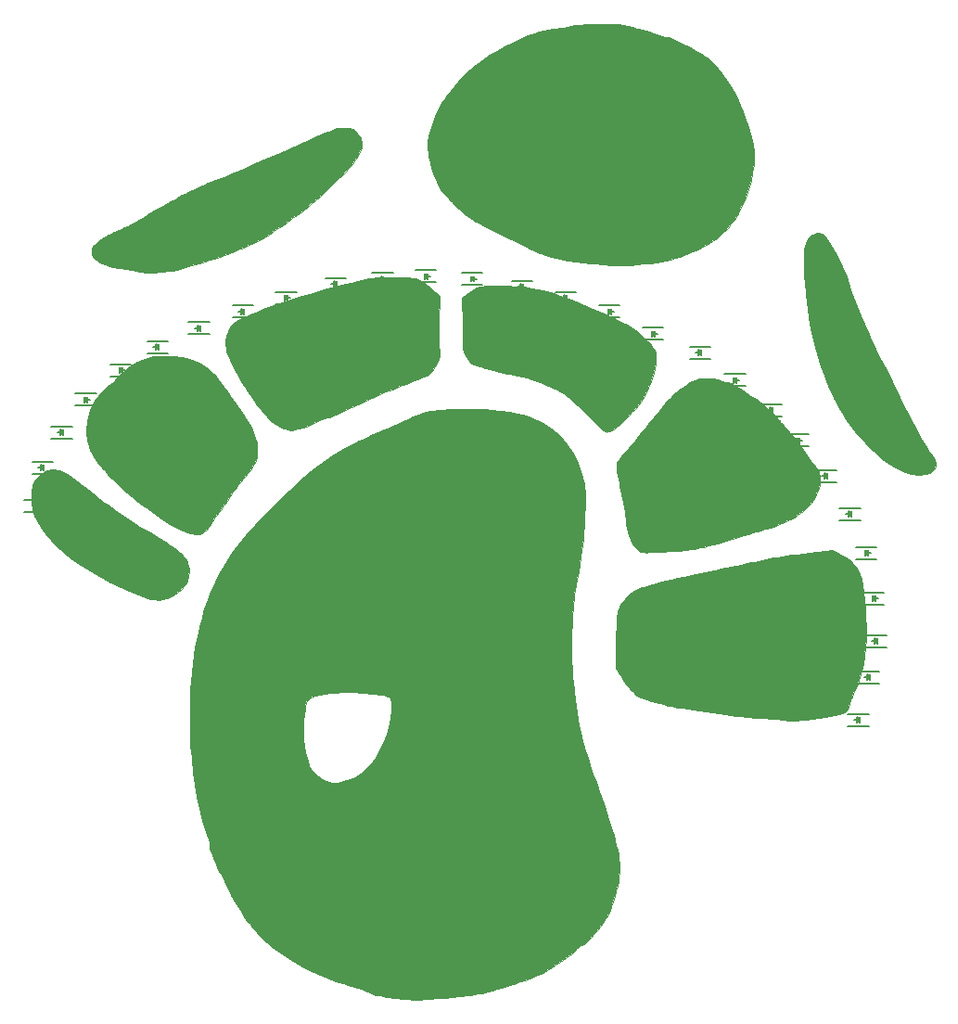
<source format=gbr>
G04 #@! TF.FileFunction,Legend,Top*
%FSLAX46Y46*%
G04 Gerber Fmt 4.6, Leading zero omitted, Abs format (unit mm)*
G04 Created by KiCad (PCBNEW 4.0.5+dfsg1-4) date Sun Sep 22 01:55:02 2019*
%MOMM*%
%LPD*%
G01*
G04 APERTURE LIST*
%ADD10C,0.100000*%
%ADD11C,0.010000*%
%ADD12C,0.150000*%
G04 APERTURE END LIST*
D10*
D11*
G36*
X145358338Y-93546374D02*
X145462686Y-93590146D01*
X145607452Y-93656433D01*
X145780637Y-93739781D01*
X145925078Y-93811786D01*
X146127642Y-93913452D01*
X146325732Y-94011444D01*
X146502663Y-94097610D01*
X146641750Y-94163794D01*
X146700402Y-94190659D01*
X146883197Y-94283890D01*
X147102892Y-94414530D01*
X147342816Y-94571029D01*
X147586299Y-94741839D01*
X147816669Y-94915412D01*
X148017255Y-95080199D01*
X148122048Y-95175475D01*
X148444205Y-95505101D01*
X148705196Y-95819899D01*
X148911623Y-96131012D01*
X149070082Y-96449587D01*
X149187175Y-96786770D01*
X149258978Y-97095643D01*
X149298288Y-97304286D01*
X149486216Y-97303000D01*
X149641006Y-97289899D01*
X149764165Y-97246164D01*
X149869187Y-97161549D01*
X149969563Y-97025813D01*
X150058035Y-96868857D01*
X150107124Y-96755910D01*
X150133945Y-96635422D01*
X150144073Y-96478994D01*
X150144666Y-96427457D01*
X150142679Y-96280101D01*
X150130490Y-96178932D01*
X150101059Y-96097633D01*
X150047346Y-96009889D01*
X150023976Y-95976289D01*
X149957267Y-95878067D01*
X149929227Y-95820114D01*
X149935248Y-95784442D01*
X149967412Y-95755475D01*
X150044323Y-95716144D01*
X150126251Y-95717912D01*
X150231164Y-95764063D01*
X150321295Y-95820143D01*
X150545730Y-96003983D01*
X150725565Y-96222556D01*
X150859264Y-96465717D01*
X150945293Y-96723321D01*
X150982116Y-96985223D01*
X150968198Y-97241277D01*
X150902004Y-97481339D01*
X150781998Y-97695263D01*
X150629208Y-97855032D01*
X150444248Y-97993189D01*
X150281928Y-98080489D01*
X150121910Y-98124547D01*
X149943852Y-98132982D01*
X149893904Y-98130402D01*
X149645323Y-98093458D01*
X149451308Y-98017109D01*
X149303004Y-97897227D01*
X149250504Y-97830429D01*
X149172926Y-97695659D01*
X149150177Y-97599003D01*
X149181495Y-97544092D01*
X149266118Y-97534559D01*
X149310726Y-97543245D01*
X149378126Y-97575259D01*
X149384394Y-97629100D01*
X149383679Y-97631420D01*
X149395035Y-97699713D01*
X149451417Y-97788253D01*
X149537069Y-97877638D01*
X149636235Y-97948466D01*
X149644881Y-97953060D01*
X149794889Y-97995886D01*
X149978284Y-97997088D01*
X150171081Y-97959486D01*
X150349299Y-97885899D01*
X150382288Y-97866352D01*
X150581512Y-97702115D01*
X150722525Y-97503708D01*
X150805503Y-97280062D01*
X150830619Y-97040112D01*
X150798047Y-96792789D01*
X150707962Y-96547026D01*
X150560538Y-96311757D01*
X150355949Y-96095914D01*
X150347631Y-96088714D01*
X150263213Y-96016143D01*
X150292084Y-96106857D01*
X150311480Y-96221399D01*
X150317397Y-96381068D01*
X150310989Y-96559911D01*
X150293410Y-96731975D01*
X150265817Y-96871307D01*
X150256803Y-96899935D01*
X150226981Y-97000202D01*
X150216132Y-97071585D01*
X150219009Y-97087510D01*
X150209264Y-97138049D01*
X150134672Y-97210868D01*
X149998442Y-97303045D01*
X149952791Y-97330129D01*
X149855885Y-97390026D01*
X149788923Y-97438360D01*
X149770905Y-97457155D01*
X149729955Y-97473669D01*
X149639156Y-97482842D01*
X149520830Y-97484930D01*
X149397302Y-97480187D01*
X149290895Y-97468866D01*
X149223931Y-97451222D01*
X149223349Y-97450915D01*
X149181418Y-97404889D01*
X149152398Y-97311280D01*
X149134375Y-97182335D01*
X149109748Y-97005089D01*
X149077203Y-96861111D01*
X149040463Y-96763144D01*
X149003247Y-96723932D01*
X149000447Y-96723714D01*
X148981885Y-96697739D01*
X148986294Y-96678254D01*
X148980212Y-96617743D01*
X148941968Y-96511472D01*
X148879140Y-96374402D01*
X148799309Y-96221493D01*
X148710054Y-96067707D01*
X148618957Y-95928005D01*
X148577304Y-95871000D01*
X148243329Y-95484193D01*
X147852087Y-95117540D01*
X147418608Y-94784923D01*
X147351857Y-94739483D01*
X147224646Y-94660921D01*
X147045042Y-94559090D01*
X146826654Y-94440896D01*
X146583091Y-94313242D01*
X146327963Y-94183034D01*
X146074878Y-94057177D01*
X145837445Y-93942575D01*
X145629272Y-93846133D01*
X145463970Y-93774756D01*
X145406023Y-93752222D01*
X145310760Y-93717235D01*
X145346937Y-93859761D01*
X145378020Y-93949052D01*
X145411645Y-93998676D01*
X145421033Y-94002286D01*
X145440749Y-94018257D01*
X145434855Y-94026384D01*
X145441851Y-94065482D01*
X145477866Y-94154142D01*
X145535965Y-94278886D01*
X145609213Y-94426237D01*
X145690675Y-94582717D01*
X145773416Y-94734850D01*
X145850501Y-94869158D01*
X145914994Y-94972162D01*
X145938701Y-95005555D01*
X145992384Y-95098079D01*
X145984888Y-95156068D01*
X145914710Y-95180849D01*
X145780349Y-95173749D01*
X145752925Y-95169764D01*
X145636041Y-95158386D01*
X145473929Y-95151250D01*
X145293856Y-95149327D01*
X145211000Y-95150494D01*
X145042379Y-95154294D01*
X144889222Y-95157536D01*
X144773957Y-95159755D01*
X144735087Y-95160368D01*
X144611696Y-95173103D01*
X144440926Y-95205478D01*
X144243593Y-95252300D01*
X144040508Y-95308377D01*
X143852486Y-95368518D01*
X143753375Y-95405263D01*
X143521958Y-95504734D01*
X143265850Y-95627013D01*
X143002913Y-95762518D01*
X142751007Y-95901667D01*
X142527994Y-96034877D01*
X142351735Y-96152566D01*
X142328855Y-96169474D01*
X142170380Y-96295364D01*
X141994313Y-96445410D01*
X141833410Y-96591502D01*
X141801533Y-96622033D01*
X141686057Y-96736150D01*
X141625765Y-96804580D01*
X141622694Y-96831050D01*
X141678882Y-96819290D01*
X141796366Y-96773028D01*
X141867565Y-96742890D01*
X141958407Y-96710273D01*
X142018366Y-96700069D01*
X142027512Y-96703131D01*
X142067810Y-96700803D01*
X142096162Y-96682671D01*
X142136807Y-96661127D01*
X142144857Y-96669286D01*
X142167299Y-96672190D01*
X142201363Y-96649419D01*
X142268715Y-96622169D01*
X142382017Y-96601047D01*
X142514740Y-96588521D01*
X142640353Y-96587061D01*
X142732329Y-96599136D01*
X142734500Y-96599799D01*
X142788208Y-96634351D01*
X142798000Y-96657515D01*
X142777438Y-96697026D01*
X142723875Y-96776870D01*
X142649495Y-96880591D01*
X142566480Y-96991735D01*
X142487015Y-97093846D01*
X142423284Y-97170468D01*
X142399725Y-97195429D01*
X142326391Y-97284762D01*
X142233354Y-97427098D01*
X142128392Y-97608272D01*
X142019283Y-97814121D01*
X141913803Y-98030478D01*
X141819732Y-98243181D01*
X141805785Y-98277093D01*
X141738457Y-98464009D01*
X141670047Y-98690837D01*
X141604665Y-98939654D01*
X141546424Y-99192541D01*
X141499437Y-99431574D01*
X141467816Y-99638832D01*
X141455674Y-99796395D01*
X141455652Y-99802937D01*
X141455876Y-99935000D01*
X141512593Y-99826224D01*
X141566356Y-99733269D01*
X141615712Y-99662938D01*
X141667919Y-99582475D01*
X141684632Y-99544929D01*
X141722981Y-99491308D01*
X141748643Y-99481429D01*
X141791264Y-99457562D01*
X141871391Y-99393503D01*
X141975401Y-99300559D01*
X142036943Y-99242105D01*
X142153958Y-99130754D01*
X142259431Y-99034141D01*
X142337145Y-98966967D01*
X142359448Y-98949761D01*
X142417443Y-98890856D01*
X142435143Y-98845832D01*
X142466499Y-98807976D01*
X142544643Y-98802532D01*
X142654143Y-98810143D01*
X142649185Y-99087146D01*
X142662155Y-99325837D01*
X142706166Y-99549752D01*
X142776032Y-99738033D01*
X142834912Y-99834104D01*
X142869378Y-99874594D01*
X142892090Y-99878504D01*
X142910773Y-99835392D01*
X142933155Y-99734820D01*
X142942327Y-99688961D01*
X142983401Y-99538389D01*
X143047163Y-99364004D01*
X143116706Y-99209999D01*
X143232417Y-99008171D01*
X143344333Y-98858569D01*
X143447820Y-98763814D01*
X143538241Y-98726526D01*
X143610961Y-98749327D01*
X143661343Y-98834839D01*
X143675427Y-98894097D01*
X143714160Y-99041044D01*
X143782252Y-99225314D01*
X143869254Y-99423551D01*
X143964718Y-99612398D01*
X144058196Y-99768498D01*
X144081309Y-99801414D01*
X144236264Y-99987914D01*
X144421421Y-100173011D01*
X144613722Y-100335259D01*
X144769229Y-100441334D01*
X144866992Y-100501968D01*
X144910284Y-100542281D01*
X144909124Y-100575232D01*
X144890256Y-100597867D01*
X144846792Y-100628756D01*
X144797956Y-100619828D01*
X144727711Y-100574677D01*
X144649849Y-100523823D01*
X144597964Y-100498173D01*
X144593332Y-100497429D01*
X144552453Y-100476019D01*
X144478246Y-100421718D01*
X144435648Y-100387177D01*
X144330101Y-100299691D01*
X144228205Y-100216470D01*
X144203619Y-100196677D01*
X144118515Y-100110693D01*
X144037609Y-100001936D01*
X144025409Y-99981833D01*
X143973139Y-99902926D01*
X143933336Y-99862723D01*
X143924189Y-99861605D01*
X143902180Y-99835917D01*
X143856865Y-99758221D01*
X143795233Y-99642457D01*
X143724270Y-99502564D01*
X143650963Y-99352484D01*
X143582299Y-99206154D01*
X143525265Y-99077514D01*
X143499128Y-99013578D01*
X143478392Y-98969271D01*
X143455680Y-98962951D01*
X143419388Y-99002112D01*
X143357908Y-99094248D01*
X143346355Y-99112231D01*
X143178242Y-99434776D01*
X143081752Y-99767188D01*
X143062929Y-99905163D01*
X143048146Y-100027006D01*
X143030899Y-100116529D01*
X143016272Y-100152370D01*
X142963170Y-100145382D01*
X142884350Y-100086040D01*
X142791007Y-99984473D01*
X142711213Y-99876385D01*
X142589737Y-99696003D01*
X142567079Y-100105787D01*
X142554876Y-100326905D01*
X142540909Y-100580613D01*
X142527373Y-100827041D01*
X142521121Y-100941103D01*
X142513058Y-101197043D01*
X142522786Y-101396920D01*
X142553704Y-101555799D01*
X142609214Y-101688749D01*
X142692716Y-101810837D01*
X142726422Y-101850659D01*
X142907406Y-102014537D01*
X143138508Y-102148354D01*
X143428878Y-102257205D01*
X143487547Y-102274371D01*
X143743745Y-102327752D01*
X144054401Y-102361853D01*
X144404104Y-102377019D01*
X144777444Y-102373598D01*
X145159011Y-102351934D01*
X145533397Y-102312377D01*
X145885190Y-102255270D01*
X146063715Y-102216447D01*
X146297386Y-102155788D01*
X146546685Y-102083638D01*
X146794204Y-102005692D01*
X147022540Y-101927646D01*
X147214288Y-101855193D01*
X147347261Y-101796454D01*
X147474420Y-101737956D01*
X147553963Y-101716365D01*
X147598688Y-101728373D01*
X147601261Y-101730804D01*
X147618328Y-101775961D01*
X147578643Y-101819229D01*
X147527455Y-101870876D01*
X147515143Y-101899871D01*
X147482723Y-101926242D01*
X147394952Y-101968136D01*
X147266065Y-102020472D01*
X147110297Y-102078171D01*
X146941882Y-102136150D01*
X146775054Y-102189330D01*
X146624049Y-102232630D01*
X146503828Y-102260831D01*
X146440104Y-102274130D01*
X146336824Y-102296749D01*
X146286114Y-102308083D01*
X146129121Y-102341750D01*
X145953091Y-102376970D01*
X145783356Y-102408908D01*
X145645247Y-102432726D01*
X145592000Y-102440606D01*
X145513144Y-102450946D01*
X145387127Y-102467494D01*
X145238743Y-102486994D01*
X145211000Y-102490642D01*
X145101747Y-102500957D01*
X144953022Y-102509553D01*
X144780309Y-102516176D01*
X144599087Y-102520576D01*
X144424840Y-102522500D01*
X144273048Y-102521698D01*
X144159193Y-102517917D01*
X144098756Y-102510906D01*
X144094021Y-102508796D01*
X144056803Y-102503194D01*
X143965569Y-102493993D01*
X143838671Y-102483011D01*
X143814000Y-102481029D01*
X143640096Y-102460681D01*
X143469188Y-102429469D01*
X143318246Y-102391694D01*
X143204240Y-102351656D01*
X143144140Y-102313655D01*
X143142132Y-102310772D01*
X143090848Y-102279690D01*
X143059244Y-102275429D01*
X142986317Y-102252462D01*
X142882459Y-102193537D01*
X142768449Y-102113615D01*
X142665063Y-102027659D01*
X142593079Y-101950630D01*
X142580120Y-101930404D01*
X142531243Y-101864378D01*
X142489248Y-101840000D01*
X142460034Y-101821538D01*
X142427730Y-101759843D01*
X142388448Y-101645456D01*
X142341378Y-101480304D01*
X142320280Y-101422729D01*
X142298031Y-101430053D01*
X142284372Y-101452202D01*
X142263265Y-101523784D01*
X142249748Y-101633013D01*
X142247768Y-101677743D01*
X142241662Y-101779452D01*
X142223142Y-101825914D01*
X142183768Y-101834344D01*
X142171731Y-101832844D01*
X142121492Y-101803421D01*
X142069105Y-101724016D01*
X142008182Y-101584666D01*
X142001482Y-101567332D01*
X141954370Y-101434074D01*
X141925866Y-101317973D01*
X141912080Y-101192756D01*
X141909121Y-101032150D01*
X141909540Y-100998053D01*
X142053995Y-100998053D01*
X142075457Y-101274897D01*
X142089592Y-101366684D01*
X142117474Y-101528367D01*
X142190583Y-101384827D01*
X142241964Y-101292714D01*
X142284566Y-101231114D01*
X142295391Y-101220753D01*
X142309821Y-101178084D01*
X142323829Y-101078999D01*
X142335547Y-100939639D01*
X142341586Y-100821610D01*
X142354751Y-100541943D01*
X142372030Y-100270762D01*
X142391985Y-100027055D01*
X142413175Y-99829810D01*
X142421144Y-99771714D01*
X142440087Y-99644714D01*
X142305471Y-99835214D01*
X142233035Y-99933242D01*
X142176176Y-100002010D01*
X142148785Y-100025740D01*
X142130370Y-100056925D01*
X142121482Y-100116454D01*
X142128610Y-100184500D01*
X142148696Y-100207143D01*
X142176723Y-100238097D01*
X142176112Y-100322550D01*
X142148151Y-100447885D01*
X142113491Y-100551857D01*
X142066841Y-100751310D01*
X142053995Y-100998053D01*
X141909540Y-100998053D01*
X141910126Y-100950475D01*
X141915426Y-100789346D01*
X141924644Y-100650941D01*
X141936265Y-100554437D01*
X141943754Y-100524643D01*
X141951371Y-100485665D01*
X141919858Y-100466845D01*
X141834247Y-100461276D01*
X141806167Y-100461143D01*
X141702336Y-100453740D01*
X141631955Y-100435049D01*
X141618539Y-100424573D01*
X141632606Y-100384707D01*
X141689157Y-100308323D01*
X141777812Y-100208625D01*
X141831708Y-100153390D01*
X142037182Y-99933584D01*
X142189280Y-99733302D01*
X142298539Y-99537692D01*
X142340829Y-99435840D01*
X142382917Y-99342003D01*
X142421156Y-99288667D01*
X142438233Y-99283767D01*
X142464881Y-99278086D01*
X142463534Y-99221308D01*
X142437325Y-99136714D01*
X142420008Y-99110641D01*
X142391471Y-99110337D01*
X142342658Y-99142136D01*
X142264514Y-99212375D01*
X142147983Y-99327389D01*
X142109932Y-99365760D01*
X141960571Y-99522885D01*
X141849729Y-99657807D01*
X141760086Y-99794679D01*
X141674326Y-99957655D01*
X141651628Y-100004958D01*
X141584463Y-100151902D01*
X141531194Y-100278256D01*
X141498605Y-100367352D01*
X141491715Y-100397959D01*
X141461806Y-100456087D01*
X141395837Y-100485243D01*
X141338400Y-100474235D01*
X141321906Y-100427428D01*
X141314126Y-100321970D01*
X141314266Y-100171157D01*
X141321531Y-99988286D01*
X141335128Y-99786650D01*
X141354260Y-99579546D01*
X141378134Y-99380269D01*
X141405955Y-99202114D01*
X141418206Y-99138801D01*
X141584579Y-98515123D01*
X141819739Y-97913455D01*
X142122545Y-97336397D01*
X142388042Y-96928803D01*
X142452336Y-96833668D01*
X142492789Y-96765138D01*
X142500776Y-96740967D01*
X142460804Y-96744571D01*
X142368336Y-96769258D01*
X142238513Y-96809805D01*
X142086475Y-96860992D01*
X141927363Y-96917597D01*
X141776319Y-96974398D01*
X141648482Y-97026174D01*
X141570376Y-97061829D01*
X141413514Y-97131025D01*
X141307777Y-97156919D01*
X141249666Y-97143986D01*
X141235683Y-97096703D01*
X141262325Y-97019544D01*
X141326097Y-96916985D01*
X141423498Y-96793503D01*
X141551028Y-96653573D01*
X141705189Y-96501671D01*
X141882482Y-96342273D01*
X142079406Y-96179854D01*
X142292463Y-96018890D01*
X142495212Y-95878903D01*
X142617760Y-95800991D01*
X142719456Y-95741638D01*
X142783746Y-95710309D01*
X142794570Y-95707714D01*
X142832509Y-95680629D01*
X142834286Y-95669287D01*
X142856090Y-95646727D01*
X142867646Y-95651478D01*
X142917461Y-95646817D01*
X142949289Y-95623813D01*
X143008261Y-95580002D01*
X143033857Y-95570471D01*
X143103713Y-95549610D01*
X143193546Y-95509935D01*
X143278479Y-95464235D01*
X143333633Y-95425299D01*
X143342286Y-95411918D01*
X143371670Y-95384419D01*
X143395483Y-95381143D01*
X143464821Y-95365895D01*
X143575678Y-95326036D01*
X143705168Y-95270389D01*
X143790898Y-95228695D01*
X143878267Y-95193341D01*
X143920272Y-95182069D01*
X143986414Y-95167663D01*
X144097659Y-95141887D01*
X144215518Y-95113784D01*
X144540644Y-95043957D01*
X144806916Y-95006132D01*
X145019187Y-94999427D01*
X145114610Y-94998208D01*
X145167462Y-94986558D01*
X145171372Y-94976591D01*
X145189173Y-94959095D01*
X145254622Y-94951601D01*
X145343600Y-94953341D01*
X145431987Y-94963545D01*
X145495663Y-94981444D01*
X145505163Y-94987238D01*
X145562049Y-95005133D01*
X145636833Y-95001203D01*
X145704271Y-94981468D01*
X145739122Y-94951948D01*
X145734345Y-94932580D01*
X145580313Y-94737946D01*
X145464060Y-94563929D01*
X145370210Y-94383314D01*
X145283390Y-94168887D01*
X145249644Y-94074599D01*
X145184934Y-93859472D01*
X145161834Y-93700890D01*
X145180670Y-93595715D01*
X145241770Y-93540804D01*
X145306406Y-93530572D01*
X145358338Y-93546374D01*
X145358338Y-93546374D01*
G37*
X145358338Y-93546374D02*
X145462686Y-93590146D01*
X145607452Y-93656433D01*
X145780637Y-93739781D01*
X145925078Y-93811786D01*
X146127642Y-93913452D01*
X146325732Y-94011444D01*
X146502663Y-94097610D01*
X146641750Y-94163794D01*
X146700402Y-94190659D01*
X146883197Y-94283890D01*
X147102892Y-94414530D01*
X147342816Y-94571029D01*
X147586299Y-94741839D01*
X147816669Y-94915412D01*
X148017255Y-95080199D01*
X148122048Y-95175475D01*
X148444205Y-95505101D01*
X148705196Y-95819899D01*
X148911623Y-96131012D01*
X149070082Y-96449587D01*
X149187175Y-96786770D01*
X149258978Y-97095643D01*
X149298288Y-97304286D01*
X149486216Y-97303000D01*
X149641006Y-97289899D01*
X149764165Y-97246164D01*
X149869187Y-97161549D01*
X149969563Y-97025813D01*
X150058035Y-96868857D01*
X150107124Y-96755910D01*
X150133945Y-96635422D01*
X150144073Y-96478994D01*
X150144666Y-96427457D01*
X150142679Y-96280101D01*
X150130490Y-96178932D01*
X150101059Y-96097633D01*
X150047346Y-96009889D01*
X150023976Y-95976289D01*
X149957267Y-95878067D01*
X149929227Y-95820114D01*
X149935248Y-95784442D01*
X149967412Y-95755475D01*
X150044323Y-95716144D01*
X150126251Y-95717912D01*
X150231164Y-95764063D01*
X150321295Y-95820143D01*
X150545730Y-96003983D01*
X150725565Y-96222556D01*
X150859264Y-96465717D01*
X150945293Y-96723321D01*
X150982116Y-96985223D01*
X150968198Y-97241277D01*
X150902004Y-97481339D01*
X150781998Y-97695263D01*
X150629208Y-97855032D01*
X150444248Y-97993189D01*
X150281928Y-98080489D01*
X150121910Y-98124547D01*
X149943852Y-98132982D01*
X149893904Y-98130402D01*
X149645323Y-98093458D01*
X149451308Y-98017109D01*
X149303004Y-97897227D01*
X149250504Y-97830429D01*
X149172926Y-97695659D01*
X149150177Y-97599003D01*
X149181495Y-97544092D01*
X149266118Y-97534559D01*
X149310726Y-97543245D01*
X149378126Y-97575259D01*
X149384394Y-97629100D01*
X149383679Y-97631420D01*
X149395035Y-97699713D01*
X149451417Y-97788253D01*
X149537069Y-97877638D01*
X149636235Y-97948466D01*
X149644881Y-97953060D01*
X149794889Y-97995886D01*
X149978284Y-97997088D01*
X150171081Y-97959486D01*
X150349299Y-97885899D01*
X150382288Y-97866352D01*
X150581512Y-97702115D01*
X150722525Y-97503708D01*
X150805503Y-97280062D01*
X150830619Y-97040112D01*
X150798047Y-96792789D01*
X150707962Y-96547026D01*
X150560538Y-96311757D01*
X150355949Y-96095914D01*
X150347631Y-96088714D01*
X150263213Y-96016143D01*
X150292084Y-96106857D01*
X150311480Y-96221399D01*
X150317397Y-96381068D01*
X150310989Y-96559911D01*
X150293410Y-96731975D01*
X150265817Y-96871307D01*
X150256803Y-96899935D01*
X150226981Y-97000202D01*
X150216132Y-97071585D01*
X150219009Y-97087510D01*
X150209264Y-97138049D01*
X150134672Y-97210868D01*
X149998442Y-97303045D01*
X149952791Y-97330129D01*
X149855885Y-97390026D01*
X149788923Y-97438360D01*
X149770905Y-97457155D01*
X149729955Y-97473669D01*
X149639156Y-97482842D01*
X149520830Y-97484930D01*
X149397302Y-97480187D01*
X149290895Y-97468866D01*
X149223931Y-97451222D01*
X149223349Y-97450915D01*
X149181418Y-97404889D01*
X149152398Y-97311280D01*
X149134375Y-97182335D01*
X149109748Y-97005089D01*
X149077203Y-96861111D01*
X149040463Y-96763144D01*
X149003247Y-96723932D01*
X149000447Y-96723714D01*
X148981885Y-96697739D01*
X148986294Y-96678254D01*
X148980212Y-96617743D01*
X148941968Y-96511472D01*
X148879140Y-96374402D01*
X148799309Y-96221493D01*
X148710054Y-96067707D01*
X148618957Y-95928005D01*
X148577304Y-95871000D01*
X148243329Y-95484193D01*
X147852087Y-95117540D01*
X147418608Y-94784923D01*
X147351857Y-94739483D01*
X147224646Y-94660921D01*
X147045042Y-94559090D01*
X146826654Y-94440896D01*
X146583091Y-94313242D01*
X146327963Y-94183034D01*
X146074878Y-94057177D01*
X145837445Y-93942575D01*
X145629272Y-93846133D01*
X145463970Y-93774756D01*
X145406023Y-93752222D01*
X145310760Y-93717235D01*
X145346937Y-93859761D01*
X145378020Y-93949052D01*
X145411645Y-93998676D01*
X145421033Y-94002286D01*
X145440749Y-94018257D01*
X145434855Y-94026384D01*
X145441851Y-94065482D01*
X145477866Y-94154142D01*
X145535965Y-94278886D01*
X145609213Y-94426237D01*
X145690675Y-94582717D01*
X145773416Y-94734850D01*
X145850501Y-94869158D01*
X145914994Y-94972162D01*
X145938701Y-95005555D01*
X145992384Y-95098079D01*
X145984888Y-95156068D01*
X145914710Y-95180849D01*
X145780349Y-95173749D01*
X145752925Y-95169764D01*
X145636041Y-95158386D01*
X145473929Y-95151250D01*
X145293856Y-95149327D01*
X145211000Y-95150494D01*
X145042379Y-95154294D01*
X144889222Y-95157536D01*
X144773957Y-95159755D01*
X144735087Y-95160368D01*
X144611696Y-95173103D01*
X144440926Y-95205478D01*
X144243593Y-95252300D01*
X144040508Y-95308377D01*
X143852486Y-95368518D01*
X143753375Y-95405263D01*
X143521958Y-95504734D01*
X143265850Y-95627013D01*
X143002913Y-95762518D01*
X142751007Y-95901667D01*
X142527994Y-96034877D01*
X142351735Y-96152566D01*
X142328855Y-96169474D01*
X142170380Y-96295364D01*
X141994313Y-96445410D01*
X141833410Y-96591502D01*
X141801533Y-96622033D01*
X141686057Y-96736150D01*
X141625765Y-96804580D01*
X141622694Y-96831050D01*
X141678882Y-96819290D01*
X141796366Y-96773028D01*
X141867565Y-96742890D01*
X141958407Y-96710273D01*
X142018366Y-96700069D01*
X142027512Y-96703131D01*
X142067810Y-96700803D01*
X142096162Y-96682671D01*
X142136807Y-96661127D01*
X142144857Y-96669286D01*
X142167299Y-96672190D01*
X142201363Y-96649419D01*
X142268715Y-96622169D01*
X142382017Y-96601047D01*
X142514740Y-96588521D01*
X142640353Y-96587061D01*
X142732329Y-96599136D01*
X142734500Y-96599799D01*
X142788208Y-96634351D01*
X142798000Y-96657515D01*
X142777438Y-96697026D01*
X142723875Y-96776870D01*
X142649495Y-96880591D01*
X142566480Y-96991735D01*
X142487015Y-97093846D01*
X142423284Y-97170468D01*
X142399725Y-97195429D01*
X142326391Y-97284762D01*
X142233354Y-97427098D01*
X142128392Y-97608272D01*
X142019283Y-97814121D01*
X141913803Y-98030478D01*
X141819732Y-98243181D01*
X141805785Y-98277093D01*
X141738457Y-98464009D01*
X141670047Y-98690837D01*
X141604665Y-98939654D01*
X141546424Y-99192541D01*
X141499437Y-99431574D01*
X141467816Y-99638832D01*
X141455674Y-99796395D01*
X141455652Y-99802937D01*
X141455876Y-99935000D01*
X141512593Y-99826224D01*
X141566356Y-99733269D01*
X141615712Y-99662938D01*
X141667919Y-99582475D01*
X141684632Y-99544929D01*
X141722981Y-99491308D01*
X141748643Y-99481429D01*
X141791264Y-99457562D01*
X141871391Y-99393503D01*
X141975401Y-99300559D01*
X142036943Y-99242105D01*
X142153958Y-99130754D01*
X142259431Y-99034141D01*
X142337145Y-98966967D01*
X142359448Y-98949761D01*
X142417443Y-98890856D01*
X142435143Y-98845832D01*
X142466499Y-98807976D01*
X142544643Y-98802532D01*
X142654143Y-98810143D01*
X142649185Y-99087146D01*
X142662155Y-99325837D01*
X142706166Y-99549752D01*
X142776032Y-99738033D01*
X142834912Y-99834104D01*
X142869378Y-99874594D01*
X142892090Y-99878504D01*
X142910773Y-99835392D01*
X142933155Y-99734820D01*
X142942327Y-99688961D01*
X142983401Y-99538389D01*
X143047163Y-99364004D01*
X143116706Y-99209999D01*
X143232417Y-99008171D01*
X143344333Y-98858569D01*
X143447820Y-98763814D01*
X143538241Y-98726526D01*
X143610961Y-98749327D01*
X143661343Y-98834839D01*
X143675427Y-98894097D01*
X143714160Y-99041044D01*
X143782252Y-99225314D01*
X143869254Y-99423551D01*
X143964718Y-99612398D01*
X144058196Y-99768498D01*
X144081309Y-99801414D01*
X144236264Y-99987914D01*
X144421421Y-100173011D01*
X144613722Y-100335259D01*
X144769229Y-100441334D01*
X144866992Y-100501968D01*
X144910284Y-100542281D01*
X144909124Y-100575232D01*
X144890256Y-100597867D01*
X144846792Y-100628756D01*
X144797956Y-100619828D01*
X144727711Y-100574677D01*
X144649849Y-100523823D01*
X144597964Y-100498173D01*
X144593332Y-100497429D01*
X144552453Y-100476019D01*
X144478246Y-100421718D01*
X144435648Y-100387177D01*
X144330101Y-100299691D01*
X144228205Y-100216470D01*
X144203619Y-100196677D01*
X144118515Y-100110693D01*
X144037609Y-100001936D01*
X144025409Y-99981833D01*
X143973139Y-99902926D01*
X143933336Y-99862723D01*
X143924189Y-99861605D01*
X143902180Y-99835917D01*
X143856865Y-99758221D01*
X143795233Y-99642457D01*
X143724270Y-99502564D01*
X143650963Y-99352484D01*
X143582299Y-99206154D01*
X143525265Y-99077514D01*
X143499128Y-99013578D01*
X143478392Y-98969271D01*
X143455680Y-98962951D01*
X143419388Y-99002112D01*
X143357908Y-99094248D01*
X143346355Y-99112231D01*
X143178242Y-99434776D01*
X143081752Y-99767188D01*
X143062929Y-99905163D01*
X143048146Y-100027006D01*
X143030899Y-100116529D01*
X143016272Y-100152370D01*
X142963170Y-100145382D01*
X142884350Y-100086040D01*
X142791007Y-99984473D01*
X142711213Y-99876385D01*
X142589737Y-99696003D01*
X142567079Y-100105787D01*
X142554876Y-100326905D01*
X142540909Y-100580613D01*
X142527373Y-100827041D01*
X142521121Y-100941103D01*
X142513058Y-101197043D01*
X142522786Y-101396920D01*
X142553704Y-101555799D01*
X142609214Y-101688749D01*
X142692716Y-101810837D01*
X142726422Y-101850659D01*
X142907406Y-102014537D01*
X143138508Y-102148354D01*
X143428878Y-102257205D01*
X143487547Y-102274371D01*
X143743745Y-102327752D01*
X144054401Y-102361853D01*
X144404104Y-102377019D01*
X144777444Y-102373598D01*
X145159011Y-102351934D01*
X145533397Y-102312377D01*
X145885190Y-102255270D01*
X146063715Y-102216447D01*
X146297386Y-102155788D01*
X146546685Y-102083638D01*
X146794204Y-102005692D01*
X147022540Y-101927646D01*
X147214288Y-101855193D01*
X147347261Y-101796454D01*
X147474420Y-101737956D01*
X147553963Y-101716365D01*
X147598688Y-101728373D01*
X147601261Y-101730804D01*
X147618328Y-101775961D01*
X147578643Y-101819229D01*
X147527455Y-101870876D01*
X147515143Y-101899871D01*
X147482723Y-101926242D01*
X147394952Y-101968136D01*
X147266065Y-102020472D01*
X147110297Y-102078171D01*
X146941882Y-102136150D01*
X146775054Y-102189330D01*
X146624049Y-102232630D01*
X146503828Y-102260831D01*
X146440104Y-102274130D01*
X146336824Y-102296749D01*
X146286114Y-102308083D01*
X146129121Y-102341750D01*
X145953091Y-102376970D01*
X145783356Y-102408908D01*
X145645247Y-102432726D01*
X145592000Y-102440606D01*
X145513144Y-102450946D01*
X145387127Y-102467494D01*
X145238743Y-102486994D01*
X145211000Y-102490642D01*
X145101747Y-102500957D01*
X144953022Y-102509553D01*
X144780309Y-102516176D01*
X144599087Y-102520576D01*
X144424840Y-102522500D01*
X144273048Y-102521698D01*
X144159193Y-102517917D01*
X144098756Y-102510906D01*
X144094021Y-102508796D01*
X144056803Y-102503194D01*
X143965569Y-102493993D01*
X143838671Y-102483011D01*
X143814000Y-102481029D01*
X143640096Y-102460681D01*
X143469188Y-102429469D01*
X143318246Y-102391694D01*
X143204240Y-102351656D01*
X143144140Y-102313655D01*
X143142132Y-102310772D01*
X143090848Y-102279690D01*
X143059244Y-102275429D01*
X142986317Y-102252462D01*
X142882459Y-102193537D01*
X142768449Y-102113615D01*
X142665063Y-102027659D01*
X142593079Y-101950630D01*
X142580120Y-101930404D01*
X142531243Y-101864378D01*
X142489248Y-101840000D01*
X142460034Y-101821538D01*
X142427730Y-101759843D01*
X142388448Y-101645456D01*
X142341378Y-101480304D01*
X142320280Y-101422729D01*
X142298031Y-101430053D01*
X142284372Y-101452202D01*
X142263265Y-101523784D01*
X142249748Y-101633013D01*
X142247768Y-101677743D01*
X142241662Y-101779452D01*
X142223142Y-101825914D01*
X142183768Y-101834344D01*
X142171731Y-101832844D01*
X142121492Y-101803421D01*
X142069105Y-101724016D01*
X142008182Y-101584666D01*
X142001482Y-101567332D01*
X141954370Y-101434074D01*
X141925866Y-101317973D01*
X141912080Y-101192756D01*
X141909121Y-101032150D01*
X141909540Y-100998053D01*
X142053995Y-100998053D01*
X142075457Y-101274897D01*
X142089592Y-101366684D01*
X142117474Y-101528367D01*
X142190583Y-101384827D01*
X142241964Y-101292714D01*
X142284566Y-101231114D01*
X142295391Y-101220753D01*
X142309821Y-101178084D01*
X142323829Y-101078999D01*
X142335547Y-100939639D01*
X142341586Y-100821610D01*
X142354751Y-100541943D01*
X142372030Y-100270762D01*
X142391985Y-100027055D01*
X142413175Y-99829810D01*
X142421144Y-99771714D01*
X142440087Y-99644714D01*
X142305471Y-99835214D01*
X142233035Y-99933242D01*
X142176176Y-100002010D01*
X142148785Y-100025740D01*
X142130370Y-100056925D01*
X142121482Y-100116454D01*
X142128610Y-100184500D01*
X142148696Y-100207143D01*
X142176723Y-100238097D01*
X142176112Y-100322550D01*
X142148151Y-100447885D01*
X142113491Y-100551857D01*
X142066841Y-100751310D01*
X142053995Y-100998053D01*
X141909540Y-100998053D01*
X141910126Y-100950475D01*
X141915426Y-100789346D01*
X141924644Y-100650941D01*
X141936265Y-100554437D01*
X141943754Y-100524643D01*
X141951371Y-100485665D01*
X141919858Y-100466845D01*
X141834247Y-100461276D01*
X141806167Y-100461143D01*
X141702336Y-100453740D01*
X141631955Y-100435049D01*
X141618539Y-100424573D01*
X141632606Y-100384707D01*
X141689157Y-100308323D01*
X141777812Y-100208625D01*
X141831708Y-100153390D01*
X142037182Y-99933584D01*
X142189280Y-99733302D01*
X142298539Y-99537692D01*
X142340829Y-99435840D01*
X142382917Y-99342003D01*
X142421156Y-99288667D01*
X142438233Y-99283767D01*
X142464881Y-99278086D01*
X142463534Y-99221308D01*
X142437325Y-99136714D01*
X142420008Y-99110641D01*
X142391471Y-99110337D01*
X142342658Y-99142136D01*
X142264514Y-99212375D01*
X142147983Y-99327389D01*
X142109932Y-99365760D01*
X141960571Y-99522885D01*
X141849729Y-99657807D01*
X141760086Y-99794679D01*
X141674326Y-99957655D01*
X141651628Y-100004958D01*
X141584463Y-100151902D01*
X141531194Y-100278256D01*
X141498605Y-100367352D01*
X141491715Y-100397959D01*
X141461806Y-100456087D01*
X141395837Y-100485243D01*
X141338400Y-100474235D01*
X141321906Y-100427428D01*
X141314126Y-100321970D01*
X141314266Y-100171157D01*
X141321531Y-99988286D01*
X141335128Y-99786650D01*
X141354260Y-99579546D01*
X141378134Y-99380269D01*
X141405955Y-99202114D01*
X141418206Y-99138801D01*
X141584579Y-98515123D01*
X141819739Y-97913455D01*
X142122545Y-97336397D01*
X142388042Y-96928803D01*
X142452336Y-96833668D01*
X142492789Y-96765138D01*
X142500776Y-96740967D01*
X142460804Y-96744571D01*
X142368336Y-96769258D01*
X142238513Y-96809805D01*
X142086475Y-96860992D01*
X141927363Y-96917597D01*
X141776319Y-96974398D01*
X141648482Y-97026174D01*
X141570376Y-97061829D01*
X141413514Y-97131025D01*
X141307777Y-97156919D01*
X141249666Y-97143986D01*
X141235683Y-97096703D01*
X141262325Y-97019544D01*
X141326097Y-96916985D01*
X141423498Y-96793503D01*
X141551028Y-96653573D01*
X141705189Y-96501671D01*
X141882482Y-96342273D01*
X142079406Y-96179854D01*
X142292463Y-96018890D01*
X142495212Y-95878903D01*
X142617760Y-95800991D01*
X142719456Y-95741638D01*
X142783746Y-95710309D01*
X142794570Y-95707714D01*
X142832509Y-95680629D01*
X142834286Y-95669287D01*
X142856090Y-95646727D01*
X142867646Y-95651478D01*
X142917461Y-95646817D01*
X142949289Y-95623813D01*
X143008261Y-95580002D01*
X143033857Y-95570471D01*
X143103713Y-95549610D01*
X143193546Y-95509935D01*
X143278479Y-95464235D01*
X143333633Y-95425299D01*
X143342286Y-95411918D01*
X143371670Y-95384419D01*
X143395483Y-95381143D01*
X143464821Y-95365895D01*
X143575678Y-95326036D01*
X143705168Y-95270389D01*
X143790898Y-95228695D01*
X143878267Y-95193341D01*
X143920272Y-95182069D01*
X143986414Y-95167663D01*
X144097659Y-95141887D01*
X144215518Y-95113784D01*
X144540644Y-95043957D01*
X144806916Y-95006132D01*
X145019187Y-94999427D01*
X145114610Y-94998208D01*
X145167462Y-94986558D01*
X145171372Y-94976591D01*
X145189173Y-94959095D01*
X145254622Y-94951601D01*
X145343600Y-94953341D01*
X145431987Y-94963545D01*
X145495663Y-94981444D01*
X145505163Y-94987238D01*
X145562049Y-95005133D01*
X145636833Y-95001203D01*
X145704271Y-94981468D01*
X145739122Y-94951948D01*
X145734345Y-94932580D01*
X145580313Y-94737946D01*
X145464060Y-94563929D01*
X145370210Y-94383314D01*
X145283390Y-94168887D01*
X145249644Y-94074599D01*
X145184934Y-93859472D01*
X145161834Y-93700890D01*
X145180670Y-93595715D01*
X145241770Y-93540804D01*
X145306406Y-93530572D01*
X145358338Y-93546374D01*
G36*
X149551436Y-98289325D02*
X149592439Y-98379798D01*
X149598107Y-98405291D01*
X149635459Y-98502071D01*
X149713269Y-98636739D01*
X149821329Y-98795221D01*
X149949434Y-98963444D01*
X150087378Y-99127335D01*
X150224956Y-99272821D01*
X150232807Y-99280493D01*
X150324081Y-99372809D01*
X150390222Y-99446514D01*
X150417853Y-99486626D01*
X150418000Y-99487859D01*
X150390031Y-99524901D01*
X150350320Y-99551383D01*
X150275615Y-99559725D01*
X150160384Y-99539092D01*
X150027229Y-99496303D01*
X149898752Y-99438180D01*
X149824751Y-99392775D01*
X149730375Y-99324787D01*
X149667993Y-99279622D01*
X149623703Y-99250986D01*
X149597963Y-99255184D01*
X149582573Y-99304728D01*
X149569332Y-99412126D01*
X149567068Y-99433586D01*
X149521055Y-99810556D01*
X149466341Y-100127237D01*
X149398183Y-100395799D01*
X149311838Y-100628418D01*
X149202564Y-100837264D01*
X149065617Y-101034511D01*
X148896256Y-101232333D01*
X148845102Y-101286643D01*
X148762913Y-101369209D01*
X148701192Y-101425174D01*
X148677380Y-101440857D01*
X148644639Y-101464551D01*
X148571864Y-101528600D01*
X148470748Y-101622458D01*
X148382890Y-101706510D01*
X148224625Y-101852944D01*
X148041966Y-102011712D01*
X147866862Y-102155305D01*
X147814209Y-102196173D01*
X147679991Y-102296740D01*
X147590156Y-102357917D01*
X147532326Y-102385534D01*
X147494124Y-102385421D01*
X147463172Y-102363408D01*
X147461880Y-102362125D01*
X147423317Y-102286329D01*
X147443062Y-102188737D01*
X147522953Y-102062731D01*
X147556372Y-102021429D01*
X147642922Y-101911482D01*
X147723125Y-101798989D01*
X147737789Y-101776500D01*
X147810532Y-101693463D01*
X147882768Y-101660819D01*
X147939071Y-101682371D01*
X147958577Y-101722071D01*
X147962206Y-101817901D01*
X147918034Y-101870167D01*
X147883705Y-101876286D01*
X147828515Y-101900163D01*
X147774687Y-101954611D01*
X147742738Y-102013851D01*
X147747169Y-102047836D01*
X147787652Y-102040246D01*
X147865368Y-101985687D01*
X147971638Y-101893390D01*
X148097780Y-101772585D01*
X148235115Y-101632505D01*
X148374963Y-101482379D01*
X148508641Y-101331439D01*
X148627470Y-101188917D01*
X148722770Y-101064042D01*
X148785860Y-100966047D01*
X148804953Y-100922969D01*
X148832888Y-100849553D01*
X148882354Y-100736400D01*
X148939472Y-100614643D01*
X148991299Y-100498962D01*
X149023201Y-100409996D01*
X149028647Y-100366122D01*
X149028061Y-100365394D01*
X149027948Y-100326530D01*
X149070317Y-100283292D01*
X149129345Y-100255831D01*
X149167076Y-100256908D01*
X149213109Y-100307728D01*
X149212186Y-100392444D01*
X149170538Y-100480283D01*
X149136685Y-100537950D01*
X149089990Y-100628831D01*
X149037724Y-100737074D01*
X148987157Y-100846825D01*
X148945559Y-100942232D01*
X148920199Y-101007442D01*
X148918348Y-101026601D01*
X148921388Y-101023571D01*
X149008031Y-100913461D01*
X149082888Y-100802884D01*
X149133448Y-100711627D01*
X149148000Y-100665210D01*
X149165553Y-100600578D01*
X149209195Y-100507786D01*
X149224156Y-100481360D01*
X149265324Y-100402204D01*
X149278302Y-100356638D01*
X149274141Y-100352286D01*
X149269553Y-100330346D01*
X149284767Y-100306929D01*
X149323586Y-100222442D01*
X149357886Y-100075950D01*
X149386077Y-99877961D01*
X149406572Y-99638982D01*
X149415913Y-99439886D01*
X149423230Y-99269577D01*
X149433046Y-99124794D01*
X149444034Y-99021627D01*
X149454071Y-98977243D01*
X149511833Y-98938387D01*
X149585107Y-98954890D01*
X149651140Y-99020448D01*
X149658940Y-99033985D01*
X149708475Y-99099962D01*
X149785616Y-99176308D01*
X149872417Y-99248504D01*
X149950929Y-99302029D01*
X150003204Y-99322363D01*
X150011635Y-99319318D01*
X149999558Y-99284827D01*
X149950573Y-99212720D01*
X149887912Y-99133941D01*
X149788120Y-99011456D01*
X149688720Y-98883500D01*
X149642527Y-98821106D01*
X149568630Y-98702455D01*
X149503866Y-98570570D01*
X149455037Y-98443566D01*
X149428946Y-98339559D01*
X149432395Y-98276667D01*
X149436195Y-98271576D01*
X149495124Y-98249757D01*
X149551436Y-98289325D01*
X149551436Y-98289325D01*
G37*
X149551436Y-98289325D02*
X149592439Y-98379798D01*
X149598107Y-98405291D01*
X149635459Y-98502071D01*
X149713269Y-98636739D01*
X149821329Y-98795221D01*
X149949434Y-98963444D01*
X150087378Y-99127335D01*
X150224956Y-99272821D01*
X150232807Y-99280493D01*
X150324081Y-99372809D01*
X150390222Y-99446514D01*
X150417853Y-99486626D01*
X150418000Y-99487859D01*
X150390031Y-99524901D01*
X150350320Y-99551383D01*
X150275615Y-99559725D01*
X150160384Y-99539092D01*
X150027229Y-99496303D01*
X149898752Y-99438180D01*
X149824751Y-99392775D01*
X149730375Y-99324787D01*
X149667993Y-99279622D01*
X149623703Y-99250986D01*
X149597963Y-99255184D01*
X149582573Y-99304728D01*
X149569332Y-99412126D01*
X149567068Y-99433586D01*
X149521055Y-99810556D01*
X149466341Y-100127237D01*
X149398183Y-100395799D01*
X149311838Y-100628418D01*
X149202564Y-100837264D01*
X149065617Y-101034511D01*
X148896256Y-101232333D01*
X148845102Y-101286643D01*
X148762913Y-101369209D01*
X148701192Y-101425174D01*
X148677380Y-101440857D01*
X148644639Y-101464551D01*
X148571864Y-101528600D01*
X148470748Y-101622458D01*
X148382890Y-101706510D01*
X148224625Y-101852944D01*
X148041966Y-102011712D01*
X147866862Y-102155305D01*
X147814209Y-102196173D01*
X147679991Y-102296740D01*
X147590156Y-102357917D01*
X147532326Y-102385534D01*
X147494124Y-102385421D01*
X147463172Y-102363408D01*
X147461880Y-102362125D01*
X147423317Y-102286329D01*
X147443062Y-102188737D01*
X147522953Y-102062731D01*
X147556372Y-102021429D01*
X147642922Y-101911482D01*
X147723125Y-101798989D01*
X147737789Y-101776500D01*
X147810532Y-101693463D01*
X147882768Y-101660819D01*
X147939071Y-101682371D01*
X147958577Y-101722071D01*
X147962206Y-101817901D01*
X147918034Y-101870167D01*
X147883705Y-101876286D01*
X147828515Y-101900163D01*
X147774687Y-101954611D01*
X147742738Y-102013851D01*
X147747169Y-102047836D01*
X147787652Y-102040246D01*
X147865368Y-101985687D01*
X147971638Y-101893390D01*
X148097780Y-101772585D01*
X148235115Y-101632505D01*
X148374963Y-101482379D01*
X148508641Y-101331439D01*
X148627470Y-101188917D01*
X148722770Y-101064042D01*
X148785860Y-100966047D01*
X148804953Y-100922969D01*
X148832888Y-100849553D01*
X148882354Y-100736400D01*
X148939472Y-100614643D01*
X148991299Y-100498962D01*
X149023201Y-100409996D01*
X149028647Y-100366122D01*
X149028061Y-100365394D01*
X149027948Y-100326530D01*
X149070317Y-100283292D01*
X149129345Y-100255831D01*
X149167076Y-100256908D01*
X149213109Y-100307728D01*
X149212186Y-100392444D01*
X149170538Y-100480283D01*
X149136685Y-100537950D01*
X149089990Y-100628831D01*
X149037724Y-100737074D01*
X148987157Y-100846825D01*
X148945559Y-100942232D01*
X148920199Y-101007442D01*
X148918348Y-101026601D01*
X148921388Y-101023571D01*
X149008031Y-100913461D01*
X149082888Y-100802884D01*
X149133448Y-100711627D01*
X149148000Y-100665210D01*
X149165553Y-100600578D01*
X149209195Y-100507786D01*
X149224156Y-100481360D01*
X149265324Y-100402204D01*
X149278302Y-100356638D01*
X149274141Y-100352286D01*
X149269553Y-100330346D01*
X149284767Y-100306929D01*
X149323586Y-100222442D01*
X149357886Y-100075950D01*
X149386077Y-99877961D01*
X149406572Y-99638982D01*
X149415913Y-99439886D01*
X149423230Y-99269577D01*
X149433046Y-99124794D01*
X149444034Y-99021627D01*
X149454071Y-98977243D01*
X149511833Y-98938387D01*
X149585107Y-98954890D01*
X149651140Y-99020448D01*
X149658940Y-99033985D01*
X149708475Y-99099962D01*
X149785616Y-99176308D01*
X149872417Y-99248504D01*
X149950929Y-99302029D01*
X150003204Y-99322363D01*
X150011635Y-99319318D01*
X149999558Y-99284827D01*
X149950573Y-99212720D01*
X149887912Y-99133941D01*
X149788120Y-99011456D01*
X149688720Y-98883500D01*
X149642527Y-98821106D01*
X149568630Y-98702455D01*
X149503866Y-98570570D01*
X149455037Y-98443566D01*
X149428946Y-98339559D01*
X149432395Y-98276667D01*
X149436195Y-98271576D01*
X149495124Y-98249757D01*
X149551436Y-98289325D01*
G36*
X143552669Y-100122761D02*
X143592078Y-100169004D01*
X143602551Y-100250290D01*
X143597423Y-100321049D01*
X143583937Y-100518806D01*
X143579769Y-100755115D01*
X143584172Y-101008023D01*
X143596398Y-101255579D01*
X143615698Y-101475830D01*
X143641326Y-101646825D01*
X143642831Y-101654018D01*
X143659515Y-101762134D01*
X143649317Y-101821806D01*
X143627402Y-101843963D01*
X143554995Y-101874048D01*
X143510301Y-101847508D01*
X143507983Y-101843901D01*
X143486553Y-101774646D01*
X143467759Y-101648796D01*
X143451907Y-101479299D01*
X143439303Y-101279105D01*
X143430255Y-101061163D01*
X143425068Y-100838420D01*
X143424049Y-100623826D01*
X143427504Y-100430329D01*
X143435739Y-100270879D01*
X143449061Y-100158423D01*
X143466878Y-100106741D01*
X143512517Y-100104061D01*
X143552669Y-100122761D01*
X143552669Y-100122761D01*
G37*
X143552669Y-100122761D02*
X143592078Y-100169004D01*
X143602551Y-100250290D01*
X143597423Y-100321049D01*
X143583937Y-100518806D01*
X143579769Y-100755115D01*
X143584172Y-101008023D01*
X143596398Y-101255579D01*
X143615698Y-101475830D01*
X143641326Y-101646825D01*
X143642831Y-101654018D01*
X143659515Y-101762134D01*
X143649317Y-101821806D01*
X143627402Y-101843963D01*
X143554995Y-101874048D01*
X143510301Y-101847508D01*
X143507983Y-101843901D01*
X143486553Y-101774646D01*
X143467759Y-101648796D01*
X143451907Y-101479299D01*
X143439303Y-101279105D01*
X143430255Y-101061163D01*
X143425068Y-100838420D01*
X143424049Y-100623826D01*
X143427504Y-100430329D01*
X143435739Y-100270879D01*
X143449061Y-100158423D01*
X143466878Y-100106741D01*
X143512517Y-100104061D01*
X143552669Y-100122761D01*
G36*
X145289602Y-98788466D02*
X145327217Y-98865659D01*
X145367684Y-98998204D01*
X145391773Y-99102284D01*
X145424106Y-99240142D01*
X145455380Y-99345860D01*
X145480493Y-99403149D01*
X145487769Y-99408857D01*
X145510079Y-99440386D01*
X145519428Y-99516252D01*
X145519429Y-99516770D01*
X145535566Y-99614016D01*
X145579200Y-99757868D01*
X145643167Y-99931177D01*
X145720300Y-100116790D01*
X145803435Y-100297555D01*
X145885407Y-100456322D01*
X145959050Y-100575939D01*
X145965795Y-100585243D01*
X145997141Y-100620361D01*
X146016917Y-100611202D01*
X146032899Y-100547076D01*
X146043881Y-100477910D01*
X146131402Y-100110806D01*
X146277005Y-99779485D01*
X146349495Y-99660974D01*
X146422472Y-99545261D01*
X146475746Y-99448536D01*
X146498885Y-99389924D01*
X146499143Y-99386579D01*
X146517549Y-99340972D01*
X146530893Y-99336286D01*
X146559342Y-99304924D01*
X146584048Y-99229219D01*
X146584569Y-99226657D01*
X146625611Y-99121638D01*
X146693361Y-99023346D01*
X146781317Y-98958901D01*
X146856827Y-98964029D01*
X146915727Y-99036207D01*
X146953857Y-99172910D01*
X146955256Y-99182166D01*
X146983761Y-99324733D01*
X147023691Y-99466745D01*
X147035289Y-99499571D01*
X147081055Y-99604121D01*
X147148713Y-99738631D01*
X147230423Y-99889697D01*
X147318343Y-100043912D01*
X147404633Y-100187872D01*
X147481452Y-100308172D01*
X147540959Y-100391404D01*
X147575315Y-100424165D01*
X147576119Y-100424238D01*
X147619390Y-100454247D01*
X147628592Y-100531914D01*
X147604664Y-100641325D01*
X147556840Y-100751429D01*
X147485256Y-100868976D01*
X147397779Y-100974601D01*
X147278821Y-101084603D01*
X147114403Y-101214071D01*
X146957665Y-101332000D01*
X147087439Y-101332000D01*
X147212671Y-101317733D01*
X147377266Y-101280116D01*
X147555029Y-101226923D01*
X147719764Y-101165930D01*
X147837977Y-101109220D01*
X147939109Y-101066303D01*
X147996724Y-101077747D01*
X148007524Y-101142342D01*
X148001828Y-101169340D01*
X147969929Y-101220565D01*
X147895441Y-101274532D01*
X147769488Y-101336262D01*
X147583193Y-101410770D01*
X147558237Y-101420110D01*
X147469125Y-101443459D01*
X147333752Y-101467354D01*
X147168461Y-101490180D01*
X146989594Y-101510320D01*
X146813493Y-101526160D01*
X146656500Y-101536082D01*
X146534957Y-101538472D01*
X146465206Y-101531713D01*
X146458455Y-101528851D01*
X146452127Y-101491793D01*
X146499652Y-101433740D01*
X146589779Y-101365758D01*
X146673038Y-101317753D01*
X147002557Y-101107286D01*
X147294058Y-100838923D01*
X147382861Y-100738008D01*
X147448328Y-100656465D01*
X147478200Y-100609714D01*
X147478857Y-100606437D01*
X147454450Y-100564983D01*
X147393399Y-100497932D01*
X147367650Y-100473290D01*
X147255937Y-100344601D01*
X147138656Y-100166822D01*
X147027856Y-99961266D01*
X146935581Y-99749244D01*
X146899294Y-99644714D01*
X146858056Y-99512752D01*
X146824039Y-99404250D01*
X146804171Y-99341300D01*
X146803452Y-99339053D01*
X146779027Y-99341746D01*
X146728492Y-99400557D01*
X146658812Y-99507005D01*
X146641182Y-99536697D01*
X146502252Y-99792868D01*
X146380939Y-100052417D01*
X146282616Y-100301155D01*
X146212657Y-100524893D01*
X146176436Y-100709441D01*
X146172572Y-100774016D01*
X146162690Y-100861866D01*
X146138746Y-100913074D01*
X146137146Y-100914183D01*
X146082397Y-100915078D01*
X146007926Y-100886015D01*
X145945423Y-100843007D01*
X145925398Y-100807175D01*
X145899987Y-100763477D01*
X145860799Y-100734603D01*
X145769006Y-100664726D01*
X145720040Y-100588786D01*
X145718883Y-100542786D01*
X145705297Y-100503098D01*
X145681576Y-100497429D01*
X145634041Y-100476320D01*
X145628286Y-100459001D01*
X145606056Y-100437330D01*
X145592000Y-100443000D01*
X145572025Y-100492303D01*
X145560786Y-100603055D01*
X145558276Y-100764665D01*
X145564488Y-100966539D01*
X145579412Y-101198084D01*
X145592674Y-101348164D01*
X145607475Y-101523743D01*
X145610942Y-101639351D01*
X145602774Y-101706744D01*
X145582667Y-101737679D01*
X145582666Y-101737680D01*
X145520252Y-101764228D01*
X145469887Y-101738159D01*
X145442229Y-101707215D01*
X145425683Y-101652087D01*
X145412570Y-101539698D01*
X145402880Y-101383287D01*
X145396600Y-101196092D01*
X145393720Y-100991352D01*
X145394229Y-100782306D01*
X145398116Y-100582192D01*
X145405371Y-100404249D01*
X145415982Y-100261716D01*
X145429938Y-100167830D01*
X145443528Y-100136629D01*
X145459010Y-100099944D01*
X145449481Y-100017782D01*
X145413545Y-99880949D01*
X145395977Y-99823271D01*
X145305277Y-99490001D01*
X145248702Y-99186244D01*
X145229143Y-98927531D01*
X145229143Y-98927026D01*
X145237037Y-98815348D01*
X145258366Y-98770428D01*
X145289602Y-98788466D01*
X145289602Y-98788466D01*
G37*
X145289602Y-98788466D02*
X145327217Y-98865659D01*
X145367684Y-98998204D01*
X145391773Y-99102284D01*
X145424106Y-99240142D01*
X145455380Y-99345860D01*
X145480493Y-99403149D01*
X145487769Y-99408857D01*
X145510079Y-99440386D01*
X145519428Y-99516252D01*
X145519429Y-99516770D01*
X145535566Y-99614016D01*
X145579200Y-99757868D01*
X145643167Y-99931177D01*
X145720300Y-100116790D01*
X145803435Y-100297555D01*
X145885407Y-100456322D01*
X145959050Y-100575939D01*
X145965795Y-100585243D01*
X145997141Y-100620361D01*
X146016917Y-100611202D01*
X146032899Y-100547076D01*
X146043881Y-100477910D01*
X146131402Y-100110806D01*
X146277005Y-99779485D01*
X146349495Y-99660974D01*
X146422472Y-99545261D01*
X146475746Y-99448536D01*
X146498885Y-99389924D01*
X146499143Y-99386579D01*
X146517549Y-99340972D01*
X146530893Y-99336286D01*
X146559342Y-99304924D01*
X146584048Y-99229219D01*
X146584569Y-99226657D01*
X146625611Y-99121638D01*
X146693361Y-99023346D01*
X146781317Y-98958901D01*
X146856827Y-98964029D01*
X146915727Y-99036207D01*
X146953857Y-99172910D01*
X146955256Y-99182166D01*
X146983761Y-99324733D01*
X147023691Y-99466745D01*
X147035289Y-99499571D01*
X147081055Y-99604121D01*
X147148713Y-99738631D01*
X147230423Y-99889697D01*
X147318343Y-100043912D01*
X147404633Y-100187872D01*
X147481452Y-100308172D01*
X147540959Y-100391404D01*
X147575315Y-100424165D01*
X147576119Y-100424238D01*
X147619390Y-100454247D01*
X147628592Y-100531914D01*
X147604664Y-100641325D01*
X147556840Y-100751429D01*
X147485256Y-100868976D01*
X147397779Y-100974601D01*
X147278821Y-101084603D01*
X147114403Y-101214071D01*
X146957665Y-101332000D01*
X147087439Y-101332000D01*
X147212671Y-101317733D01*
X147377266Y-101280116D01*
X147555029Y-101226923D01*
X147719764Y-101165930D01*
X147837977Y-101109220D01*
X147939109Y-101066303D01*
X147996724Y-101077747D01*
X148007524Y-101142342D01*
X148001828Y-101169340D01*
X147969929Y-101220565D01*
X147895441Y-101274532D01*
X147769488Y-101336262D01*
X147583193Y-101410770D01*
X147558237Y-101420110D01*
X147469125Y-101443459D01*
X147333752Y-101467354D01*
X147168461Y-101490180D01*
X146989594Y-101510320D01*
X146813493Y-101526160D01*
X146656500Y-101536082D01*
X146534957Y-101538472D01*
X146465206Y-101531713D01*
X146458455Y-101528851D01*
X146452127Y-101491793D01*
X146499652Y-101433740D01*
X146589779Y-101365758D01*
X146673038Y-101317753D01*
X147002557Y-101107286D01*
X147294058Y-100838923D01*
X147382861Y-100738008D01*
X147448328Y-100656465D01*
X147478200Y-100609714D01*
X147478857Y-100606437D01*
X147454450Y-100564983D01*
X147393399Y-100497932D01*
X147367650Y-100473290D01*
X147255937Y-100344601D01*
X147138656Y-100166822D01*
X147027856Y-99961266D01*
X146935581Y-99749244D01*
X146899294Y-99644714D01*
X146858056Y-99512752D01*
X146824039Y-99404250D01*
X146804171Y-99341300D01*
X146803452Y-99339053D01*
X146779027Y-99341746D01*
X146728492Y-99400557D01*
X146658812Y-99507005D01*
X146641182Y-99536697D01*
X146502252Y-99792868D01*
X146380939Y-100052417D01*
X146282616Y-100301155D01*
X146212657Y-100524893D01*
X146176436Y-100709441D01*
X146172572Y-100774016D01*
X146162690Y-100861866D01*
X146138746Y-100913074D01*
X146137146Y-100914183D01*
X146082397Y-100915078D01*
X146007926Y-100886015D01*
X145945423Y-100843007D01*
X145925398Y-100807175D01*
X145899987Y-100763477D01*
X145860799Y-100734603D01*
X145769006Y-100664726D01*
X145720040Y-100588786D01*
X145718883Y-100542786D01*
X145705297Y-100503098D01*
X145681576Y-100497429D01*
X145634041Y-100476320D01*
X145628286Y-100459001D01*
X145606056Y-100437330D01*
X145592000Y-100443000D01*
X145572025Y-100492303D01*
X145560786Y-100603055D01*
X145558276Y-100764665D01*
X145564488Y-100966539D01*
X145579412Y-101198084D01*
X145592674Y-101348164D01*
X145607475Y-101523743D01*
X145610942Y-101639351D01*
X145602774Y-101706744D01*
X145582667Y-101737679D01*
X145582666Y-101737680D01*
X145520252Y-101764228D01*
X145469887Y-101738159D01*
X145442229Y-101707215D01*
X145425683Y-101652087D01*
X145412570Y-101539698D01*
X145402880Y-101383287D01*
X145396600Y-101196092D01*
X145393720Y-100991352D01*
X145394229Y-100782306D01*
X145398116Y-100582192D01*
X145405371Y-100404249D01*
X145415982Y-100261716D01*
X145429938Y-100167830D01*
X145443528Y-100136629D01*
X145459010Y-100099944D01*
X145449481Y-100017782D01*
X145413545Y-99880949D01*
X145395977Y-99823271D01*
X145305277Y-99490001D01*
X145248702Y-99186244D01*
X145229143Y-98927531D01*
X145229143Y-98927026D01*
X145237037Y-98815348D01*
X145258366Y-98770428D01*
X145289602Y-98788466D01*
G36*
X145038530Y-98807006D02*
X145039635Y-98847560D01*
X145029051Y-98943126D01*
X145008825Y-99077453D01*
X144992534Y-99172006D01*
X144968027Y-99355999D01*
X144952712Y-99571830D01*
X144946560Y-99800335D01*
X144949544Y-100022349D01*
X144961636Y-100218708D01*
X144982806Y-100370247D01*
X144994358Y-100415786D01*
X144997616Y-100480422D01*
X144964712Y-100499890D01*
X144914235Y-100476652D01*
X144864775Y-100413171D01*
X144857407Y-100397643D01*
X144839862Y-100317138D01*
X144827974Y-100180139D01*
X144821611Y-100002493D01*
X144820645Y-99800044D01*
X144824944Y-99588640D01*
X144834378Y-99384127D01*
X144848816Y-99202351D01*
X144868130Y-99059158D01*
X144868424Y-99057557D01*
X144902814Y-98917652D01*
X144942645Y-98831875D01*
X144965833Y-98811774D01*
X145023352Y-98801613D01*
X145038530Y-98807006D01*
X145038530Y-98807006D01*
G37*
X145038530Y-98807006D02*
X145039635Y-98847560D01*
X145029051Y-98943126D01*
X145008825Y-99077453D01*
X144992534Y-99172006D01*
X144968027Y-99355999D01*
X144952712Y-99571830D01*
X144946560Y-99800335D01*
X144949544Y-100022349D01*
X144961636Y-100218708D01*
X144982806Y-100370247D01*
X144994358Y-100415786D01*
X144997616Y-100480422D01*
X144964712Y-100499890D01*
X144914235Y-100476652D01*
X144864775Y-100413171D01*
X144857407Y-100397643D01*
X144839862Y-100317138D01*
X144827974Y-100180139D01*
X144821611Y-100002493D01*
X144820645Y-99800044D01*
X144824944Y-99588640D01*
X144834378Y-99384127D01*
X144848816Y-99202351D01*
X144868130Y-99059158D01*
X144868424Y-99057557D01*
X144902814Y-98917652D01*
X144942645Y-98831875D01*
X144965833Y-98811774D01*
X145023352Y-98801613D01*
X145038530Y-98807006D01*
D12*
X141640909Y-97223274D02*
X140297406Y-98566777D01*
X142418726Y-98001091D02*
X141075223Y-99344594D01*
X141393421Y-98248579D02*
X141075223Y-98566777D01*
X141605553Y-98390000D02*
X141252000Y-98036447D01*
X141428777Y-98213223D02*
X141428777Y-98566777D01*
X141428777Y-98566777D02*
X141075223Y-98213223D01*
X141075223Y-98213223D02*
X141428777Y-98213223D01*
X127070000Y-97204000D02*
X127070000Y-95304000D01*
X125970000Y-97204000D02*
X125970000Y-95304000D01*
X126520000Y-96304000D02*
X126520000Y-95854000D01*
X126270000Y-96354000D02*
X126770000Y-96354000D01*
X126520000Y-96354000D02*
X126270000Y-96104000D01*
X126270000Y-96104000D02*
X126770000Y-96104000D01*
X126770000Y-96104000D02*
X126520000Y-96354000D01*
X124954000Y-101100000D02*
X124954000Y-103000000D01*
X126054000Y-101100000D02*
X126054000Y-103000000D01*
X125504000Y-102000000D02*
X125504000Y-102450000D01*
X125754000Y-101950000D02*
X125254000Y-101950000D01*
X125504000Y-101950000D02*
X125754000Y-102200000D01*
X125754000Y-102200000D02*
X125254000Y-102200000D01*
X125254000Y-102200000D02*
X125504000Y-101950000D01*
X123938000Y-107196000D02*
X123938000Y-109096000D01*
X125038000Y-107196000D02*
X125038000Y-109096000D01*
X124488000Y-108096000D02*
X124488000Y-108546000D01*
X124738000Y-108046000D02*
X124238000Y-108046000D01*
X124488000Y-108046000D02*
X124738000Y-108296000D01*
X124738000Y-108296000D02*
X124238000Y-108296000D01*
X124238000Y-108296000D02*
X124488000Y-108046000D01*
X139354909Y-99509274D02*
X138011406Y-100852777D01*
X140132726Y-100287091D02*
X138789223Y-101630594D01*
X139107421Y-100534579D02*
X138789223Y-100852777D01*
X139319553Y-100676000D02*
X138966000Y-100322447D01*
X139142777Y-100499223D02*
X139142777Y-100852777D01*
X139142777Y-100852777D02*
X138789223Y-100499223D01*
X138789223Y-100499223D02*
X139142777Y-100499223D01*
X140132726Y-104620909D02*
X138789223Y-103277406D01*
X139354909Y-105398726D02*
X138011406Y-104055223D01*
X139107421Y-104373421D02*
X138789223Y-104055223D01*
X138966000Y-104585553D02*
X139319553Y-104232000D01*
X139142777Y-104408777D02*
X138789223Y-104408777D01*
X138789223Y-104408777D02*
X139142777Y-104055223D01*
X139142777Y-104055223D02*
X139142777Y-104408777D01*
X125546000Y-106348000D02*
X125546000Y-104448000D01*
X124446000Y-106348000D02*
X124446000Y-104448000D01*
X124996000Y-105448000D02*
X124996000Y-104998000D01*
X124746000Y-105498000D02*
X125246000Y-105498000D01*
X124996000Y-105498000D02*
X124746000Y-105248000D01*
X124746000Y-105248000D02*
X125246000Y-105248000D01*
X125246000Y-105248000D02*
X124996000Y-105498000D01*
X135876000Y-95004000D02*
X135876000Y-96904000D01*
X136976000Y-95004000D02*
X136976000Y-96904000D01*
X136426000Y-95904000D02*
X136426000Y-96354000D01*
X136676000Y-95854000D02*
X136176000Y-95854000D01*
X136426000Y-95854000D02*
X136676000Y-96104000D01*
X136676000Y-96104000D02*
X136176000Y-96104000D01*
X136176000Y-96104000D02*
X136426000Y-95854000D01*
X100500000Y-95680000D02*
X102400000Y-95680000D01*
X100500000Y-94580000D02*
X102400000Y-94580000D01*
X101400000Y-95130000D02*
X101850000Y-95130000D01*
X101350000Y-94880000D02*
X101350000Y-95380000D01*
X101350000Y-95130000D02*
X101600000Y-94880000D01*
X101600000Y-94880000D02*
X101600000Y-95380000D01*
X101600000Y-95380000D02*
X101350000Y-95130000D01*
X148914000Y-64946000D02*
X148914000Y-63046000D01*
X147814000Y-64946000D02*
X147814000Y-63046000D01*
X148364000Y-64046000D02*
X148364000Y-63596000D01*
X148114000Y-64096000D02*
X148614000Y-64096000D01*
X148364000Y-64096000D02*
X148114000Y-63846000D01*
X148114000Y-63846000D02*
X148614000Y-63846000D01*
X148614000Y-63846000D02*
X148364000Y-64096000D01*
X149422000Y-67994000D02*
X149422000Y-66094000D01*
X148322000Y-67994000D02*
X148322000Y-66094000D01*
X148872000Y-67094000D02*
X148872000Y-66644000D01*
X148622000Y-67144000D02*
X149122000Y-67144000D01*
X148872000Y-67144000D02*
X148622000Y-66894000D01*
X148622000Y-66894000D02*
X149122000Y-66894000D01*
X149122000Y-66894000D02*
X148872000Y-67144000D01*
X134200000Y-73830000D02*
X132300000Y-73830000D01*
X134200000Y-74930000D02*
X132300000Y-74930000D01*
X133300000Y-74380000D02*
X132850000Y-74380000D01*
X133350000Y-74630000D02*
X133350000Y-74130000D01*
X133350000Y-74380000D02*
X133100000Y-74630000D01*
X133100000Y-74630000D02*
X133100000Y-74130000D01*
X133100000Y-74130000D02*
X133350000Y-74380000D01*
X150184000Y-71042000D02*
X150184000Y-69142000D01*
X149084000Y-71042000D02*
X149084000Y-69142000D01*
X149634000Y-70142000D02*
X149634000Y-69692000D01*
X149384000Y-70192000D02*
X149884000Y-70192000D01*
X149634000Y-70192000D02*
X149384000Y-69942000D01*
X149384000Y-69942000D02*
X149884000Y-69942000D01*
X149884000Y-69942000D02*
X149634000Y-70192000D01*
X108400000Y-83300000D02*
X110300000Y-83300000D01*
X108400000Y-82200000D02*
X110300000Y-82200000D01*
X109300000Y-82750000D02*
X109750000Y-82750000D01*
X109250000Y-82500000D02*
X109250000Y-83000000D01*
X109250000Y-82750000D02*
X109500000Y-82500000D01*
X109500000Y-82500000D02*
X109500000Y-83000000D01*
X109500000Y-83000000D02*
X109250000Y-82750000D01*
X113700000Y-80080000D02*
X111800000Y-80080000D01*
X113700000Y-81180000D02*
X111800000Y-81180000D01*
X112800000Y-80630000D02*
X112350000Y-80630000D01*
X112850000Y-80880000D02*
X112850000Y-80380000D01*
X112850000Y-80630000D02*
X112600000Y-80880000D01*
X112600000Y-80880000D02*
X112600000Y-80380000D01*
X112600000Y-80380000D02*
X112850000Y-80630000D01*
X117450000Y-78330000D02*
X115550000Y-78330000D01*
X117450000Y-79430000D02*
X115550000Y-79430000D01*
X116550000Y-78880000D02*
X116100000Y-78880000D01*
X116600000Y-79130000D02*
X116600000Y-78630000D01*
X116600000Y-78880000D02*
X116350000Y-79130000D01*
X116350000Y-79130000D02*
X116350000Y-78630000D01*
X116350000Y-78630000D02*
X116600000Y-78880000D01*
X121450000Y-76830000D02*
X119550000Y-76830000D01*
X121450000Y-77930000D02*
X119550000Y-77930000D01*
X120550000Y-77380000D02*
X120100000Y-77380000D01*
X120600000Y-77630000D02*
X120600000Y-77130000D01*
X120600000Y-77380000D02*
X120350000Y-77630000D01*
X120350000Y-77630000D02*
X120350000Y-77130000D01*
X120350000Y-77130000D02*
X120600000Y-77380000D01*
X155942000Y-57412000D02*
X155942000Y-59312000D01*
X157042000Y-57412000D02*
X157042000Y-59312000D01*
X156492000Y-58312000D02*
X156492000Y-58762000D01*
X156742000Y-58262000D02*
X156242000Y-58262000D01*
X156492000Y-58262000D02*
X156742000Y-58512000D01*
X156742000Y-58512000D02*
X156242000Y-58512000D01*
X156242000Y-58512000D02*
X156492000Y-58262000D01*
X150950700Y-75580000D02*
X149050700Y-75580000D01*
X150950700Y-76680000D02*
X149050700Y-76680000D01*
X150050700Y-76130000D02*
X149600700Y-76130000D01*
X150100700Y-76380000D02*
X150100700Y-75880000D01*
X150100700Y-76130000D02*
X149850700Y-76380000D01*
X149850700Y-76380000D02*
X149850700Y-75880000D01*
X149850700Y-75880000D02*
X150100700Y-76130000D01*
X153000000Y-77930000D02*
X154900000Y-77930000D01*
X153000000Y-76830000D02*
X154900000Y-76830000D01*
X153900000Y-77380000D02*
X154350000Y-77380000D01*
X153850000Y-77130000D02*
X153850000Y-77630000D01*
X153850000Y-77380000D02*
X154100000Y-77130000D01*
X154100000Y-77130000D02*
X154100000Y-77630000D01*
X154100000Y-77630000D02*
X153850000Y-77380000D01*
X123499300Y-76680000D02*
X125399300Y-76680000D01*
X123499300Y-75580000D02*
X125399300Y-75580000D01*
X124399300Y-76130000D02*
X124849300Y-76130000D01*
X124349300Y-75880000D02*
X124349300Y-76380000D01*
X124349300Y-76130000D02*
X124599300Y-75880000D01*
X124599300Y-75880000D02*
X124599300Y-76380000D01*
X124599300Y-76380000D02*
X124349300Y-76130000D01*
X163200700Y-80580000D02*
X161300700Y-80580000D01*
X163200700Y-81680000D02*
X161300700Y-81680000D01*
X162300700Y-81130000D02*
X161850700Y-81130000D01*
X162350700Y-81380000D02*
X162350700Y-80880000D01*
X162350700Y-81130000D02*
X162100700Y-81380000D01*
X162100700Y-81380000D02*
X162100700Y-80880000D01*
X162100700Y-80880000D02*
X162350700Y-81130000D01*
X176474000Y-99956000D02*
X178374000Y-99956000D01*
X176474000Y-98856000D02*
X178374000Y-98856000D01*
X177374000Y-99406000D02*
X177824000Y-99406000D01*
X177324000Y-99156000D02*
X177324000Y-99656000D01*
X177324000Y-99406000D02*
X177574000Y-99156000D01*
X177574000Y-99156000D02*
X177574000Y-99656000D01*
X177574000Y-99656000D02*
X177324000Y-99406000D01*
X176896000Y-95300000D02*
X174996000Y-95300000D01*
X176896000Y-96400000D02*
X174996000Y-96400000D01*
X175996000Y-95850000D02*
X175546000Y-95850000D01*
X176046000Y-96100000D02*
X176046000Y-95600000D01*
X176046000Y-95850000D02*
X175796000Y-96100000D01*
X175796000Y-96100000D02*
X175796000Y-95600000D01*
X175796000Y-95600000D02*
X176046000Y-95850000D01*
X177170000Y-104130000D02*
X179070000Y-104130000D01*
X177170000Y-103030000D02*
X179070000Y-103030000D01*
X178070000Y-103580000D02*
X178520000Y-103580000D01*
X178020000Y-103330000D02*
X178020000Y-103830000D01*
X178020000Y-103580000D02*
X178270000Y-103330000D01*
X178270000Y-103330000D02*
X178270000Y-103830000D01*
X178270000Y-103830000D02*
X178020000Y-103580000D01*
X135960000Y-103300000D02*
X135960000Y-101400000D01*
X134860000Y-103300000D02*
X134860000Y-101400000D01*
X135410000Y-102400000D02*
X135410000Y-101950000D01*
X135160000Y-102450000D02*
X135660000Y-102450000D01*
X135410000Y-102450000D02*
X135160000Y-102200000D01*
X135160000Y-102200000D02*
X135660000Y-102200000D01*
X135660000Y-102200000D02*
X135410000Y-102450000D01*
X135452000Y-106348000D02*
X135452000Y-104448000D01*
X134352000Y-106348000D02*
X134352000Y-104448000D01*
X134902000Y-105448000D02*
X134902000Y-104998000D01*
X134652000Y-105498000D02*
X135152000Y-105498000D01*
X134902000Y-105498000D02*
X134652000Y-105248000D01*
X134652000Y-105248000D02*
X135152000Y-105248000D01*
X135152000Y-105248000D02*
X134902000Y-105498000D01*
X126562000Y-100252000D02*
X126562000Y-98352000D01*
X125462000Y-100252000D02*
X125462000Y-98352000D01*
X126012000Y-99352000D02*
X126012000Y-98902000D01*
X125762000Y-99402000D02*
X126262000Y-99402000D01*
X126012000Y-99402000D02*
X125762000Y-99152000D01*
X125762000Y-99152000D02*
X126262000Y-99152000D01*
X126262000Y-99152000D02*
X126012000Y-99402000D01*
X136468000Y-100252000D02*
X136468000Y-98352000D01*
X135368000Y-100252000D02*
X135368000Y-98352000D01*
X135918000Y-99352000D02*
X135918000Y-98902000D01*
X135668000Y-99402000D02*
X136168000Y-99402000D01*
X135918000Y-99402000D02*
X135668000Y-99152000D01*
X135668000Y-99152000D02*
X136168000Y-99152000D01*
X136168000Y-99152000D02*
X135918000Y-99402000D01*
X134944000Y-109396000D02*
X134944000Y-107496000D01*
X133844000Y-109396000D02*
X133844000Y-107496000D01*
X134394000Y-108496000D02*
X134394000Y-108046000D01*
X134144000Y-108546000D02*
X134644000Y-108546000D01*
X134394000Y-108546000D02*
X134144000Y-108296000D01*
X134144000Y-108296000D02*
X134644000Y-108296000D01*
X134644000Y-108296000D02*
X134394000Y-108546000D01*
X142418726Y-106906909D02*
X141075223Y-105563406D01*
X141640909Y-107684726D02*
X140297406Y-106341223D01*
X141393421Y-106659421D02*
X141075223Y-106341223D01*
X141252000Y-106871553D02*
X141605553Y-106518000D01*
X141428777Y-106694777D02*
X141075223Y-106694777D01*
X141075223Y-106694777D02*
X141428777Y-106341223D01*
X141428777Y-106341223D02*
X141428777Y-106694777D01*
X147898000Y-58850000D02*
X147898000Y-56950000D01*
X146798000Y-58850000D02*
X146798000Y-56950000D01*
X147348000Y-57950000D02*
X147348000Y-57500000D01*
X147098000Y-58000000D02*
X147598000Y-58000000D01*
X147348000Y-58000000D02*
X147098000Y-57750000D01*
X147098000Y-57750000D02*
X147598000Y-57750000D01*
X147598000Y-57750000D02*
X147348000Y-58000000D01*
X148406000Y-61898000D02*
X148406000Y-59998000D01*
X147306000Y-61898000D02*
X147306000Y-59998000D01*
X147856000Y-60998000D02*
X147856000Y-60548000D01*
X147606000Y-61048000D02*
X148106000Y-61048000D01*
X147856000Y-61048000D02*
X147606000Y-60798000D01*
X147606000Y-60798000D02*
X148106000Y-60798000D01*
X148106000Y-60798000D02*
X147856000Y-61048000D01*
X103200000Y-91080000D02*
X101300000Y-91080000D01*
X103200000Y-92180000D02*
X101300000Y-92180000D01*
X102300000Y-91630000D02*
X101850000Y-91630000D01*
X102350000Y-91880000D02*
X102350000Y-91380000D01*
X102350000Y-91630000D02*
X102100000Y-91880000D01*
X102100000Y-91880000D02*
X102100000Y-91380000D01*
X102100000Y-91380000D02*
X102350000Y-91630000D01*
X152894000Y-63000000D02*
X152894000Y-64900000D01*
X153994000Y-63000000D02*
X153994000Y-64900000D01*
X153444000Y-63900000D02*
X153444000Y-64350000D01*
X153694000Y-63850000D02*
X153194000Y-63850000D01*
X153444000Y-63850000D02*
X153694000Y-64100000D01*
X153694000Y-64100000D02*
X153194000Y-64100000D01*
X153194000Y-64100000D02*
X153444000Y-63850000D01*
X104920165Y-87859835D02*
X103020165Y-87859835D01*
X104920165Y-88959835D02*
X103020165Y-88959835D01*
X104020165Y-88409835D02*
X103570165Y-88409835D01*
X104070165Y-88659835D02*
X104070165Y-88159835D01*
X104070165Y-88409835D02*
X103820165Y-88659835D01*
X103820165Y-88659835D02*
X103820165Y-88159835D01*
X103820165Y-88159835D02*
X104070165Y-88409835D01*
X154418000Y-60206000D02*
X154418000Y-62106000D01*
X155518000Y-60206000D02*
X155518000Y-62106000D01*
X154968000Y-61106000D02*
X154968000Y-61556000D01*
X155218000Y-61056000D02*
X154718000Y-61056000D01*
X154968000Y-61056000D02*
X155218000Y-61306000D01*
X155218000Y-61306000D02*
X154718000Y-61306000D01*
X154718000Y-61306000D02*
X154968000Y-61056000D01*
X105220165Y-85959835D02*
X107120165Y-85959835D01*
X105220165Y-84859835D02*
X107120165Y-84859835D01*
X106120165Y-85409835D02*
X106570165Y-85409835D01*
X106070165Y-85159835D02*
X106070165Y-85659835D01*
X106070165Y-85409835D02*
X106320165Y-85159835D01*
X106320165Y-85159835D02*
X106320165Y-85659835D01*
X106320165Y-85659835D02*
X106070165Y-85409835D01*
X136249300Y-74680000D02*
X138149300Y-74680000D01*
X136249300Y-73580000D02*
X138149300Y-73580000D01*
X137149300Y-74130000D02*
X137599300Y-74130000D01*
X137099300Y-73880000D02*
X137099300Y-74380000D01*
X137099300Y-74130000D02*
X137349300Y-73880000D01*
X137349300Y-73880000D02*
X137349300Y-74380000D01*
X137349300Y-74380000D02*
X137099300Y-74130000D01*
X151116000Y-65794000D02*
X151116000Y-67694000D01*
X152216000Y-65794000D02*
X152216000Y-67694000D01*
X151666000Y-66694000D02*
X151666000Y-67144000D01*
X151916000Y-66644000D02*
X151416000Y-66644000D01*
X151666000Y-66644000D02*
X151916000Y-66894000D01*
X151916000Y-66894000D02*
X151416000Y-66894000D01*
X151416000Y-66894000D02*
X151666000Y-66644000D01*
X157466000Y-54618000D02*
X157466000Y-56518000D01*
X158566000Y-54618000D02*
X158566000Y-56518000D01*
X158016000Y-55518000D02*
X158016000Y-55968000D01*
X158266000Y-55468000D02*
X157766000Y-55468000D01*
X158016000Y-55468000D02*
X158266000Y-55718000D01*
X158266000Y-55718000D02*
X157766000Y-55718000D01*
X157766000Y-55718000D02*
X158016000Y-55468000D01*
X140500000Y-74930000D02*
X142400000Y-74930000D01*
X140500000Y-73830000D02*
X142400000Y-73830000D01*
X141400000Y-74380000D02*
X141850000Y-74380000D01*
X141350000Y-74130000D02*
X141350000Y-74630000D01*
X141350000Y-74380000D02*
X141600000Y-74130000D01*
X141600000Y-74130000D02*
X141600000Y-74630000D01*
X141600000Y-74630000D02*
X141350000Y-74380000D01*
X146950700Y-74580000D02*
X145050700Y-74580000D01*
X146950700Y-75680000D02*
X145050700Y-75680000D01*
X146050700Y-75130000D02*
X145600700Y-75130000D01*
X146100700Y-75380000D02*
X146100700Y-74880000D01*
X146100700Y-75130000D02*
X145850700Y-75380000D01*
X145850700Y-75380000D02*
X145850700Y-74880000D01*
X145850700Y-74880000D02*
X146100700Y-75130000D01*
X129949300Y-74330000D02*
X128049300Y-74330000D01*
X129949300Y-75430000D02*
X128049300Y-75430000D01*
X129049300Y-74880000D02*
X128599300Y-74880000D01*
X129099300Y-75130000D02*
X129099300Y-74630000D01*
X129099300Y-74880000D02*
X128849300Y-75130000D01*
X128849300Y-75130000D02*
X128849300Y-74630000D01*
X128849300Y-74630000D02*
X129099300Y-74880000D01*
X157000000Y-79930000D02*
X158900000Y-79930000D01*
X157000000Y-78830000D02*
X158900000Y-78830000D01*
X157900000Y-79380000D02*
X158350000Y-79380000D01*
X157850000Y-79130000D02*
X157850000Y-79630000D01*
X157850000Y-79380000D02*
X158100000Y-79130000D01*
X158100000Y-79130000D02*
X158100000Y-79630000D01*
X158100000Y-79630000D02*
X157850000Y-79380000D01*
X164500000Y-84180000D02*
X166400000Y-84180000D01*
X164500000Y-83080000D02*
X166400000Y-83080000D01*
X165400000Y-83630000D02*
X165850000Y-83630000D01*
X165350000Y-83380000D02*
X165350000Y-83880000D01*
X165350000Y-83630000D02*
X165600000Y-83380000D01*
X165600000Y-83380000D02*
X165600000Y-83880000D01*
X165600000Y-83880000D02*
X165350000Y-83630000D01*
X169700000Y-85830000D02*
X167800000Y-85830000D01*
X169700000Y-86930000D02*
X167800000Y-86930000D01*
X168800000Y-86380000D02*
X168350000Y-86380000D01*
X168850000Y-86630000D02*
X168850000Y-86130000D01*
X168850000Y-86380000D02*
X168600000Y-86630000D01*
X168600000Y-86630000D02*
X168600000Y-86130000D01*
X168600000Y-86130000D02*
X168850000Y-86380000D01*
X170250000Y-89680000D02*
X172150000Y-89680000D01*
X170250000Y-88580000D02*
X172150000Y-88580000D01*
X171150000Y-89130000D02*
X171600000Y-89130000D01*
X171100000Y-88880000D02*
X171100000Y-89380000D01*
X171100000Y-89130000D02*
X171350000Y-88880000D01*
X171350000Y-88880000D02*
X171350000Y-89380000D01*
X171350000Y-89380000D02*
X171100000Y-89130000D01*
X174700000Y-91830000D02*
X172800000Y-91830000D01*
X174700000Y-92930000D02*
X172800000Y-92930000D01*
X173800000Y-92380000D02*
X173350000Y-92380000D01*
X173850000Y-92630000D02*
X173850000Y-92130000D01*
X173850000Y-92380000D02*
X173600000Y-92630000D01*
X173600000Y-92630000D02*
X173600000Y-92130000D01*
X173600000Y-92130000D02*
X173850000Y-92380000D01*
X177658000Y-114096000D02*
X175758000Y-114096000D01*
X177658000Y-115196000D02*
X175758000Y-115196000D01*
X176758000Y-114646000D02*
X176308000Y-114646000D01*
X176808000Y-114896000D02*
X176808000Y-114396000D01*
X176808000Y-114646000D02*
X176558000Y-114896000D01*
X176558000Y-114896000D02*
X176558000Y-114396000D01*
X176558000Y-114396000D02*
X176808000Y-114646000D01*
X178610000Y-110210000D02*
X176710000Y-110210000D01*
X178610000Y-111310000D02*
X176710000Y-111310000D01*
X177710000Y-110760000D02*
X177260000Y-110760000D01*
X177760000Y-111010000D02*
X177760000Y-110510000D01*
X177760000Y-110760000D02*
X177510000Y-111010000D01*
X177510000Y-111010000D02*
X177510000Y-110510000D01*
X177510000Y-110510000D02*
X177760000Y-110760000D01*
X179250000Y-106890000D02*
X177350000Y-106890000D01*
X179250000Y-107990000D02*
X177350000Y-107990000D01*
X178350000Y-107440000D02*
X177900000Y-107440000D01*
X178400000Y-107690000D02*
X178400000Y-107190000D01*
X178400000Y-107440000D02*
X178150000Y-107690000D01*
X178150000Y-107690000D02*
X178150000Y-107190000D01*
X178150000Y-107190000D02*
X178400000Y-107440000D01*
D11*
G36*
X141234580Y-86253831D02*
X141921773Y-86272476D01*
X142602374Y-86305402D01*
X143261402Y-86352450D01*
X143883877Y-86413461D01*
X144129500Y-86443043D01*
X144852279Y-86548059D01*
X145503103Y-86670182D01*
X146093523Y-86812532D01*
X146635088Y-86978230D01*
X147139348Y-87170398D01*
X147589963Y-87378113D01*
X148264879Y-87756632D01*
X148876784Y-88185407D01*
X149427837Y-88667170D01*
X149920193Y-89204655D01*
X150356011Y-89800595D01*
X150737445Y-90457723D01*
X151066655Y-91178773D01*
X151345795Y-91966478D01*
X151427099Y-92240834D01*
X151515492Y-92556814D01*
X151585905Y-92822699D01*
X151640362Y-93054645D01*
X151680888Y-93268808D01*
X151709507Y-93481346D01*
X151728242Y-93708413D01*
X151739117Y-93966168D01*
X151744157Y-94270767D01*
X151745385Y-94638366D01*
X151745294Y-94780834D01*
X151703234Y-96443538D01*
X151580296Y-98095074D01*
X151375610Y-99744538D01*
X151135177Y-101159748D01*
X151023864Y-101751631D01*
X150927589Y-102285366D01*
X150845122Y-102773478D01*
X150775232Y-103228493D01*
X150716688Y-103662933D01*
X150668261Y-104089324D01*
X150628720Y-104520191D01*
X150596835Y-104968057D01*
X150571375Y-105445448D01*
X150551110Y-105964887D01*
X150534809Y-106538900D01*
X150521242Y-107180011D01*
X150516277Y-107459667D01*
X150508862Y-108006232D01*
X150506841Y-108498277D01*
X150511001Y-108952344D01*
X150522129Y-109384977D01*
X150541010Y-109812719D01*
X150568430Y-110252115D01*
X150605176Y-110719706D01*
X150652034Y-111232037D01*
X150709789Y-111805651D01*
X150733541Y-112031667D01*
X150811277Y-112727641D01*
X150892830Y-113375994D01*
X150980756Y-113987161D01*
X151077609Y-114571577D01*
X151185945Y-115139680D01*
X151308320Y-115701903D01*
X151447289Y-116268683D01*
X151605406Y-116850456D01*
X151785228Y-117457657D01*
X151989309Y-118100721D01*
X152220205Y-118790084D01*
X152480471Y-119536183D01*
X152765232Y-120329000D01*
X153051127Y-121121313D01*
X153307433Y-121843427D01*
X153536627Y-122503503D01*
X153741187Y-123109701D01*
X153923591Y-123670182D01*
X154086317Y-124193106D01*
X154231843Y-124686632D01*
X154362648Y-125158922D01*
X154481209Y-125618136D01*
X154590004Y-126072433D01*
X154691511Y-126529975D01*
X154783501Y-126975334D01*
X154836728Y-127322143D01*
X154870637Y-127717058D01*
X154884992Y-128134364D01*
X154879557Y-128548346D01*
X154854097Y-128933289D01*
X154808374Y-129263480D01*
X154804682Y-129282500D01*
X154701412Y-129762831D01*
X154580749Y-130255089D01*
X154447508Y-130743269D01*
X154306510Y-131211364D01*
X154162570Y-131643369D01*
X154020509Y-132023278D01*
X153886928Y-132331350D01*
X153757814Y-132570652D01*
X153578984Y-132856773D01*
X153360399Y-133176479D01*
X153112023Y-133516532D01*
X152843816Y-133863695D01*
X152565742Y-134204731D01*
X152287763Y-134526404D01*
X152019840Y-134815476D01*
X152008617Y-134827056D01*
X151857827Y-134977442D01*
X151747462Y-135073608D01*
X151663253Y-135125965D01*
X151590931Y-135144923D01*
X151571939Y-135145667D01*
X151452583Y-135172637D01*
X151314916Y-135242074D01*
X151279602Y-135266177D01*
X151158181Y-135363198D01*
X151033065Y-135476557D01*
X150920748Y-135589497D01*
X150837724Y-135685260D01*
X150800484Y-135747089D01*
X150799935Y-135753523D01*
X150773750Y-135792150D01*
X150689154Y-135866262D01*
X150543777Y-135977581D01*
X150335254Y-136127829D01*
X150061216Y-136318728D01*
X149719296Y-136552001D01*
X149484667Y-136710270D01*
X149067082Y-136988127D01*
X148692791Y-137229474D01*
X148349376Y-137440167D01*
X148024417Y-137626061D01*
X147705494Y-137793012D01*
X147380190Y-137946875D01*
X147036084Y-138093506D01*
X146660757Y-138238759D01*
X146241791Y-138388491D01*
X145766767Y-138548556D01*
X145223264Y-138724810D01*
X145187834Y-138736147D01*
X144617559Y-138917543D01*
X144116393Y-139074250D01*
X143673275Y-139208809D01*
X143277145Y-139323761D01*
X142916942Y-139421650D01*
X142581608Y-139505016D01*
X142260081Y-139576402D01*
X141941303Y-139638350D01*
X141614213Y-139693401D01*
X141267751Y-139744098D01*
X140890858Y-139792982D01*
X140472472Y-139842596D01*
X140277167Y-139864775D01*
X139551376Y-139943184D01*
X138865913Y-140010772D01*
X138226375Y-140067180D01*
X137638358Y-140112047D01*
X137107460Y-140145016D01*
X136639277Y-140165725D01*
X136239406Y-140173816D01*
X135913443Y-140168930D01*
X135726334Y-140157051D01*
X135362554Y-140121507D01*
X134977324Y-140081045D01*
X134588806Y-140037791D01*
X134215164Y-139993868D01*
X133874562Y-139951403D01*
X133585165Y-139912519D01*
X133398000Y-139884670D01*
X133005760Y-139816050D01*
X132674187Y-139742808D01*
X132379307Y-139658162D01*
X132097150Y-139555333D01*
X131838439Y-139443546D01*
X131288848Y-139210465D01*
X130711179Y-139004036D01*
X130079519Y-138815143D01*
X129962748Y-138783544D01*
X128967631Y-138480802D01*
X127956633Y-138100596D01*
X126937407Y-137646791D01*
X125917604Y-137123253D01*
X124904878Y-136533846D01*
X123906881Y-135882437D01*
X123164677Y-135349559D01*
X122809299Y-135076019D01*
X122496313Y-134815632D01*
X122211700Y-134554000D01*
X121941441Y-134276723D01*
X121671517Y-133969404D01*
X121387910Y-133617646D01*
X121076602Y-133207049D01*
X121070141Y-133198334D01*
X120725031Y-132719142D01*
X120397228Y-132234823D01*
X120080613Y-131734663D01*
X119769063Y-131207949D01*
X119456459Y-130643970D01*
X119136679Y-130032010D01*
X118803603Y-129361359D01*
X118451108Y-128621303D01*
X118433665Y-128584000D01*
X118193921Y-128065500D01*
X117991807Y-127615884D01*
X117825177Y-127229296D01*
X117691882Y-126899881D01*
X117589776Y-126621783D01*
X117516709Y-126389145D01*
X117470535Y-126196113D01*
X117449106Y-126036830D01*
X117450274Y-125905440D01*
X117450492Y-125903259D01*
X117456126Y-125806892D01*
X117449081Y-125712353D01*
X117424923Y-125602430D01*
X117379220Y-125459916D01*
X117307540Y-125267601D01*
X117246868Y-125112667D01*
X116978305Y-124366161D01*
X116731934Y-123541175D01*
X116507655Y-122637194D01*
X116305367Y-121653701D01*
X116124970Y-120590182D01*
X115966365Y-119446118D01*
X115829450Y-118220996D01*
X115757975Y-117450334D01*
X115735749Y-117132125D01*
X115717080Y-116743195D01*
X115701967Y-116295896D01*
X115690408Y-115802585D01*
X115687251Y-115594817D01*
X125998578Y-115594817D01*
X126024949Y-116307187D01*
X126100990Y-116976913D01*
X126226100Y-117593325D01*
X126312121Y-117894834D01*
X126374122Y-118106270D01*
X126433987Y-118337561D01*
X126478945Y-118539307D01*
X126479600Y-118542676D01*
X126515666Y-118708240D01*
X126553910Y-118851207D01*
X126586361Y-118941957D01*
X126587819Y-118944843D01*
X126692981Y-119102313D01*
X126854467Y-119289449D01*
X127056358Y-119491757D01*
X127282738Y-119694747D01*
X127517690Y-119883925D01*
X127745296Y-120044800D01*
X127893920Y-120134008D01*
X128109699Y-120230265D01*
X128369064Y-120314463D01*
X128636418Y-120377113D01*
X128876161Y-120408725D01*
X128931834Y-120410710D01*
X129091414Y-120401298D01*
X129283289Y-120375207D01*
X129418667Y-120348503D01*
X130027388Y-120178604D01*
X130570758Y-119964363D01*
X131058970Y-119699669D01*
X131502215Y-119378413D01*
X131910687Y-118994485D01*
X132169969Y-118699167D01*
X132605956Y-118105189D01*
X132993995Y-117452557D01*
X133329179Y-116754901D01*
X133606600Y-116025856D01*
X133821352Y-115279052D01*
X133968527Y-114528124D01*
X134043219Y-113786703D01*
X134051843Y-113471000D01*
X134049345Y-113181886D01*
X134036659Y-112964104D01*
X134009735Y-112804545D01*
X133964523Y-112690097D01*
X133896973Y-112607650D01*
X133803035Y-112544092D01*
X133758603Y-112521703D01*
X133568042Y-112452334D01*
X133303797Y-112387230D01*
X132976779Y-112327242D01*
X132597903Y-112273219D01*
X132178080Y-112226011D01*
X131728225Y-112186470D01*
X131259249Y-112155444D01*
X130782066Y-112133785D01*
X130307589Y-112122342D01*
X129846731Y-112121966D01*
X129410405Y-112133506D01*
X129048313Y-112154738D01*
X128482710Y-112208042D01*
X127972325Y-112276044D01*
X127523180Y-112357509D01*
X127141294Y-112451202D01*
X126832687Y-112555889D01*
X126639316Y-112648618D01*
X126508890Y-112750490D01*
X126398270Y-112898152D01*
X126304510Y-113099410D01*
X126224665Y-113362069D01*
X126155787Y-113693937D01*
X126097256Y-114084834D01*
X126022480Y-114850476D01*
X125998578Y-115594817D01*
X115687251Y-115594817D01*
X115682399Y-115275615D01*
X115677940Y-114727341D01*
X115677027Y-114170117D01*
X115679658Y-113616298D01*
X115685832Y-113078239D01*
X115695546Y-112568294D01*
X115708797Y-112098817D01*
X115725585Y-111682163D01*
X115745905Y-111330687D01*
X115759105Y-111163834D01*
X115842631Y-110309942D01*
X115934950Y-109519168D01*
X116039110Y-108770158D01*
X116158162Y-108041558D01*
X116295154Y-107312014D01*
X116342496Y-107078667D01*
X116548505Y-106146943D01*
X116768922Y-105285187D01*
X117008557Y-104479247D01*
X117272218Y-103714971D01*
X117564714Y-102978207D01*
X117890855Y-102254801D01*
X118176640Y-101681167D01*
X118446103Y-101170455D01*
X118706450Y-100698108D01*
X118963860Y-100255909D01*
X119224510Y-99835640D01*
X119494579Y-99429084D01*
X119780244Y-99028022D01*
X120087684Y-98624239D01*
X120423076Y-98209515D01*
X120792597Y-97775635D01*
X121202427Y-97314380D01*
X121658742Y-96817532D01*
X122167720Y-96276875D01*
X122504986Y-95923834D01*
X123291798Y-95114395D01*
X124037024Y-94370277D01*
X124746639Y-93686753D01*
X125426618Y-93059098D01*
X126082934Y-92482585D01*
X126721562Y-91952488D01*
X127348477Y-91464082D01*
X127969652Y-91012641D01*
X128591063Y-90593438D01*
X129218683Y-90201747D01*
X129858487Y-89832842D01*
X130516450Y-89481998D01*
X130879167Y-89299492D01*
X131129560Y-89178361D01*
X131442881Y-89030645D01*
X131804249Y-88863142D01*
X132198787Y-88682653D01*
X132611614Y-88495976D01*
X133027851Y-88309911D01*
X133432618Y-88131258D01*
X133503834Y-88100096D01*
X133888474Y-87931846D01*
X134273727Y-87762982D01*
X134647270Y-87598930D01*
X134996781Y-87445114D01*
X135309937Y-87306961D01*
X135574414Y-87189895D01*
X135777890Y-87099341D01*
X135832167Y-87075026D01*
X136241744Y-86896722D01*
X136601609Y-86754496D01*
X136935072Y-86641580D01*
X137265445Y-86551204D01*
X137616038Y-86476597D01*
X138010163Y-86410989D01*
X138224000Y-86380383D01*
X138719465Y-86325239D01*
X139283235Y-86285171D01*
X139900331Y-86260019D01*
X140555772Y-86249626D01*
X141234580Y-86253831D01*
X141234580Y-86253831D01*
G37*
X141234580Y-86253831D02*
X141921773Y-86272476D01*
X142602374Y-86305402D01*
X143261402Y-86352450D01*
X143883877Y-86413461D01*
X144129500Y-86443043D01*
X144852279Y-86548059D01*
X145503103Y-86670182D01*
X146093523Y-86812532D01*
X146635088Y-86978230D01*
X147139348Y-87170398D01*
X147589963Y-87378113D01*
X148264879Y-87756632D01*
X148876784Y-88185407D01*
X149427837Y-88667170D01*
X149920193Y-89204655D01*
X150356011Y-89800595D01*
X150737445Y-90457723D01*
X151066655Y-91178773D01*
X151345795Y-91966478D01*
X151427099Y-92240834D01*
X151515492Y-92556814D01*
X151585905Y-92822699D01*
X151640362Y-93054645D01*
X151680888Y-93268808D01*
X151709507Y-93481346D01*
X151728242Y-93708413D01*
X151739117Y-93966168D01*
X151744157Y-94270767D01*
X151745385Y-94638366D01*
X151745294Y-94780834D01*
X151703234Y-96443538D01*
X151580296Y-98095074D01*
X151375610Y-99744538D01*
X151135177Y-101159748D01*
X151023864Y-101751631D01*
X150927589Y-102285366D01*
X150845122Y-102773478D01*
X150775232Y-103228493D01*
X150716688Y-103662933D01*
X150668261Y-104089324D01*
X150628720Y-104520191D01*
X150596835Y-104968057D01*
X150571375Y-105445448D01*
X150551110Y-105964887D01*
X150534809Y-106538900D01*
X150521242Y-107180011D01*
X150516277Y-107459667D01*
X150508862Y-108006232D01*
X150506841Y-108498277D01*
X150511001Y-108952344D01*
X150522129Y-109384977D01*
X150541010Y-109812719D01*
X150568430Y-110252115D01*
X150605176Y-110719706D01*
X150652034Y-111232037D01*
X150709789Y-111805651D01*
X150733541Y-112031667D01*
X150811277Y-112727641D01*
X150892830Y-113375994D01*
X150980756Y-113987161D01*
X151077609Y-114571577D01*
X151185945Y-115139680D01*
X151308320Y-115701903D01*
X151447289Y-116268683D01*
X151605406Y-116850456D01*
X151785228Y-117457657D01*
X151989309Y-118100721D01*
X152220205Y-118790084D01*
X152480471Y-119536183D01*
X152765232Y-120329000D01*
X153051127Y-121121313D01*
X153307433Y-121843427D01*
X153536627Y-122503503D01*
X153741187Y-123109701D01*
X153923591Y-123670182D01*
X154086317Y-124193106D01*
X154231843Y-124686632D01*
X154362648Y-125158922D01*
X154481209Y-125618136D01*
X154590004Y-126072433D01*
X154691511Y-126529975D01*
X154783501Y-126975334D01*
X154836728Y-127322143D01*
X154870637Y-127717058D01*
X154884992Y-128134364D01*
X154879557Y-128548346D01*
X154854097Y-128933289D01*
X154808374Y-129263480D01*
X154804682Y-129282500D01*
X154701412Y-129762831D01*
X154580749Y-130255089D01*
X154447508Y-130743269D01*
X154306510Y-131211364D01*
X154162570Y-131643369D01*
X154020509Y-132023278D01*
X153886928Y-132331350D01*
X153757814Y-132570652D01*
X153578984Y-132856773D01*
X153360399Y-133176479D01*
X153112023Y-133516532D01*
X152843816Y-133863695D01*
X152565742Y-134204731D01*
X152287763Y-134526404D01*
X152019840Y-134815476D01*
X152008617Y-134827056D01*
X151857827Y-134977442D01*
X151747462Y-135073608D01*
X151663253Y-135125965D01*
X151590931Y-135144923D01*
X151571939Y-135145667D01*
X151452583Y-135172637D01*
X151314916Y-135242074D01*
X151279602Y-135266177D01*
X151158181Y-135363198D01*
X151033065Y-135476557D01*
X150920748Y-135589497D01*
X150837724Y-135685260D01*
X150800484Y-135747089D01*
X150799935Y-135753523D01*
X150773750Y-135792150D01*
X150689154Y-135866262D01*
X150543777Y-135977581D01*
X150335254Y-136127829D01*
X150061216Y-136318728D01*
X149719296Y-136552001D01*
X149484667Y-136710270D01*
X149067082Y-136988127D01*
X148692791Y-137229474D01*
X148349376Y-137440167D01*
X148024417Y-137626061D01*
X147705494Y-137793012D01*
X147380190Y-137946875D01*
X147036084Y-138093506D01*
X146660757Y-138238759D01*
X146241791Y-138388491D01*
X145766767Y-138548556D01*
X145223264Y-138724810D01*
X145187834Y-138736147D01*
X144617559Y-138917543D01*
X144116393Y-139074250D01*
X143673275Y-139208809D01*
X143277145Y-139323761D01*
X142916942Y-139421650D01*
X142581608Y-139505016D01*
X142260081Y-139576402D01*
X141941303Y-139638350D01*
X141614213Y-139693401D01*
X141267751Y-139744098D01*
X140890858Y-139792982D01*
X140472472Y-139842596D01*
X140277167Y-139864775D01*
X139551376Y-139943184D01*
X138865913Y-140010772D01*
X138226375Y-140067180D01*
X137638358Y-140112047D01*
X137107460Y-140145016D01*
X136639277Y-140165725D01*
X136239406Y-140173816D01*
X135913443Y-140168930D01*
X135726334Y-140157051D01*
X135362554Y-140121507D01*
X134977324Y-140081045D01*
X134588806Y-140037791D01*
X134215164Y-139993868D01*
X133874562Y-139951403D01*
X133585165Y-139912519D01*
X133398000Y-139884670D01*
X133005760Y-139816050D01*
X132674187Y-139742808D01*
X132379307Y-139658162D01*
X132097150Y-139555333D01*
X131838439Y-139443546D01*
X131288848Y-139210465D01*
X130711179Y-139004036D01*
X130079519Y-138815143D01*
X129962748Y-138783544D01*
X128967631Y-138480802D01*
X127956633Y-138100596D01*
X126937407Y-137646791D01*
X125917604Y-137123253D01*
X124904878Y-136533846D01*
X123906881Y-135882437D01*
X123164677Y-135349559D01*
X122809299Y-135076019D01*
X122496313Y-134815632D01*
X122211700Y-134554000D01*
X121941441Y-134276723D01*
X121671517Y-133969404D01*
X121387910Y-133617646D01*
X121076602Y-133207049D01*
X121070141Y-133198334D01*
X120725031Y-132719142D01*
X120397228Y-132234823D01*
X120080613Y-131734663D01*
X119769063Y-131207949D01*
X119456459Y-130643970D01*
X119136679Y-130032010D01*
X118803603Y-129361359D01*
X118451108Y-128621303D01*
X118433665Y-128584000D01*
X118193921Y-128065500D01*
X117991807Y-127615884D01*
X117825177Y-127229296D01*
X117691882Y-126899881D01*
X117589776Y-126621783D01*
X117516709Y-126389145D01*
X117470535Y-126196113D01*
X117449106Y-126036830D01*
X117450274Y-125905440D01*
X117450492Y-125903259D01*
X117456126Y-125806892D01*
X117449081Y-125712353D01*
X117424923Y-125602430D01*
X117379220Y-125459916D01*
X117307540Y-125267601D01*
X117246868Y-125112667D01*
X116978305Y-124366161D01*
X116731934Y-123541175D01*
X116507655Y-122637194D01*
X116305367Y-121653701D01*
X116124970Y-120590182D01*
X115966365Y-119446118D01*
X115829450Y-118220996D01*
X115757975Y-117450334D01*
X115735749Y-117132125D01*
X115717080Y-116743195D01*
X115701967Y-116295896D01*
X115690408Y-115802585D01*
X115687251Y-115594817D01*
X125998578Y-115594817D01*
X126024949Y-116307187D01*
X126100990Y-116976913D01*
X126226100Y-117593325D01*
X126312121Y-117894834D01*
X126374122Y-118106270D01*
X126433987Y-118337561D01*
X126478945Y-118539307D01*
X126479600Y-118542676D01*
X126515666Y-118708240D01*
X126553910Y-118851207D01*
X126586361Y-118941957D01*
X126587819Y-118944843D01*
X126692981Y-119102313D01*
X126854467Y-119289449D01*
X127056358Y-119491757D01*
X127282738Y-119694747D01*
X127517690Y-119883925D01*
X127745296Y-120044800D01*
X127893920Y-120134008D01*
X128109699Y-120230265D01*
X128369064Y-120314463D01*
X128636418Y-120377113D01*
X128876161Y-120408725D01*
X128931834Y-120410710D01*
X129091414Y-120401298D01*
X129283289Y-120375207D01*
X129418667Y-120348503D01*
X130027388Y-120178604D01*
X130570758Y-119964363D01*
X131058970Y-119699669D01*
X131502215Y-119378413D01*
X131910687Y-118994485D01*
X132169969Y-118699167D01*
X132605956Y-118105189D01*
X132993995Y-117452557D01*
X133329179Y-116754901D01*
X133606600Y-116025856D01*
X133821352Y-115279052D01*
X133968527Y-114528124D01*
X134043219Y-113786703D01*
X134051843Y-113471000D01*
X134049345Y-113181886D01*
X134036659Y-112964104D01*
X134009735Y-112804545D01*
X133964523Y-112690097D01*
X133896973Y-112607650D01*
X133803035Y-112544092D01*
X133758603Y-112521703D01*
X133568042Y-112452334D01*
X133303797Y-112387230D01*
X132976779Y-112327242D01*
X132597903Y-112273219D01*
X132178080Y-112226011D01*
X131728225Y-112186470D01*
X131259249Y-112155444D01*
X130782066Y-112133785D01*
X130307589Y-112122342D01*
X129846731Y-112121966D01*
X129410405Y-112133506D01*
X129048313Y-112154738D01*
X128482710Y-112208042D01*
X127972325Y-112276044D01*
X127523180Y-112357509D01*
X127141294Y-112451202D01*
X126832687Y-112555889D01*
X126639316Y-112648618D01*
X126508890Y-112750490D01*
X126398270Y-112898152D01*
X126304510Y-113099410D01*
X126224665Y-113362069D01*
X126155787Y-113693937D01*
X126097256Y-114084834D01*
X126022480Y-114850476D01*
X125998578Y-115594817D01*
X115687251Y-115594817D01*
X115682399Y-115275615D01*
X115677940Y-114727341D01*
X115677027Y-114170117D01*
X115679658Y-113616298D01*
X115685832Y-113078239D01*
X115695546Y-112568294D01*
X115708797Y-112098817D01*
X115725585Y-111682163D01*
X115745905Y-111330687D01*
X115759105Y-111163834D01*
X115842631Y-110309942D01*
X115934950Y-109519168D01*
X116039110Y-108770158D01*
X116158162Y-108041558D01*
X116295154Y-107312014D01*
X116342496Y-107078667D01*
X116548505Y-106146943D01*
X116768922Y-105285187D01*
X117008557Y-104479247D01*
X117272218Y-103714971D01*
X117564714Y-102978207D01*
X117890855Y-102254801D01*
X118176640Y-101681167D01*
X118446103Y-101170455D01*
X118706450Y-100698108D01*
X118963860Y-100255909D01*
X119224510Y-99835640D01*
X119494579Y-99429084D01*
X119780244Y-99028022D01*
X120087684Y-98624239D01*
X120423076Y-98209515D01*
X120792597Y-97775635D01*
X121202427Y-97314380D01*
X121658742Y-96817532D01*
X122167720Y-96276875D01*
X122504986Y-95923834D01*
X123291798Y-95114395D01*
X124037024Y-94370277D01*
X124746639Y-93686753D01*
X125426618Y-93059098D01*
X126082934Y-92482585D01*
X126721562Y-91952488D01*
X127348477Y-91464082D01*
X127969652Y-91012641D01*
X128591063Y-90593438D01*
X129218683Y-90201747D01*
X129858487Y-89832842D01*
X130516450Y-89481998D01*
X130879167Y-89299492D01*
X131129560Y-89178361D01*
X131442881Y-89030645D01*
X131804249Y-88863142D01*
X132198787Y-88682653D01*
X132611614Y-88495976D01*
X133027851Y-88309911D01*
X133432618Y-88131258D01*
X133503834Y-88100096D01*
X133888474Y-87931846D01*
X134273727Y-87762982D01*
X134647270Y-87598930D01*
X134996781Y-87445114D01*
X135309937Y-87306961D01*
X135574414Y-87189895D01*
X135777890Y-87099341D01*
X135832167Y-87075026D01*
X136241744Y-86896722D01*
X136601609Y-86754496D01*
X136935072Y-86641580D01*
X137265445Y-86551204D01*
X137616038Y-86476597D01*
X138010163Y-86410989D01*
X138224000Y-86380383D01*
X138719465Y-86325239D01*
X139283235Y-86285171D01*
X139900331Y-86260019D01*
X140555772Y-86249626D01*
X141234580Y-86253831D01*
G36*
X174975788Y-99468117D02*
X175394368Y-99712760D01*
X175741542Y-99943162D01*
X176027352Y-100168202D01*
X176261839Y-100396756D01*
X176455047Y-100637701D01*
X176617017Y-100899916D01*
X176636290Y-100936005D01*
X176807057Y-101321687D01*
X176956597Y-101787438D01*
X177084636Y-102331293D01*
X177190900Y-102951286D01*
X177275115Y-103645454D01*
X177337006Y-104411832D01*
X177376300Y-105248455D01*
X177392722Y-106153358D01*
X177393239Y-106359000D01*
X177378974Y-107236011D01*
X177335346Y-108042810D01*
X177260682Y-108789194D01*
X177153310Y-109484961D01*
X177011557Y-110139910D01*
X176833751Y-110763836D01*
X176618220Y-111366540D01*
X176482787Y-111693000D01*
X176337233Y-112028184D01*
X176221416Y-112296833D01*
X176130974Y-112509906D01*
X176061546Y-112678366D01*
X176008768Y-112813172D01*
X175968279Y-112925286D01*
X175935717Y-113025668D01*
X175906721Y-113125280D01*
X175893190Y-113174553D01*
X175815949Y-113442125D01*
X175745773Y-113639878D01*
X175675194Y-113781401D01*
X175596743Y-113880286D01*
X175502950Y-113950121D01*
X175452592Y-113976235D01*
X175222722Y-114065961D01*
X174916513Y-114156493D01*
X174542259Y-114246296D01*
X174108256Y-114333833D01*
X173622798Y-114417567D01*
X173094181Y-114495963D01*
X172530699Y-114567485D01*
X171940646Y-114630595D01*
X171896634Y-114634843D01*
X171657884Y-114654668D01*
X171396116Y-114671283D01*
X171125285Y-114684372D01*
X170859347Y-114693614D01*
X170612257Y-114698693D01*
X170397971Y-114699289D01*
X170230446Y-114695086D01*
X170123635Y-114685763D01*
X170092424Y-114675979D01*
X170033617Y-114657545D01*
X169893210Y-114636426D01*
X169674216Y-114612889D01*
X169379649Y-114587202D01*
X169012525Y-114559635D01*
X168575856Y-114530455D01*
X168196000Y-114507167D01*
X167852130Y-114485746D01*
X167496059Y-114461717D01*
X167148833Y-114436632D01*
X166831503Y-114412044D01*
X166565117Y-114389502D01*
X166439167Y-114377672D01*
X166043617Y-114335610D01*
X165586200Y-114282143D01*
X165078690Y-114218975D01*
X164532858Y-114147811D01*
X163960476Y-114070355D01*
X163373318Y-113988310D01*
X162783156Y-113903380D01*
X162201761Y-113817270D01*
X161640907Y-113731682D01*
X161112365Y-113648322D01*
X160627909Y-113568893D01*
X160199310Y-113495098D01*
X159838342Y-113428642D01*
X159715650Y-113404521D01*
X159342751Y-113324830D01*
X158951352Y-113232820D01*
X158552669Y-113131816D01*
X158157917Y-113025144D01*
X157778312Y-112916129D01*
X157425069Y-112808095D01*
X157109403Y-112704367D01*
X156842531Y-112608271D01*
X156635666Y-112523131D01*
X156500025Y-112452273D01*
X156497024Y-112450304D01*
X156332368Y-112321674D01*
X156136047Y-112136588D01*
X155922129Y-111909844D01*
X155704681Y-111656239D01*
X155527621Y-111430658D01*
X155415644Y-111274716D01*
X155278434Y-111073329D01*
X155127560Y-110844583D01*
X154974594Y-110606562D01*
X154831105Y-110377351D01*
X154708663Y-110175036D01*
X154618840Y-110017701D01*
X154596868Y-109975854D01*
X154582092Y-109937189D01*
X154570207Y-109880602D01*
X154561107Y-109798698D01*
X154554685Y-109684085D01*
X154550834Y-109529368D01*
X154549447Y-109327155D01*
X154550417Y-109070052D01*
X154553637Y-108750666D01*
X154559001Y-108361604D01*
X154566400Y-107895471D01*
X154566607Y-107883000D01*
X154578031Y-107276634D01*
X154591419Y-106747517D01*
X154607604Y-106288240D01*
X154627416Y-105891394D01*
X154651687Y-105549570D01*
X154681247Y-105255357D01*
X154716928Y-105001347D01*
X154759561Y-104780129D01*
X154809977Y-104584296D01*
X154869007Y-104406436D01*
X154937482Y-104239141D01*
X154987286Y-104132891D01*
X155150338Y-103866634D01*
X155377650Y-103590112D01*
X155652693Y-103318396D01*
X155958941Y-103066560D01*
X156279866Y-102849677D01*
X156556279Y-102702011D01*
X156717397Y-102631683D01*
X156900022Y-102560238D01*
X157108216Y-102486688D01*
X157346045Y-102410045D01*
X157617571Y-102329321D01*
X157926860Y-102243529D01*
X158277976Y-102151681D01*
X158674982Y-102052787D01*
X159121943Y-101945862D01*
X159622923Y-101829916D01*
X160181985Y-101703961D01*
X160803195Y-101567011D01*
X161490616Y-101418076D01*
X162248312Y-101256169D01*
X163080347Y-101080303D01*
X163990786Y-100889488D01*
X164145158Y-100857264D01*
X164614502Y-100759084D01*
X165098467Y-100657377D01*
X165583062Y-100555113D01*
X166054294Y-100455263D01*
X166498172Y-100360798D01*
X166900705Y-100274688D01*
X167247901Y-100199905D01*
X167518667Y-100140977D01*
X167905857Y-100057406D01*
X168274121Y-99981095D01*
X168632752Y-99910618D01*
X168991043Y-99844549D01*
X169358287Y-99781464D01*
X169743776Y-99719936D01*
X170156805Y-99658541D01*
X170606664Y-99595852D01*
X171102648Y-99530445D01*
X171654049Y-99460893D01*
X172270161Y-99385773D01*
X172960275Y-99303657D01*
X173034284Y-99294939D01*
X174380067Y-99136532D01*
X174975788Y-99468117D01*
X174975788Y-99468117D01*
G37*
X174975788Y-99468117D02*
X175394368Y-99712760D01*
X175741542Y-99943162D01*
X176027352Y-100168202D01*
X176261839Y-100396756D01*
X176455047Y-100637701D01*
X176617017Y-100899916D01*
X176636290Y-100936005D01*
X176807057Y-101321687D01*
X176956597Y-101787438D01*
X177084636Y-102331293D01*
X177190900Y-102951286D01*
X177275115Y-103645454D01*
X177337006Y-104411832D01*
X177376300Y-105248455D01*
X177392722Y-106153358D01*
X177393239Y-106359000D01*
X177378974Y-107236011D01*
X177335346Y-108042810D01*
X177260682Y-108789194D01*
X177153310Y-109484961D01*
X177011557Y-110139910D01*
X176833751Y-110763836D01*
X176618220Y-111366540D01*
X176482787Y-111693000D01*
X176337233Y-112028184D01*
X176221416Y-112296833D01*
X176130974Y-112509906D01*
X176061546Y-112678366D01*
X176008768Y-112813172D01*
X175968279Y-112925286D01*
X175935717Y-113025668D01*
X175906721Y-113125280D01*
X175893190Y-113174553D01*
X175815949Y-113442125D01*
X175745773Y-113639878D01*
X175675194Y-113781401D01*
X175596743Y-113880286D01*
X175502950Y-113950121D01*
X175452592Y-113976235D01*
X175222722Y-114065961D01*
X174916513Y-114156493D01*
X174542259Y-114246296D01*
X174108256Y-114333833D01*
X173622798Y-114417567D01*
X173094181Y-114495963D01*
X172530699Y-114567485D01*
X171940646Y-114630595D01*
X171896634Y-114634843D01*
X171657884Y-114654668D01*
X171396116Y-114671283D01*
X171125285Y-114684372D01*
X170859347Y-114693614D01*
X170612257Y-114698693D01*
X170397971Y-114699289D01*
X170230446Y-114695086D01*
X170123635Y-114685763D01*
X170092424Y-114675979D01*
X170033617Y-114657545D01*
X169893210Y-114636426D01*
X169674216Y-114612889D01*
X169379649Y-114587202D01*
X169012525Y-114559635D01*
X168575856Y-114530455D01*
X168196000Y-114507167D01*
X167852130Y-114485746D01*
X167496059Y-114461717D01*
X167148833Y-114436632D01*
X166831503Y-114412044D01*
X166565117Y-114389502D01*
X166439167Y-114377672D01*
X166043617Y-114335610D01*
X165586200Y-114282143D01*
X165078690Y-114218975D01*
X164532858Y-114147811D01*
X163960476Y-114070355D01*
X163373318Y-113988310D01*
X162783156Y-113903380D01*
X162201761Y-113817270D01*
X161640907Y-113731682D01*
X161112365Y-113648322D01*
X160627909Y-113568893D01*
X160199310Y-113495098D01*
X159838342Y-113428642D01*
X159715650Y-113404521D01*
X159342751Y-113324830D01*
X158951352Y-113232820D01*
X158552669Y-113131816D01*
X158157917Y-113025144D01*
X157778312Y-112916129D01*
X157425069Y-112808095D01*
X157109403Y-112704367D01*
X156842531Y-112608271D01*
X156635666Y-112523131D01*
X156500025Y-112452273D01*
X156497024Y-112450304D01*
X156332368Y-112321674D01*
X156136047Y-112136588D01*
X155922129Y-111909844D01*
X155704681Y-111656239D01*
X155527621Y-111430658D01*
X155415644Y-111274716D01*
X155278434Y-111073329D01*
X155127560Y-110844583D01*
X154974594Y-110606562D01*
X154831105Y-110377351D01*
X154708663Y-110175036D01*
X154618840Y-110017701D01*
X154596868Y-109975854D01*
X154582092Y-109937189D01*
X154570207Y-109880602D01*
X154561107Y-109798698D01*
X154554685Y-109684085D01*
X154550834Y-109529368D01*
X154549447Y-109327155D01*
X154550417Y-109070052D01*
X154553637Y-108750666D01*
X154559001Y-108361604D01*
X154566400Y-107895471D01*
X154566607Y-107883000D01*
X154578031Y-107276634D01*
X154591419Y-106747517D01*
X154607604Y-106288240D01*
X154627416Y-105891394D01*
X154651687Y-105549570D01*
X154681247Y-105255357D01*
X154716928Y-105001347D01*
X154759561Y-104780129D01*
X154809977Y-104584296D01*
X154869007Y-104406436D01*
X154937482Y-104239141D01*
X154987286Y-104132891D01*
X155150338Y-103866634D01*
X155377650Y-103590112D01*
X155652693Y-103318396D01*
X155958941Y-103066560D01*
X156279866Y-102849677D01*
X156556279Y-102702011D01*
X156717397Y-102631683D01*
X156900022Y-102560238D01*
X157108216Y-102486688D01*
X157346045Y-102410045D01*
X157617571Y-102329321D01*
X157926860Y-102243529D01*
X158277976Y-102151681D01*
X158674982Y-102052787D01*
X159121943Y-101945862D01*
X159622923Y-101829916D01*
X160181985Y-101703961D01*
X160803195Y-101567011D01*
X161490616Y-101418076D01*
X162248312Y-101256169D01*
X163080347Y-101080303D01*
X163990786Y-100889488D01*
X164145158Y-100857264D01*
X164614502Y-100759084D01*
X165098467Y-100657377D01*
X165583062Y-100555113D01*
X166054294Y-100455263D01*
X166498172Y-100360798D01*
X166900705Y-100274688D01*
X167247901Y-100199905D01*
X167518667Y-100140977D01*
X167905857Y-100057406D01*
X168274121Y-99981095D01*
X168632752Y-99910618D01*
X168991043Y-99844549D01*
X169358287Y-99781464D01*
X169743776Y-99719936D01*
X170156805Y-99658541D01*
X170606664Y-99595852D01*
X171102648Y-99530445D01*
X171654049Y-99460893D01*
X172270161Y-99385773D01*
X172960275Y-99303657D01*
X173034284Y-99294939D01*
X174380067Y-99136532D01*
X174975788Y-99468117D01*
G36*
X103342144Y-91804503D02*
X103567270Y-91831879D01*
X103798362Y-91890186D01*
X104042649Y-91983211D01*
X104307359Y-92114742D01*
X104599719Y-92288570D01*
X104926959Y-92508481D01*
X105296305Y-92778265D01*
X105714986Y-93101711D01*
X105954228Y-93292072D01*
X106604334Y-93810205D01*
X107203277Y-94279875D01*
X107762790Y-94709298D01*
X108294603Y-95106693D01*
X108810450Y-95480275D01*
X109322062Y-95838262D01*
X109841171Y-96188871D01*
X110379509Y-96540319D01*
X110948808Y-96900824D01*
X111560801Y-97278602D01*
X112189000Y-97658918D01*
X112705994Y-97971277D01*
X113155134Y-98246794D01*
X113542546Y-98489804D01*
X113874356Y-98704638D01*
X114156690Y-98895629D01*
X114395675Y-99067111D01*
X114597437Y-99223416D01*
X114768102Y-99368876D01*
X114913797Y-99507826D01*
X115040648Y-99644598D01*
X115105637Y-99721730D01*
X115317570Y-100015525D01*
X115461549Y-100302883D01*
X115546045Y-100608140D01*
X115579528Y-100955630D01*
X115580803Y-101086877D01*
X115552925Y-101498031D01*
X115471779Y-101854773D01*
X115330824Y-102173295D01*
X115123521Y-102469789D01*
X114943328Y-102665094D01*
X114629058Y-102943188D01*
X114282547Y-103191895D01*
X113927453Y-103395956D01*
X113587434Y-103540109D01*
X113586000Y-103540590D01*
X113197613Y-103638438D01*
X112794141Y-103681692D01*
X112402050Y-103669139D01*
X112081794Y-103609413D01*
X111772953Y-103514245D01*
X111403397Y-103384729D01*
X110986962Y-103226652D01*
X110537484Y-103045799D01*
X110068799Y-102847956D01*
X109594743Y-102638909D01*
X109129152Y-102424443D01*
X108685861Y-102210344D01*
X108441743Y-102087239D01*
X107386982Y-101522561D01*
X106416141Y-100954480D01*
X105528523Y-100382455D01*
X104723430Y-99805940D01*
X104000164Y-99224394D01*
X103358026Y-98637271D01*
X102796319Y-98044029D01*
X102314346Y-97444124D01*
X102115282Y-97159890D01*
X101776342Y-96585967D01*
X101513882Y-95996106D01*
X101329563Y-95396353D01*
X101225046Y-94792752D01*
X101201991Y-94191350D01*
X101220589Y-93902787D01*
X101245800Y-93686155D01*
X101276609Y-93478276D01*
X101308548Y-93307023D01*
X101329586Y-93222547D01*
X101484218Y-92856496D01*
X101711384Y-92530438D01*
X102006433Y-92249562D01*
X102364716Y-92019058D01*
X102443196Y-91979630D01*
X102634886Y-91894045D01*
X102795227Y-91842783D01*
X102964669Y-91815296D01*
X103115756Y-91804267D01*
X103342144Y-91804503D01*
X103342144Y-91804503D01*
G37*
X103342144Y-91804503D02*
X103567270Y-91831879D01*
X103798362Y-91890186D01*
X104042649Y-91983211D01*
X104307359Y-92114742D01*
X104599719Y-92288570D01*
X104926959Y-92508481D01*
X105296305Y-92778265D01*
X105714986Y-93101711D01*
X105954228Y-93292072D01*
X106604334Y-93810205D01*
X107203277Y-94279875D01*
X107762790Y-94709298D01*
X108294603Y-95106693D01*
X108810450Y-95480275D01*
X109322062Y-95838262D01*
X109841171Y-96188871D01*
X110379509Y-96540319D01*
X110948808Y-96900824D01*
X111560801Y-97278602D01*
X112189000Y-97658918D01*
X112705994Y-97971277D01*
X113155134Y-98246794D01*
X113542546Y-98489804D01*
X113874356Y-98704638D01*
X114156690Y-98895629D01*
X114395675Y-99067111D01*
X114597437Y-99223416D01*
X114768102Y-99368876D01*
X114913797Y-99507826D01*
X115040648Y-99644598D01*
X115105637Y-99721730D01*
X115317570Y-100015525D01*
X115461549Y-100302883D01*
X115546045Y-100608140D01*
X115579528Y-100955630D01*
X115580803Y-101086877D01*
X115552925Y-101498031D01*
X115471779Y-101854773D01*
X115330824Y-102173295D01*
X115123521Y-102469789D01*
X114943328Y-102665094D01*
X114629058Y-102943188D01*
X114282547Y-103191895D01*
X113927453Y-103395956D01*
X113587434Y-103540109D01*
X113586000Y-103540590D01*
X113197613Y-103638438D01*
X112794141Y-103681692D01*
X112402050Y-103669139D01*
X112081794Y-103609413D01*
X111772953Y-103514245D01*
X111403397Y-103384729D01*
X110986962Y-103226652D01*
X110537484Y-103045799D01*
X110068799Y-102847956D01*
X109594743Y-102638909D01*
X109129152Y-102424443D01*
X108685861Y-102210344D01*
X108441743Y-102087239D01*
X107386982Y-101522561D01*
X106416141Y-100954480D01*
X105528523Y-100382455D01*
X104723430Y-99805940D01*
X104000164Y-99224394D01*
X103358026Y-98637271D01*
X102796319Y-98044029D01*
X102314346Y-97444124D01*
X102115282Y-97159890D01*
X101776342Y-96585967D01*
X101513882Y-95996106D01*
X101329563Y-95396353D01*
X101225046Y-94792752D01*
X101201991Y-94191350D01*
X101220589Y-93902787D01*
X101245800Y-93686155D01*
X101276609Y-93478276D01*
X101308548Y-93307023D01*
X101329586Y-93222547D01*
X101484218Y-92856496D01*
X101711384Y-92530438D01*
X102006433Y-92249562D01*
X102364716Y-92019058D01*
X102443196Y-91979630D01*
X102634886Y-91894045D01*
X102795227Y-91842783D01*
X102964669Y-91815296D01*
X103115756Y-91804267D01*
X103342144Y-91804503D01*
G36*
X163027403Y-83438926D02*
X163194746Y-83445287D01*
X163344595Y-83460542D01*
X163499853Y-83488180D01*
X163683420Y-83531689D01*
X163918197Y-83594558D01*
X164005000Y-83618536D01*
X164325543Y-83707765D01*
X164578250Y-83779758D01*
X164776969Y-83839566D01*
X164935546Y-83892237D01*
X165067827Y-83942819D01*
X165187658Y-83996364D01*
X165308887Y-84057919D01*
X165445358Y-84132534D01*
X165503235Y-84164881D01*
X165762169Y-84316538D01*
X166071699Y-84508551D01*
X166415164Y-84729849D01*
X166775904Y-84969359D01*
X167137256Y-85216009D01*
X167482562Y-85458727D01*
X167795159Y-85686440D01*
X167814670Y-85700997D01*
X168212057Y-86012875D01*
X168557143Y-86318820D01*
X168876470Y-86643755D01*
X169143843Y-86949167D01*
X169251514Y-87074545D01*
X169402927Y-87246498D01*
X169584241Y-87449532D01*
X169781616Y-87668153D01*
X169981209Y-87886865D01*
X169989946Y-87896379D01*
X170575508Y-88555295D01*
X171098856Y-89190810D01*
X171572727Y-89818908D01*
X171916665Y-90314667D01*
X172084175Y-90562036D01*
X172263482Y-90821262D01*
X172438573Y-91069553D01*
X172593436Y-91284121D01*
X172673393Y-91391708D01*
X172850296Y-91631732D01*
X172979648Y-91826698D01*
X173069296Y-91995573D01*
X173127093Y-92157324D01*
X173160886Y-92330918D01*
X173178526Y-92535320D01*
X173182502Y-92621834D01*
X173182217Y-92941194D01*
X173150402Y-93228922D01*
X173081137Y-93509954D01*
X172968504Y-93809227D01*
X172830796Y-94103500D01*
X172588626Y-94536821D01*
X172312175Y-94928031D01*
X171992746Y-95285070D01*
X171621640Y-95615880D01*
X171190158Y-95928402D01*
X170689603Y-96230577D01*
X170243995Y-96465011D01*
X169960658Y-96603333D01*
X169711769Y-96716465D01*
X169474522Y-96813030D01*
X169226114Y-96901652D01*
X168943738Y-96990952D01*
X168604591Y-97089552D01*
X168555834Y-97103309D01*
X168360878Y-97159295D01*
X168098683Y-97236279D01*
X167782871Y-97330172D01*
X167427067Y-97436885D01*
X167044897Y-97552332D01*
X166649983Y-97672422D01*
X166255951Y-97793069D01*
X166206334Y-97808325D01*
X165514344Y-98020702D01*
X164895461Y-98209133D01*
X164342083Y-98375263D01*
X163846610Y-98520736D01*
X163401441Y-98647198D01*
X162998976Y-98756292D01*
X162631613Y-98849663D01*
X162291753Y-98928956D01*
X161971795Y-98995815D01*
X161664137Y-99051886D01*
X161361179Y-99098812D01*
X161055321Y-99138238D01*
X160738962Y-99171808D01*
X160404502Y-99201168D01*
X160044338Y-99227962D01*
X159650872Y-99253834D01*
X159475334Y-99264731D01*
X158883089Y-99299366D01*
X158373310Y-99325502D01*
X157944229Y-99343187D01*
X157594079Y-99352471D01*
X157321092Y-99353404D01*
X157123500Y-99346036D01*
X157015892Y-99333725D01*
X156822637Y-99284778D01*
X156660059Y-99206901D01*
X156502867Y-99084698D01*
X156347899Y-98927166D01*
X156112265Y-98613925D01*
X155910551Y-98226539D01*
X155742354Y-97763939D01*
X155607273Y-97225055D01*
X155520860Y-96724969D01*
X155489342Y-96503231D01*
X155450977Y-96230432D01*
X155410361Y-95939401D01*
X155372091Y-95662967D01*
X155367916Y-95632631D01*
X155247553Y-94841809D01*
X155105953Y-94076109D01*
X154934811Y-93291731D01*
X154881320Y-93066334D01*
X154777701Y-92625689D01*
X154699430Y-92254674D01*
X154648651Y-91941494D01*
X154627508Y-91674353D01*
X154638148Y-91441454D01*
X154682715Y-91231003D01*
X154763355Y-91031204D01*
X154882211Y-90830262D01*
X155041429Y-90616380D01*
X155243155Y-90377763D01*
X155402816Y-90198560D01*
X155585473Y-89994507D01*
X155762531Y-89793666D01*
X155940229Y-89588504D01*
X156124807Y-89371491D01*
X156322503Y-89135093D01*
X156539556Y-88871780D01*
X156782208Y-88574019D01*
X157056695Y-88234278D01*
X157369259Y-87845025D01*
X157726138Y-87398728D01*
X157831544Y-87266667D01*
X158196109Y-86811239D01*
X158514526Y-86416979D01*
X158792094Y-86077815D01*
X159034111Y-85787673D01*
X159245877Y-85540477D01*
X159432691Y-85330155D01*
X159599852Y-85150632D01*
X159752659Y-84995835D01*
X159896412Y-84859690D01*
X160036408Y-84736123D01*
X160047524Y-84726667D01*
X160449913Y-84410129D01*
X160879659Y-84116776D01*
X161316178Y-83859043D01*
X161738883Y-83649365D01*
X162015334Y-83537915D01*
X162151845Y-83493902D01*
X162284408Y-83464834D01*
X162436675Y-83447773D01*
X162632295Y-83439779D01*
X162819667Y-83437971D01*
X163027403Y-83438926D01*
X163027403Y-83438926D01*
G37*
X163027403Y-83438926D02*
X163194746Y-83445287D01*
X163344595Y-83460542D01*
X163499853Y-83488180D01*
X163683420Y-83531689D01*
X163918197Y-83594558D01*
X164005000Y-83618536D01*
X164325543Y-83707765D01*
X164578250Y-83779758D01*
X164776969Y-83839566D01*
X164935546Y-83892237D01*
X165067827Y-83942819D01*
X165187658Y-83996364D01*
X165308887Y-84057919D01*
X165445358Y-84132534D01*
X165503235Y-84164881D01*
X165762169Y-84316538D01*
X166071699Y-84508551D01*
X166415164Y-84729849D01*
X166775904Y-84969359D01*
X167137256Y-85216009D01*
X167482562Y-85458727D01*
X167795159Y-85686440D01*
X167814670Y-85700997D01*
X168212057Y-86012875D01*
X168557143Y-86318820D01*
X168876470Y-86643755D01*
X169143843Y-86949167D01*
X169251514Y-87074545D01*
X169402927Y-87246498D01*
X169584241Y-87449532D01*
X169781616Y-87668153D01*
X169981209Y-87886865D01*
X169989946Y-87896379D01*
X170575508Y-88555295D01*
X171098856Y-89190810D01*
X171572727Y-89818908D01*
X171916665Y-90314667D01*
X172084175Y-90562036D01*
X172263482Y-90821262D01*
X172438573Y-91069553D01*
X172593436Y-91284121D01*
X172673393Y-91391708D01*
X172850296Y-91631732D01*
X172979648Y-91826698D01*
X173069296Y-91995573D01*
X173127093Y-92157324D01*
X173160886Y-92330918D01*
X173178526Y-92535320D01*
X173182502Y-92621834D01*
X173182217Y-92941194D01*
X173150402Y-93228922D01*
X173081137Y-93509954D01*
X172968504Y-93809227D01*
X172830796Y-94103500D01*
X172588626Y-94536821D01*
X172312175Y-94928031D01*
X171992746Y-95285070D01*
X171621640Y-95615880D01*
X171190158Y-95928402D01*
X170689603Y-96230577D01*
X170243995Y-96465011D01*
X169960658Y-96603333D01*
X169711769Y-96716465D01*
X169474522Y-96813030D01*
X169226114Y-96901652D01*
X168943738Y-96990952D01*
X168604591Y-97089552D01*
X168555834Y-97103309D01*
X168360878Y-97159295D01*
X168098683Y-97236279D01*
X167782871Y-97330172D01*
X167427067Y-97436885D01*
X167044897Y-97552332D01*
X166649983Y-97672422D01*
X166255951Y-97793069D01*
X166206334Y-97808325D01*
X165514344Y-98020702D01*
X164895461Y-98209133D01*
X164342083Y-98375263D01*
X163846610Y-98520736D01*
X163401441Y-98647198D01*
X162998976Y-98756292D01*
X162631613Y-98849663D01*
X162291753Y-98928956D01*
X161971795Y-98995815D01*
X161664137Y-99051886D01*
X161361179Y-99098812D01*
X161055321Y-99138238D01*
X160738962Y-99171808D01*
X160404502Y-99201168D01*
X160044338Y-99227962D01*
X159650872Y-99253834D01*
X159475334Y-99264731D01*
X158883089Y-99299366D01*
X158373310Y-99325502D01*
X157944229Y-99343187D01*
X157594079Y-99352471D01*
X157321092Y-99353404D01*
X157123500Y-99346036D01*
X157015892Y-99333725D01*
X156822637Y-99284778D01*
X156660059Y-99206901D01*
X156502867Y-99084698D01*
X156347899Y-98927166D01*
X156112265Y-98613925D01*
X155910551Y-98226539D01*
X155742354Y-97763939D01*
X155607273Y-97225055D01*
X155520860Y-96724969D01*
X155489342Y-96503231D01*
X155450977Y-96230432D01*
X155410361Y-95939401D01*
X155372091Y-95662967D01*
X155367916Y-95632631D01*
X155247553Y-94841809D01*
X155105953Y-94076109D01*
X154934811Y-93291731D01*
X154881320Y-93066334D01*
X154777701Y-92625689D01*
X154699430Y-92254674D01*
X154648651Y-91941494D01*
X154627508Y-91674353D01*
X154638148Y-91441454D01*
X154682715Y-91231003D01*
X154763355Y-91031204D01*
X154882211Y-90830262D01*
X155041429Y-90616380D01*
X155243155Y-90377763D01*
X155402816Y-90198560D01*
X155585473Y-89994507D01*
X155762531Y-89793666D01*
X155940229Y-89588504D01*
X156124807Y-89371491D01*
X156322503Y-89135093D01*
X156539556Y-88871780D01*
X156782208Y-88574019D01*
X157056695Y-88234278D01*
X157369259Y-87845025D01*
X157726138Y-87398728D01*
X157831544Y-87266667D01*
X158196109Y-86811239D01*
X158514526Y-86416979D01*
X158792094Y-86077815D01*
X159034111Y-85787673D01*
X159245877Y-85540477D01*
X159432691Y-85330155D01*
X159599852Y-85150632D01*
X159752659Y-84995835D01*
X159896412Y-84859690D01*
X160036408Y-84736123D01*
X160047524Y-84726667D01*
X160449913Y-84410129D01*
X160879659Y-84116776D01*
X161316178Y-83859043D01*
X161738883Y-83649365D01*
X162015334Y-83537915D01*
X162151845Y-83493902D01*
X162284408Y-83464834D01*
X162436675Y-83447773D01*
X162632295Y-83439779D01*
X162819667Y-83437971D01*
X163027403Y-83438926D01*
G36*
X114215772Y-81439527D02*
X114945494Y-81538913D01*
X115626021Y-81705408D01*
X116256374Y-81938707D01*
X116835575Y-82238506D01*
X117362644Y-82604501D01*
X117410217Y-82642906D01*
X117590484Y-82797952D01*
X117769537Y-82968886D01*
X117953042Y-83162766D01*
X118146665Y-83386650D01*
X118356071Y-83647597D01*
X118586928Y-83952665D01*
X118844900Y-84308913D01*
X119135653Y-84723398D01*
X119461911Y-85198856D01*
X119668716Y-85501140D01*
X119888808Y-85820092D01*
X120109408Y-86137381D01*
X120317734Y-86434676D01*
X120501006Y-86693645D01*
X120613000Y-86849856D01*
X120785249Y-87096089D01*
X120955011Y-87352948D01*
X121108785Y-87599055D01*
X121233068Y-87813034D01*
X121290694Y-87922834D01*
X121490442Y-88383227D01*
X121646075Y-88855869D01*
X121755872Y-89327960D01*
X121818106Y-89786699D01*
X121831055Y-90219286D01*
X121792993Y-90612921D01*
X121702197Y-90954803D01*
X121699910Y-90960819D01*
X121608059Y-91175545D01*
X121493981Y-91392065D01*
X121350537Y-91620628D01*
X121170589Y-91871484D01*
X120946996Y-92154882D01*
X120672621Y-92481072D01*
X120513502Y-92664167D01*
X120289489Y-92928614D01*
X120053049Y-93223178D01*
X119818760Y-93528529D01*
X119601197Y-93825336D01*
X119414939Y-94094269D01*
X119300410Y-94272834D01*
X119048122Y-94672875D01*
X118780108Y-95068752D01*
X118478742Y-95486054D01*
X118308959Y-95712167D01*
X118099159Y-95990014D01*
X117930400Y-96217527D01*
X117791318Y-96410868D01*
X117670547Y-96586201D01*
X117556723Y-96759689D01*
X117438481Y-96947496D01*
X117424526Y-96970030D01*
X117214295Y-97267307D01*
X116995088Y-97485187D01*
X116756127Y-97628226D01*
X116486630Y-97700978D01*
X116175820Y-97707999D01*
X115812917Y-97653843D01*
X115808500Y-97652904D01*
X115459418Y-97555468D01*
X115060897Y-97403377D01*
X114623515Y-97201692D01*
X114157852Y-96955478D01*
X113674486Y-96669795D01*
X113432670Y-96515823D01*
X113158632Y-96333297D01*
X112844374Y-96117461D01*
X112500946Y-95876431D01*
X112139399Y-95618325D01*
X111770785Y-95351262D01*
X111406153Y-95083358D01*
X111056554Y-94822732D01*
X110733040Y-94577502D01*
X110446660Y-94355784D01*
X110208466Y-94165696D01*
X110033478Y-94018834D01*
X109802396Y-93811526D01*
X109537443Y-93565108D01*
X109250031Y-93290944D01*
X108951575Y-93000399D01*
X108653488Y-92704837D01*
X108367185Y-92415621D01*
X108104079Y-92144117D01*
X107875586Y-91901688D01*
X107693118Y-91699699D01*
X107628447Y-91624288D01*
X107407138Y-91346561D01*
X107186837Y-91045633D01*
X106979170Y-90739233D01*
X106795765Y-90445091D01*
X106648247Y-90180939D01*
X106561337Y-89997034D01*
X106444717Y-89700123D01*
X106360106Y-89437465D01*
X106302693Y-89183891D01*
X106267670Y-88914228D01*
X106250226Y-88603304D01*
X106245890Y-88346167D01*
X106249329Y-87964090D01*
X106267287Y-87640210D01*
X106303338Y-87348768D01*
X106361056Y-87064004D01*
X106444015Y-86760160D01*
X106483747Y-86631667D01*
X106702612Y-86049206D01*
X106974003Y-85525759D01*
X107305927Y-85049640D01*
X107706389Y-84609160D01*
X108119273Y-84243816D01*
X108317395Y-84076500D01*
X108551541Y-83867339D01*
X108799992Y-83636410D01*
X109041029Y-83403787D01*
X109193994Y-83250409D01*
X109486414Y-82957043D01*
X109738994Y-82717937D01*
X109965732Y-82522005D01*
X110180625Y-82358162D01*
X110397671Y-82215321D01*
X110630868Y-82082398D01*
X110742590Y-82023997D01*
X111288468Y-81778179D01*
X111842796Y-81597694D01*
X112421807Y-81478829D01*
X113041732Y-81417872D01*
X113437834Y-81407554D01*
X114215772Y-81439527D01*
X114215772Y-81439527D01*
G37*
X114215772Y-81439527D02*
X114945494Y-81538913D01*
X115626021Y-81705408D01*
X116256374Y-81938707D01*
X116835575Y-82238506D01*
X117362644Y-82604501D01*
X117410217Y-82642906D01*
X117590484Y-82797952D01*
X117769537Y-82968886D01*
X117953042Y-83162766D01*
X118146665Y-83386650D01*
X118356071Y-83647597D01*
X118586928Y-83952665D01*
X118844900Y-84308913D01*
X119135653Y-84723398D01*
X119461911Y-85198856D01*
X119668716Y-85501140D01*
X119888808Y-85820092D01*
X120109408Y-86137381D01*
X120317734Y-86434676D01*
X120501006Y-86693645D01*
X120613000Y-86849856D01*
X120785249Y-87096089D01*
X120955011Y-87352948D01*
X121108785Y-87599055D01*
X121233068Y-87813034D01*
X121290694Y-87922834D01*
X121490442Y-88383227D01*
X121646075Y-88855869D01*
X121755872Y-89327960D01*
X121818106Y-89786699D01*
X121831055Y-90219286D01*
X121792993Y-90612921D01*
X121702197Y-90954803D01*
X121699910Y-90960819D01*
X121608059Y-91175545D01*
X121493981Y-91392065D01*
X121350537Y-91620628D01*
X121170589Y-91871484D01*
X120946996Y-92154882D01*
X120672621Y-92481072D01*
X120513502Y-92664167D01*
X120289489Y-92928614D01*
X120053049Y-93223178D01*
X119818760Y-93528529D01*
X119601197Y-93825336D01*
X119414939Y-94094269D01*
X119300410Y-94272834D01*
X119048122Y-94672875D01*
X118780108Y-95068752D01*
X118478742Y-95486054D01*
X118308959Y-95712167D01*
X118099159Y-95990014D01*
X117930400Y-96217527D01*
X117791318Y-96410868D01*
X117670547Y-96586201D01*
X117556723Y-96759689D01*
X117438481Y-96947496D01*
X117424526Y-96970030D01*
X117214295Y-97267307D01*
X116995088Y-97485187D01*
X116756127Y-97628226D01*
X116486630Y-97700978D01*
X116175820Y-97707999D01*
X115812917Y-97653843D01*
X115808500Y-97652904D01*
X115459418Y-97555468D01*
X115060897Y-97403377D01*
X114623515Y-97201692D01*
X114157852Y-96955478D01*
X113674486Y-96669795D01*
X113432670Y-96515823D01*
X113158632Y-96333297D01*
X112844374Y-96117461D01*
X112500946Y-95876431D01*
X112139399Y-95618325D01*
X111770785Y-95351262D01*
X111406153Y-95083358D01*
X111056554Y-94822732D01*
X110733040Y-94577502D01*
X110446660Y-94355784D01*
X110208466Y-94165696D01*
X110033478Y-94018834D01*
X109802396Y-93811526D01*
X109537443Y-93565108D01*
X109250031Y-93290944D01*
X108951575Y-93000399D01*
X108653488Y-92704837D01*
X108367185Y-92415621D01*
X108104079Y-92144117D01*
X107875586Y-91901688D01*
X107693118Y-91699699D01*
X107628447Y-91624288D01*
X107407138Y-91346561D01*
X107186837Y-91045633D01*
X106979170Y-90739233D01*
X106795765Y-90445091D01*
X106648247Y-90180939D01*
X106561337Y-89997034D01*
X106444717Y-89700123D01*
X106360106Y-89437465D01*
X106302693Y-89183891D01*
X106267670Y-88914228D01*
X106250226Y-88603304D01*
X106245890Y-88346167D01*
X106249329Y-87964090D01*
X106267287Y-87640210D01*
X106303338Y-87348768D01*
X106361056Y-87064004D01*
X106444015Y-86760160D01*
X106483747Y-86631667D01*
X106702612Y-86049206D01*
X106974003Y-85525759D01*
X107305927Y-85049640D01*
X107706389Y-84609160D01*
X108119273Y-84243816D01*
X108317395Y-84076500D01*
X108551541Y-83867339D01*
X108799992Y-83636410D01*
X109041029Y-83403787D01*
X109193994Y-83250409D01*
X109486414Y-82957043D01*
X109738994Y-82717937D01*
X109965732Y-82522005D01*
X110180625Y-82358162D01*
X110397671Y-82215321D01*
X110630868Y-82082398D01*
X110742590Y-82023997D01*
X111288468Y-81778179D01*
X111842796Y-81597694D01*
X112421807Y-81478829D01*
X113041732Y-81417872D01*
X113437834Y-81407554D01*
X114215772Y-81439527D01*
G36*
X173151653Y-70196699D02*
X173288527Y-70231369D01*
X173418637Y-70297800D01*
X173549169Y-70403069D01*
X173687305Y-70554251D01*
X173840230Y-70758422D01*
X174015128Y-71022659D01*
X174219181Y-71354037D01*
X174267114Y-71434000D01*
X174547331Y-71914005D01*
X174794480Y-72363146D01*
X175016445Y-72798786D01*
X175221111Y-73238290D01*
X175416360Y-73699019D01*
X175610078Y-74198338D01*
X175810147Y-74753609D01*
X175922814Y-75080520D01*
X176099719Y-75595367D01*
X176260581Y-76051292D01*
X176413740Y-76470454D01*
X176567541Y-76875011D01*
X176730323Y-77287119D01*
X176910429Y-77728938D01*
X177012332Y-77974500D01*
X177214465Y-78452365D01*
X177425703Y-78939098D01*
X177641712Y-79425509D01*
X177858154Y-79902411D01*
X178070694Y-80360614D01*
X178274996Y-80790928D01*
X178466723Y-81184165D01*
X178641541Y-81531136D01*
X178795111Y-81822652D01*
X178923099Y-82049523D01*
X178975453Y-82134765D01*
X179111968Y-82366547D01*
X179269130Y-82665185D01*
X179440424Y-83017341D01*
X179619333Y-83409679D01*
X179776462Y-83774167D01*
X179959635Y-84192908D01*
X180182390Y-84672317D01*
X180439269Y-85201372D01*
X180724810Y-85769052D01*
X181033554Y-86364332D01*
X181360039Y-86976192D01*
X181391266Y-87033834D01*
X181555688Y-87337097D01*
X181724135Y-87648055D01*
X181887175Y-87949275D01*
X182035374Y-88223325D01*
X182159301Y-88452773D01*
X182227358Y-88579000D01*
X182341471Y-88781720D01*
X182490718Y-89033288D01*
X182662252Y-89312799D01*
X182843223Y-89599344D01*
X183020782Y-89872017D01*
X183037225Y-89896769D01*
X183197623Y-90140834D01*
X183348270Y-90375790D01*
X183480439Y-90587581D01*
X183585403Y-90762149D01*
X183654436Y-90885436D01*
X183667983Y-90912769D01*
X183754978Y-91184857D01*
X183760929Y-91443018D01*
X183689251Y-91679219D01*
X183543363Y-91885430D01*
X183326680Y-92053617D01*
X183145886Y-92140146D01*
X182933863Y-92197962D01*
X182662734Y-92235622D01*
X182355768Y-92252546D01*
X182036230Y-92248155D01*
X181727389Y-92221870D01*
X181488667Y-92181439D01*
X180986620Y-92034246D01*
X180462305Y-91811552D01*
X179920831Y-91517978D01*
X179367307Y-91158141D01*
X178806843Y-90736662D01*
X178244547Y-90258157D01*
X177685528Y-89727247D01*
X177134895Y-89148550D01*
X176597758Y-88526684D01*
X176079226Y-87866268D01*
X175584407Y-87171922D01*
X175118410Y-86448263D01*
X175083664Y-86391118D01*
X174772269Y-85851509D01*
X174474880Y-85282120D01*
X174179883Y-84660299D01*
X174067591Y-84409167D01*
X173589749Y-83253926D01*
X173170983Y-82088552D01*
X172809212Y-80904040D01*
X172502351Y-79691391D01*
X172248318Y-78441602D01*
X172045030Y-77145671D01*
X171890404Y-75794596D01*
X171795194Y-74588556D01*
X171780780Y-74312784D01*
X171769442Y-73994198D01*
X171761171Y-73646126D01*
X171755961Y-73281900D01*
X171753802Y-72914851D01*
X171754687Y-72558308D01*
X171758608Y-72225603D01*
X171765558Y-71930066D01*
X171775527Y-71685028D01*
X171788508Y-71503819D01*
X171797077Y-71435277D01*
X171896068Y-71084599D01*
X172073171Y-70764818D01*
X172260000Y-70543777D01*
X172491040Y-70348454D01*
X172722120Y-70231501D01*
X172964701Y-70187392D01*
X173000834Y-70186715D01*
X173151653Y-70196699D01*
X173151653Y-70196699D01*
G37*
X173151653Y-70196699D02*
X173288527Y-70231369D01*
X173418637Y-70297800D01*
X173549169Y-70403069D01*
X173687305Y-70554251D01*
X173840230Y-70758422D01*
X174015128Y-71022659D01*
X174219181Y-71354037D01*
X174267114Y-71434000D01*
X174547331Y-71914005D01*
X174794480Y-72363146D01*
X175016445Y-72798786D01*
X175221111Y-73238290D01*
X175416360Y-73699019D01*
X175610078Y-74198338D01*
X175810147Y-74753609D01*
X175922814Y-75080520D01*
X176099719Y-75595367D01*
X176260581Y-76051292D01*
X176413740Y-76470454D01*
X176567541Y-76875011D01*
X176730323Y-77287119D01*
X176910429Y-77728938D01*
X177012332Y-77974500D01*
X177214465Y-78452365D01*
X177425703Y-78939098D01*
X177641712Y-79425509D01*
X177858154Y-79902411D01*
X178070694Y-80360614D01*
X178274996Y-80790928D01*
X178466723Y-81184165D01*
X178641541Y-81531136D01*
X178795111Y-81822652D01*
X178923099Y-82049523D01*
X178975453Y-82134765D01*
X179111968Y-82366547D01*
X179269130Y-82665185D01*
X179440424Y-83017341D01*
X179619333Y-83409679D01*
X179776462Y-83774167D01*
X179959635Y-84192908D01*
X180182390Y-84672317D01*
X180439269Y-85201372D01*
X180724810Y-85769052D01*
X181033554Y-86364332D01*
X181360039Y-86976192D01*
X181391266Y-87033834D01*
X181555688Y-87337097D01*
X181724135Y-87648055D01*
X181887175Y-87949275D01*
X182035374Y-88223325D01*
X182159301Y-88452773D01*
X182227358Y-88579000D01*
X182341471Y-88781720D01*
X182490718Y-89033288D01*
X182662252Y-89312799D01*
X182843223Y-89599344D01*
X183020782Y-89872017D01*
X183037225Y-89896769D01*
X183197623Y-90140834D01*
X183348270Y-90375790D01*
X183480439Y-90587581D01*
X183585403Y-90762149D01*
X183654436Y-90885436D01*
X183667983Y-90912769D01*
X183754978Y-91184857D01*
X183760929Y-91443018D01*
X183689251Y-91679219D01*
X183543363Y-91885430D01*
X183326680Y-92053617D01*
X183145886Y-92140146D01*
X182933863Y-92197962D01*
X182662734Y-92235622D01*
X182355768Y-92252546D01*
X182036230Y-92248155D01*
X181727389Y-92221870D01*
X181488667Y-92181439D01*
X180986620Y-92034246D01*
X180462305Y-91811552D01*
X179920831Y-91517978D01*
X179367307Y-91158141D01*
X178806843Y-90736662D01*
X178244547Y-90258157D01*
X177685528Y-89727247D01*
X177134895Y-89148550D01*
X176597758Y-88526684D01*
X176079226Y-87866268D01*
X175584407Y-87171922D01*
X175118410Y-86448263D01*
X175083664Y-86391118D01*
X174772269Y-85851509D01*
X174474880Y-85282120D01*
X174179883Y-84660299D01*
X174067591Y-84409167D01*
X173589749Y-83253926D01*
X173170983Y-82088552D01*
X172809212Y-80904040D01*
X172502351Y-79691391D01*
X172248318Y-78441602D01*
X172045030Y-77145671D01*
X171890404Y-75794596D01*
X171795194Y-74588556D01*
X171780780Y-74312784D01*
X171769442Y-73994198D01*
X171761171Y-73646126D01*
X171755961Y-73281900D01*
X171753802Y-72914851D01*
X171754687Y-72558308D01*
X171758608Y-72225603D01*
X171765558Y-71930066D01*
X171775527Y-71685028D01*
X171788508Y-71503819D01*
X171797077Y-71435277D01*
X171896068Y-71084599D01*
X172073171Y-70764818D01*
X172260000Y-70543777D01*
X172491040Y-70348454D01*
X172722120Y-70231501D01*
X172964701Y-70187392D01*
X173000834Y-70186715D01*
X173151653Y-70196699D01*
G36*
X143833167Y-75014392D02*
X144671127Y-75029650D01*
X145466242Y-75070361D01*
X146209787Y-75135677D01*
X146893039Y-75224749D01*
X147507275Y-75336728D01*
X147770167Y-75397161D01*
X148291202Y-75538290D01*
X148876816Y-75719002D01*
X149518554Y-75936047D01*
X150207964Y-76186173D01*
X150936590Y-76466130D01*
X151695981Y-76772667D01*
X152477681Y-77102534D01*
X153273237Y-77452480D01*
X154074196Y-77819253D01*
X154098657Y-77830687D01*
X154593555Y-78065024D01*
X155020071Y-78274152D01*
X155388394Y-78464399D01*
X155708717Y-78642092D01*
X155991231Y-78813558D01*
X156246128Y-78985124D01*
X156483598Y-79163118D01*
X156713834Y-79353865D01*
X156947026Y-79563694D01*
X157056950Y-79667274D01*
X157387895Y-79995504D01*
X157668177Y-80299941D01*
X157892160Y-80573922D01*
X158054211Y-80810782D01*
X158109900Y-80912496D01*
X158158964Y-81018441D01*
X158191866Y-81113083D01*
X158211763Y-81217373D01*
X158221807Y-81352262D01*
X158225155Y-81538701D01*
X158225272Y-81678667D01*
X158207173Y-82123940D01*
X158150538Y-82539883D01*
X158049338Y-82961671D01*
X157953222Y-83266167D01*
X157872682Y-83485296D01*
X157767041Y-83747501D01*
X157643786Y-84036458D01*
X157510403Y-84335844D01*
X157374380Y-84629335D01*
X157243202Y-84900607D01*
X157124356Y-85133339D01*
X157025329Y-85311205D01*
X156987777Y-85371185D01*
X156807823Y-85622246D01*
X156576954Y-85914312D01*
X156308321Y-86233035D01*
X156015078Y-86564070D01*
X155710377Y-86893069D01*
X155407369Y-87205685D01*
X155119206Y-87487572D01*
X154859041Y-87724381D01*
X154736012Y-87827508D01*
X154468735Y-88021539D01*
X154196212Y-88180771D01*
X153939336Y-88294152D01*
X153758552Y-88344526D01*
X153684595Y-88352616D01*
X153618415Y-88339826D01*
X153541925Y-88296396D01*
X153437038Y-88212567D01*
X153315834Y-88105653D01*
X153215221Y-88012985D01*
X153063555Y-87869945D01*
X152870176Y-87685501D01*
X152644424Y-87468621D01*
X152395640Y-87228271D01*
X152133162Y-86973418D01*
X151921323Y-86766806D01*
X151513965Y-86370760D01*
X151157443Y-86029511D01*
X150843926Y-85736808D01*
X150565582Y-85486403D01*
X150314581Y-85272046D01*
X150083090Y-85087487D01*
X149863278Y-84926478D01*
X149647313Y-84782768D01*
X149427366Y-84650109D01*
X149195603Y-84522251D01*
X148950516Y-84396112D01*
X148409346Y-84136767D01*
X147870785Y-83901456D01*
X147348433Y-83695281D01*
X146855889Y-83523344D01*
X146406754Y-83390746D01*
X146055667Y-83310166D01*
X145616229Y-83225709D01*
X145240058Y-83151154D01*
X144906972Y-83082088D01*
X144596791Y-83014095D01*
X144289334Y-82942761D01*
X143964419Y-82863669D01*
X143627993Y-82779054D01*
X143072238Y-82635886D01*
X142598039Y-82509744D01*
X142204092Y-82400251D01*
X141889093Y-82307029D01*
X141651740Y-82229701D01*
X141490729Y-82167891D01*
X141449542Y-82148521D01*
X141253764Y-82010588D01*
X141062256Y-81806395D01*
X140887723Y-81553925D01*
X140742869Y-81271164D01*
X140652488Y-81020159D01*
X140636459Y-80956318D01*
X140622761Y-80880100D01*
X140611142Y-80784269D01*
X140601349Y-80661586D01*
X140593130Y-80504813D01*
X140586233Y-80306713D01*
X140580404Y-80060048D01*
X140575390Y-79757579D01*
X140570940Y-79392069D01*
X140566801Y-78956280D01*
X140562769Y-78449729D01*
X140545447Y-76130959D01*
X140766729Y-75930896D01*
X141059203Y-75679927D01*
X141324031Y-75485773D01*
X141582739Y-75336326D01*
X141856854Y-75219479D01*
X142167904Y-75123123D01*
X142233189Y-75106073D01*
X142347390Y-75078308D01*
X142454752Y-75056581D01*
X142567449Y-75040196D01*
X142697655Y-75028454D01*
X142857544Y-75020658D01*
X143059290Y-75016110D01*
X143315067Y-75014113D01*
X143637048Y-75013970D01*
X143833167Y-75014392D01*
X143833167Y-75014392D01*
G37*
X143833167Y-75014392D02*
X144671127Y-75029650D01*
X145466242Y-75070361D01*
X146209787Y-75135677D01*
X146893039Y-75224749D01*
X147507275Y-75336728D01*
X147770167Y-75397161D01*
X148291202Y-75538290D01*
X148876816Y-75719002D01*
X149518554Y-75936047D01*
X150207964Y-76186173D01*
X150936590Y-76466130D01*
X151695981Y-76772667D01*
X152477681Y-77102534D01*
X153273237Y-77452480D01*
X154074196Y-77819253D01*
X154098657Y-77830687D01*
X154593555Y-78065024D01*
X155020071Y-78274152D01*
X155388394Y-78464399D01*
X155708717Y-78642092D01*
X155991231Y-78813558D01*
X156246128Y-78985124D01*
X156483598Y-79163118D01*
X156713834Y-79353865D01*
X156947026Y-79563694D01*
X157056950Y-79667274D01*
X157387895Y-79995504D01*
X157668177Y-80299941D01*
X157892160Y-80573922D01*
X158054211Y-80810782D01*
X158109900Y-80912496D01*
X158158964Y-81018441D01*
X158191866Y-81113083D01*
X158211763Y-81217373D01*
X158221807Y-81352262D01*
X158225155Y-81538701D01*
X158225272Y-81678667D01*
X158207173Y-82123940D01*
X158150538Y-82539883D01*
X158049338Y-82961671D01*
X157953222Y-83266167D01*
X157872682Y-83485296D01*
X157767041Y-83747501D01*
X157643786Y-84036458D01*
X157510403Y-84335844D01*
X157374380Y-84629335D01*
X157243202Y-84900607D01*
X157124356Y-85133339D01*
X157025329Y-85311205D01*
X156987777Y-85371185D01*
X156807823Y-85622246D01*
X156576954Y-85914312D01*
X156308321Y-86233035D01*
X156015078Y-86564070D01*
X155710377Y-86893069D01*
X155407369Y-87205685D01*
X155119206Y-87487572D01*
X154859041Y-87724381D01*
X154736012Y-87827508D01*
X154468735Y-88021539D01*
X154196212Y-88180771D01*
X153939336Y-88294152D01*
X153758552Y-88344526D01*
X153684595Y-88352616D01*
X153618415Y-88339826D01*
X153541925Y-88296396D01*
X153437038Y-88212567D01*
X153315834Y-88105653D01*
X153215221Y-88012985D01*
X153063555Y-87869945D01*
X152870176Y-87685501D01*
X152644424Y-87468621D01*
X152395640Y-87228271D01*
X152133162Y-86973418D01*
X151921323Y-86766806D01*
X151513965Y-86370760D01*
X151157443Y-86029511D01*
X150843926Y-85736808D01*
X150565582Y-85486403D01*
X150314581Y-85272046D01*
X150083090Y-85087487D01*
X149863278Y-84926478D01*
X149647313Y-84782768D01*
X149427366Y-84650109D01*
X149195603Y-84522251D01*
X148950516Y-84396112D01*
X148409346Y-84136767D01*
X147870785Y-83901456D01*
X147348433Y-83695281D01*
X146855889Y-83523344D01*
X146406754Y-83390746D01*
X146055667Y-83310166D01*
X145616229Y-83225709D01*
X145240058Y-83151154D01*
X144906972Y-83082088D01*
X144596791Y-83014095D01*
X144289334Y-82942761D01*
X143964419Y-82863669D01*
X143627993Y-82779054D01*
X143072238Y-82635886D01*
X142598039Y-82509744D01*
X142204092Y-82400251D01*
X141889093Y-82307029D01*
X141651740Y-82229701D01*
X141490729Y-82167891D01*
X141449542Y-82148521D01*
X141253764Y-82010588D01*
X141062256Y-81806395D01*
X140887723Y-81553925D01*
X140742869Y-81271164D01*
X140652488Y-81020159D01*
X140636459Y-80956318D01*
X140622761Y-80880100D01*
X140611142Y-80784269D01*
X140601349Y-80661586D01*
X140593130Y-80504813D01*
X140586233Y-80306713D01*
X140580404Y-80060048D01*
X140575390Y-79757579D01*
X140570940Y-79392069D01*
X140566801Y-78956280D01*
X140562769Y-78449729D01*
X140545447Y-76130959D01*
X140766729Y-75930896D01*
X141059203Y-75679927D01*
X141324031Y-75485773D01*
X141582739Y-75336326D01*
X141856854Y-75219479D01*
X142167904Y-75123123D01*
X142233189Y-75106073D01*
X142347390Y-75078308D01*
X142454752Y-75056581D01*
X142567449Y-75040196D01*
X142697655Y-75028454D01*
X142857544Y-75020658D01*
X143059290Y-75016110D01*
X143315067Y-75014113D01*
X143637048Y-75013970D01*
X143833167Y-75014392D01*
G36*
X134822031Y-74213459D02*
X135262848Y-74225888D01*
X135642095Y-74251083D01*
X135971250Y-74292983D01*
X136261791Y-74355525D01*
X136525195Y-74442647D01*
X136772940Y-74558288D01*
X137016503Y-74706386D01*
X137267363Y-74890878D01*
X137536997Y-75115703D01*
X137836883Y-75384799D01*
X137898871Y-75441850D01*
X138487163Y-75984834D01*
X138462777Y-76387000D01*
X138455150Y-76530342D01*
X138445201Y-76744142D01*
X138433520Y-77014240D01*
X138420695Y-77326476D01*
X138407318Y-77666692D01*
X138393977Y-78020729D01*
X138388553Y-78169408D01*
X138374175Y-78593782D01*
X138364603Y-78948381D01*
X138359893Y-79247961D01*
X138360101Y-79507279D01*
X138365284Y-79741094D01*
X138375499Y-79964162D01*
X138390802Y-80191240D01*
X138396600Y-80264908D01*
X138425013Y-80620924D01*
X138445234Y-80905598D01*
X138455890Y-81131978D01*
X138455609Y-81313112D01*
X138443020Y-81462050D01*
X138416750Y-81591841D01*
X138375427Y-81715532D01*
X138317679Y-81846174D01*
X138242133Y-81996814D01*
X138207405Y-82064081D01*
X138050344Y-82362115D01*
X137920218Y-82593623D01*
X137809215Y-82769286D01*
X137709519Y-82899786D01*
X137613318Y-82995803D01*
X137512798Y-83068019D01*
X137445927Y-83104994D01*
X137279106Y-83184524D01*
X137047468Y-83287781D01*
X136765481Y-83408791D01*
X136447616Y-83541582D01*
X136108343Y-83680181D01*
X135762130Y-83818617D01*
X135423448Y-83950917D01*
X135106766Y-84071109D01*
X135091334Y-84076856D01*
X134639467Y-84250537D01*
X134124741Y-84458242D01*
X133559259Y-84694647D01*
X132955128Y-84954424D01*
X132324453Y-85232247D01*
X131679340Y-85522789D01*
X131031894Y-85820726D01*
X130394222Y-86120729D01*
X129842000Y-86386480D01*
X129490521Y-86556447D01*
X129200831Y-86693211D01*
X128959354Y-86802146D01*
X128752512Y-86888628D01*
X128566728Y-86958029D01*
X128388422Y-87015725D01*
X128204019Y-87067088D01*
X127999940Y-87117494D01*
X127987908Y-87120337D01*
X127724100Y-87190721D01*
X127492477Y-87273761D01*
X127255022Y-87384358D01*
X127090334Y-87472125D01*
X126685754Y-87683587D01*
X126318627Y-87849024D01*
X125963276Y-87978828D01*
X125594024Y-88083394D01*
X125559035Y-88091970D01*
X125259958Y-88157103D01*
X125016682Y-88189916D01*
X124806460Y-88189686D01*
X124606546Y-88155694D01*
X124394192Y-88087217D01*
X124306129Y-88052262D01*
X124020695Y-87928717D01*
X123759351Y-87800811D01*
X123516262Y-87662617D01*
X123285590Y-87508206D01*
X123061500Y-87331652D01*
X122838156Y-87127025D01*
X122609722Y-86888400D01*
X122370361Y-86609848D01*
X122114237Y-86285441D01*
X121835515Y-85909252D01*
X121528359Y-85475353D01*
X121186931Y-84977817D01*
X120985623Y-84679660D01*
X120708261Y-84262980D01*
X120471801Y-83897657D01*
X120266506Y-83567198D01*
X120082637Y-83255109D01*
X119910455Y-82944894D01*
X119740222Y-82620060D01*
X119576157Y-82292500D01*
X119347910Y-81807971D01*
X119170252Y-81379142D01*
X119041595Y-80995035D01*
X118960351Y-80644673D01*
X118924932Y-80317078D01*
X118933748Y-80001272D01*
X118985212Y-79686279D01*
X119077734Y-79361120D01*
X119130588Y-79213207D01*
X119220966Y-79002224D01*
X119327557Y-78817814D01*
X119460010Y-78651716D01*
X119627971Y-78495665D01*
X119841086Y-78341401D01*
X120109003Y-78180660D01*
X120441369Y-78005180D01*
X120676834Y-77888847D01*
X121239518Y-77629565D01*
X121878848Y-77359790D01*
X122587772Y-77081819D01*
X123359241Y-76797949D01*
X124186204Y-76510478D01*
X125061612Y-76221703D01*
X125978413Y-75933922D01*
X126929559Y-75649431D01*
X127907999Y-75370528D01*
X128906683Y-75099510D01*
X129918560Y-74838675D01*
X130413500Y-74716147D01*
X130911323Y-74596022D01*
X131341749Y-74496300D01*
X131719073Y-74415121D01*
X132057587Y-74350630D01*
X132371582Y-74300966D01*
X132675351Y-74264274D01*
X132983188Y-74238693D01*
X133309384Y-74222368D01*
X133668231Y-74213439D01*
X134074023Y-74210049D01*
X134308167Y-74209858D01*
X134822031Y-74213459D01*
X134822031Y-74213459D01*
G37*
X134822031Y-74213459D02*
X135262848Y-74225888D01*
X135642095Y-74251083D01*
X135971250Y-74292983D01*
X136261791Y-74355525D01*
X136525195Y-74442647D01*
X136772940Y-74558288D01*
X137016503Y-74706386D01*
X137267363Y-74890878D01*
X137536997Y-75115703D01*
X137836883Y-75384799D01*
X137898871Y-75441850D01*
X138487163Y-75984834D01*
X138462777Y-76387000D01*
X138455150Y-76530342D01*
X138445201Y-76744142D01*
X138433520Y-77014240D01*
X138420695Y-77326476D01*
X138407318Y-77666692D01*
X138393977Y-78020729D01*
X138388553Y-78169408D01*
X138374175Y-78593782D01*
X138364603Y-78948381D01*
X138359893Y-79247961D01*
X138360101Y-79507279D01*
X138365284Y-79741094D01*
X138375499Y-79964162D01*
X138390802Y-80191240D01*
X138396600Y-80264908D01*
X138425013Y-80620924D01*
X138445234Y-80905598D01*
X138455890Y-81131978D01*
X138455609Y-81313112D01*
X138443020Y-81462050D01*
X138416750Y-81591841D01*
X138375427Y-81715532D01*
X138317679Y-81846174D01*
X138242133Y-81996814D01*
X138207405Y-82064081D01*
X138050344Y-82362115D01*
X137920218Y-82593623D01*
X137809215Y-82769286D01*
X137709519Y-82899786D01*
X137613318Y-82995803D01*
X137512798Y-83068019D01*
X137445927Y-83104994D01*
X137279106Y-83184524D01*
X137047468Y-83287781D01*
X136765481Y-83408791D01*
X136447616Y-83541582D01*
X136108343Y-83680181D01*
X135762130Y-83818617D01*
X135423448Y-83950917D01*
X135106766Y-84071109D01*
X135091334Y-84076856D01*
X134639467Y-84250537D01*
X134124741Y-84458242D01*
X133559259Y-84694647D01*
X132955128Y-84954424D01*
X132324453Y-85232247D01*
X131679340Y-85522789D01*
X131031894Y-85820726D01*
X130394222Y-86120729D01*
X129842000Y-86386480D01*
X129490521Y-86556447D01*
X129200831Y-86693211D01*
X128959354Y-86802146D01*
X128752512Y-86888628D01*
X128566728Y-86958029D01*
X128388422Y-87015725D01*
X128204019Y-87067088D01*
X127999940Y-87117494D01*
X127987908Y-87120337D01*
X127724100Y-87190721D01*
X127492477Y-87273761D01*
X127255022Y-87384358D01*
X127090334Y-87472125D01*
X126685754Y-87683587D01*
X126318627Y-87849024D01*
X125963276Y-87978828D01*
X125594024Y-88083394D01*
X125559035Y-88091970D01*
X125259958Y-88157103D01*
X125016682Y-88189916D01*
X124806460Y-88189686D01*
X124606546Y-88155694D01*
X124394192Y-88087217D01*
X124306129Y-88052262D01*
X124020695Y-87928717D01*
X123759351Y-87800811D01*
X123516262Y-87662617D01*
X123285590Y-87508206D01*
X123061500Y-87331652D01*
X122838156Y-87127025D01*
X122609722Y-86888400D01*
X122370361Y-86609848D01*
X122114237Y-86285441D01*
X121835515Y-85909252D01*
X121528359Y-85475353D01*
X121186931Y-84977817D01*
X120985623Y-84679660D01*
X120708261Y-84262980D01*
X120471801Y-83897657D01*
X120266506Y-83567198D01*
X120082637Y-83255109D01*
X119910455Y-82944894D01*
X119740222Y-82620060D01*
X119576157Y-82292500D01*
X119347910Y-81807971D01*
X119170252Y-81379142D01*
X119041595Y-80995035D01*
X118960351Y-80644673D01*
X118924932Y-80317078D01*
X118933748Y-80001272D01*
X118985212Y-79686279D01*
X119077734Y-79361120D01*
X119130588Y-79213207D01*
X119220966Y-79002224D01*
X119327557Y-78817814D01*
X119460010Y-78651716D01*
X119627971Y-78495665D01*
X119841086Y-78341401D01*
X120109003Y-78180660D01*
X120441369Y-78005180D01*
X120676834Y-77888847D01*
X121239518Y-77629565D01*
X121878848Y-77359790D01*
X122587772Y-77081819D01*
X123359241Y-76797949D01*
X124186204Y-76510478D01*
X125061612Y-76221703D01*
X125978413Y-75933922D01*
X126929559Y-75649431D01*
X127907999Y-75370528D01*
X128906683Y-75099510D01*
X129918560Y-74838675D01*
X130413500Y-74716147D01*
X130911323Y-74596022D01*
X131341749Y-74496300D01*
X131719073Y-74415121D01*
X132057587Y-74350630D01*
X132371582Y-74300966D01*
X132675351Y-74264274D01*
X132983188Y-74238693D01*
X133309384Y-74222368D01*
X133668231Y-74213439D01*
X134074023Y-74210049D01*
X134308167Y-74209858D01*
X134822031Y-74213459D01*
G36*
X129954339Y-60578014D02*
X130109036Y-60583046D01*
X130221439Y-60596605D01*
X130312728Y-60622249D01*
X130404083Y-60663532D01*
X130477000Y-60702324D01*
X130667616Y-60826875D01*
X130864414Y-60990062D01*
X131045776Y-61170846D01*
X131190082Y-61348187D01*
X131260143Y-61464500D01*
X131315659Y-61636794D01*
X131350108Y-61859736D01*
X131361380Y-62101457D01*
X131347368Y-62330089D01*
X131325364Y-62450069D01*
X131215442Y-62765423D01*
X131035580Y-63118347D01*
X130789073Y-63503927D01*
X130479218Y-63917246D01*
X130109309Y-64353391D01*
X129886475Y-64595900D01*
X129186172Y-65311263D01*
X128421867Y-66042167D01*
X127609195Y-66775396D01*
X126763788Y-67497739D01*
X125901280Y-68195980D01*
X125037304Y-68856905D01*
X124187493Y-69467302D01*
X123852482Y-69696070D01*
X123358713Y-70022307D01*
X122889592Y-70319393D01*
X122435321Y-70591891D01*
X121986101Y-70844364D01*
X121532131Y-71081376D01*
X121063614Y-71307490D01*
X120570750Y-71527270D01*
X120043740Y-71745279D01*
X119472784Y-71966080D01*
X118848085Y-72194238D01*
X118159842Y-72434316D01*
X117480667Y-72663459D01*
X116770538Y-72896231D01*
X116129775Y-73097613D01*
X115549860Y-73269421D01*
X115022273Y-73413467D01*
X114538497Y-73531568D01*
X114090013Y-73625538D01*
X113668302Y-73697191D01*
X113264847Y-73748341D01*
X112871129Y-73780804D01*
X112478629Y-73796394D01*
X112155082Y-73797892D01*
X111907054Y-73794588D01*
X111678167Y-73789832D01*
X111486443Y-73784127D01*
X111349901Y-73777976D01*
X111300000Y-73774060D01*
X111207588Y-73759166D01*
X111050938Y-73729403D01*
X110848422Y-73688443D01*
X110618415Y-73639957D01*
X110495667Y-73613344D01*
X110225335Y-73557969D01*
X109940462Y-73506045D01*
X109670611Y-73462572D01*
X109445351Y-73432545D01*
X109395000Y-73427295D01*
X109053992Y-73380056D01*
X108695628Y-73304288D01*
X108333366Y-73205114D01*
X107980665Y-73087658D01*
X107650982Y-72957045D01*
X107357775Y-72818398D01*
X107114502Y-72676843D01*
X106934621Y-72537502D01*
X106868977Y-72465503D01*
X106737399Y-72226736D01*
X106680597Y-71964765D01*
X106699461Y-71697680D01*
X106794880Y-71443565D01*
X106816875Y-71406024D01*
X106935165Y-71254366D01*
X107109338Y-71081856D01*
X107319612Y-70905639D01*
X107546208Y-70742856D01*
X107673708Y-70663458D01*
X107795173Y-70597995D01*
X107980190Y-70505437D01*
X108214678Y-70392483D01*
X108484558Y-70265831D01*
X108775751Y-70132180D01*
X109039765Y-70013513D01*
X109390567Y-69855050D01*
X109708427Y-69705463D01*
X110011112Y-69555491D01*
X110316394Y-69395876D01*
X110642041Y-69217356D01*
X111005823Y-69010673D01*
X111368098Y-68800196D01*
X111999785Y-68431226D01*
X112565783Y-68102240D01*
X113072875Y-67809442D01*
X113527841Y-67549037D01*
X113937461Y-67317227D01*
X114308516Y-67110217D01*
X114647786Y-66924211D01*
X114962054Y-66755411D01*
X115258098Y-66600021D01*
X115542700Y-66454247D01*
X115695383Y-66377506D01*
X115906302Y-66272604D01*
X116094801Y-66180228D01*
X116271006Y-66096047D01*
X116445043Y-66015728D01*
X116627040Y-65934941D01*
X116827121Y-65849354D01*
X117055414Y-65754635D01*
X117322044Y-65646454D01*
X117637138Y-65520479D01*
X118010823Y-65372377D01*
X118453224Y-65197819D01*
X118454334Y-65197382D01*
X118980991Y-64987440D01*
X119542625Y-64758854D01*
X120143426Y-64509817D01*
X120787580Y-64238518D01*
X121479275Y-63943151D01*
X122222700Y-63621906D01*
X123022042Y-63272975D01*
X123881490Y-62894548D01*
X124805230Y-62484819D01*
X125797452Y-62041978D01*
X126738134Y-61620056D01*
X127221723Y-61403069D01*
X127635843Y-61218545D01*
X127988075Y-61063851D01*
X128286001Y-60936351D01*
X128537199Y-60833409D01*
X128749251Y-60752392D01*
X128929738Y-60690664D01*
X129086240Y-60645590D01*
X129226336Y-60614536D01*
X129357609Y-60594865D01*
X129487639Y-60583944D01*
X129624005Y-60579138D01*
X129736167Y-60577955D01*
X129954339Y-60578014D01*
X129954339Y-60578014D01*
G37*
X129954339Y-60578014D02*
X130109036Y-60583046D01*
X130221439Y-60596605D01*
X130312728Y-60622249D01*
X130404083Y-60663532D01*
X130477000Y-60702324D01*
X130667616Y-60826875D01*
X130864414Y-60990062D01*
X131045776Y-61170846D01*
X131190082Y-61348187D01*
X131260143Y-61464500D01*
X131315659Y-61636794D01*
X131350108Y-61859736D01*
X131361380Y-62101457D01*
X131347368Y-62330089D01*
X131325364Y-62450069D01*
X131215442Y-62765423D01*
X131035580Y-63118347D01*
X130789073Y-63503927D01*
X130479218Y-63917246D01*
X130109309Y-64353391D01*
X129886475Y-64595900D01*
X129186172Y-65311263D01*
X128421867Y-66042167D01*
X127609195Y-66775396D01*
X126763788Y-67497739D01*
X125901280Y-68195980D01*
X125037304Y-68856905D01*
X124187493Y-69467302D01*
X123852482Y-69696070D01*
X123358713Y-70022307D01*
X122889592Y-70319393D01*
X122435321Y-70591891D01*
X121986101Y-70844364D01*
X121532131Y-71081376D01*
X121063614Y-71307490D01*
X120570750Y-71527270D01*
X120043740Y-71745279D01*
X119472784Y-71966080D01*
X118848085Y-72194238D01*
X118159842Y-72434316D01*
X117480667Y-72663459D01*
X116770538Y-72896231D01*
X116129775Y-73097613D01*
X115549860Y-73269421D01*
X115022273Y-73413467D01*
X114538497Y-73531568D01*
X114090013Y-73625538D01*
X113668302Y-73697191D01*
X113264847Y-73748341D01*
X112871129Y-73780804D01*
X112478629Y-73796394D01*
X112155082Y-73797892D01*
X111907054Y-73794588D01*
X111678167Y-73789832D01*
X111486443Y-73784127D01*
X111349901Y-73777976D01*
X111300000Y-73774060D01*
X111207588Y-73759166D01*
X111050938Y-73729403D01*
X110848422Y-73688443D01*
X110618415Y-73639957D01*
X110495667Y-73613344D01*
X110225335Y-73557969D01*
X109940462Y-73506045D01*
X109670611Y-73462572D01*
X109445351Y-73432545D01*
X109395000Y-73427295D01*
X109053992Y-73380056D01*
X108695628Y-73304288D01*
X108333366Y-73205114D01*
X107980665Y-73087658D01*
X107650982Y-72957045D01*
X107357775Y-72818398D01*
X107114502Y-72676843D01*
X106934621Y-72537502D01*
X106868977Y-72465503D01*
X106737399Y-72226736D01*
X106680597Y-71964765D01*
X106699461Y-71697680D01*
X106794880Y-71443565D01*
X106816875Y-71406024D01*
X106935165Y-71254366D01*
X107109338Y-71081856D01*
X107319612Y-70905639D01*
X107546208Y-70742856D01*
X107673708Y-70663458D01*
X107795173Y-70597995D01*
X107980190Y-70505437D01*
X108214678Y-70392483D01*
X108484558Y-70265831D01*
X108775751Y-70132180D01*
X109039765Y-70013513D01*
X109390567Y-69855050D01*
X109708427Y-69705463D01*
X110011112Y-69555491D01*
X110316394Y-69395876D01*
X110642041Y-69217356D01*
X111005823Y-69010673D01*
X111368098Y-68800196D01*
X111999785Y-68431226D01*
X112565783Y-68102240D01*
X113072875Y-67809442D01*
X113527841Y-67549037D01*
X113937461Y-67317227D01*
X114308516Y-67110217D01*
X114647786Y-66924211D01*
X114962054Y-66755411D01*
X115258098Y-66600021D01*
X115542700Y-66454247D01*
X115695383Y-66377506D01*
X115906302Y-66272604D01*
X116094801Y-66180228D01*
X116271006Y-66096047D01*
X116445043Y-66015728D01*
X116627040Y-65934941D01*
X116827121Y-65849354D01*
X117055414Y-65754635D01*
X117322044Y-65646454D01*
X117637138Y-65520479D01*
X118010823Y-65372377D01*
X118453224Y-65197819D01*
X118454334Y-65197382D01*
X118980991Y-64987440D01*
X119542625Y-64758854D01*
X120143426Y-64509817D01*
X120787580Y-64238518D01*
X121479275Y-63943151D01*
X122222700Y-63621906D01*
X123022042Y-63272975D01*
X123881490Y-62894548D01*
X124805230Y-62484819D01*
X125797452Y-62041978D01*
X126738134Y-61620056D01*
X127221723Y-61403069D01*
X127635843Y-61218545D01*
X127988075Y-61063851D01*
X128286001Y-60936351D01*
X128537199Y-60833409D01*
X128749251Y-60752392D01*
X128929738Y-60690664D01*
X129086240Y-60645590D01*
X129226336Y-60614536D01*
X129357609Y-60594865D01*
X129487639Y-60583944D01*
X129624005Y-60579138D01*
X129736167Y-60577955D01*
X129954339Y-60578014D01*
G36*
X153899247Y-51123138D02*
X154358351Y-51140915D01*
X154791841Y-51175089D01*
X155213225Y-51227899D01*
X155636010Y-51301585D01*
X156073704Y-51398385D01*
X156539815Y-51520540D01*
X157047850Y-51670288D01*
X157611317Y-51849870D01*
X158014834Y-51984040D01*
X158277245Y-52069320D01*
X158547331Y-52151824D01*
X158799867Y-52224189D01*
X159009626Y-52279052D01*
X159085890Y-52296618D01*
X159336259Y-52359685D01*
X159601549Y-52446080D01*
X159892832Y-52560482D01*
X160221178Y-52707570D01*
X160597658Y-52892023D01*
X161033344Y-53118520D01*
X161044298Y-53124340D01*
X161472988Y-53353549D01*
X161835717Y-53551258D01*
X162142178Y-53723981D01*
X162402064Y-53878232D01*
X162625067Y-54020525D01*
X162820881Y-54157374D01*
X162999198Y-54295292D01*
X163169711Y-54440794D01*
X163342112Y-54600393D01*
X163526095Y-54780602D01*
X163561322Y-54815864D01*
X164045290Y-55342960D01*
X164499489Y-55924520D01*
X164927303Y-56566130D01*
X165332113Y-57273378D01*
X165717304Y-58051851D01*
X166086259Y-58907137D01*
X166177357Y-59136167D01*
X166451303Y-59864342D01*
X166678253Y-60532163D01*
X166859994Y-61148476D01*
X166998315Y-61722126D01*
X167095003Y-62261960D01*
X167151845Y-62776822D01*
X167170630Y-63275559D01*
X167153145Y-63767016D01*
X167141700Y-63907753D01*
X167042976Y-64643972D01*
X166881744Y-65407098D01*
X166664301Y-66179175D01*
X166396944Y-66942247D01*
X166085969Y-67678357D01*
X165737675Y-68369548D01*
X165358358Y-68997865D01*
X165354813Y-69003194D01*
X165092133Y-69359602D01*
X164772888Y-69731517D01*
X164417282Y-70098737D01*
X164045518Y-70441059D01*
X163677799Y-70738280D01*
X163478979Y-70878956D01*
X163151025Y-71083478D01*
X162759329Y-71304471D01*
X162320960Y-71533141D01*
X161852987Y-71760695D01*
X161372478Y-71978339D01*
X161206553Y-72049675D01*
X160779446Y-72224416D01*
X160369793Y-72377732D01*
X159967476Y-72511612D01*
X159562377Y-72628043D01*
X159144380Y-72729015D01*
X158703365Y-72816515D01*
X158229217Y-72892533D01*
X157711816Y-72959055D01*
X157141046Y-73018071D01*
X156506789Y-73071570D01*
X155798927Y-73121538D01*
X155729556Y-73126040D01*
X155467659Y-73140717D01*
X155188949Y-73152528D01*
X154906667Y-73161323D01*
X154634053Y-73166951D01*
X154384346Y-73169262D01*
X154170788Y-73168106D01*
X154006617Y-73163332D01*
X153905074Y-73154791D01*
X153878829Y-73147051D01*
X153822594Y-73124529D01*
X153694941Y-73099487D01*
X153493364Y-73071625D01*
X153215355Y-73040643D01*
X152858406Y-73006241D01*
X152420012Y-72968119D01*
X152299834Y-72958172D01*
X151552782Y-72890252D01*
X150877759Y-72814094D01*
X150262331Y-72727324D01*
X149694063Y-72627571D01*
X149160520Y-72512459D01*
X148649268Y-72379615D01*
X148147873Y-72226666D01*
X147749000Y-72089497D01*
X147612428Y-72034745D01*
X147408581Y-71945319D01*
X147145514Y-71825196D01*
X146831283Y-71678355D01*
X146473943Y-71508773D01*
X146081549Y-71320426D01*
X145662156Y-71117291D01*
X145223819Y-70903347D01*
X144774594Y-70682569D01*
X144322536Y-70458936D01*
X143875700Y-70236424D01*
X143442141Y-70019010D01*
X143029914Y-69810672D01*
X142647075Y-69615387D01*
X142301679Y-69437133D01*
X142001780Y-69279885D01*
X141755435Y-69147622D01*
X141570698Y-69044320D01*
X141515325Y-69011678D01*
X141274718Y-68851212D01*
X140987879Y-68633669D01*
X140663457Y-68366440D01*
X140310104Y-68056921D01*
X139936468Y-67712502D01*
X139551199Y-67340577D01*
X139495417Y-67285334D01*
X139200247Y-66986666D01*
X138958823Y-66727237D01*
X138760431Y-66491391D01*
X138594357Y-66263469D01*
X138449890Y-66027817D01*
X138316314Y-65768776D01*
X138182917Y-65470690D01*
X138076196Y-65211220D01*
X137895149Y-64726805D01*
X137735328Y-64232875D01*
X137600409Y-63744681D01*
X137494066Y-63277477D01*
X137419976Y-62846513D01*
X137381813Y-62467041D01*
X137377334Y-62311167D01*
X137403666Y-61890803D01*
X137479140Y-61419935D01*
X137598466Y-60912910D01*
X137756358Y-60384077D01*
X137947526Y-59847785D01*
X138166684Y-59318382D01*
X138408544Y-58810217D01*
X138667816Y-58337638D01*
X138939215Y-57914994D01*
X139056625Y-57754412D01*
X139460140Y-57231609D01*
X139823614Y-56772824D01*
X140145732Y-56379646D01*
X140425180Y-56053666D01*
X140660642Y-55796473D01*
X140756632Y-55698927D01*
X141226173Y-55269298D01*
X141767207Y-54832685D01*
X142367751Y-54396252D01*
X143015822Y-53967166D01*
X143699436Y-53552593D01*
X144406611Y-53159696D01*
X145125364Y-52795643D01*
X145843711Y-52467597D01*
X146549671Y-52182725D01*
X146773898Y-52100826D01*
X147188016Y-51960531D01*
X147570891Y-51847165D01*
X147951409Y-51753635D01*
X148358457Y-51672850D01*
X148820922Y-51597720D01*
X148826999Y-51596813D01*
X149130779Y-51549748D01*
X149467906Y-51494633D01*
X149803094Y-51437404D01*
X150101058Y-51384000D01*
X150183167Y-51368614D01*
X150517207Y-51308213D01*
X150829292Y-51259226D01*
X151136047Y-51220153D01*
X151454096Y-51189492D01*
X151800066Y-51165744D01*
X152190580Y-51147406D01*
X152642263Y-51132978D01*
X152850167Y-51127816D01*
X153401022Y-51119518D01*
X153899247Y-51123138D01*
X153899247Y-51123138D01*
G37*
X153899247Y-51123138D02*
X154358351Y-51140915D01*
X154791841Y-51175089D01*
X155213225Y-51227899D01*
X155636010Y-51301585D01*
X156073704Y-51398385D01*
X156539815Y-51520540D01*
X157047850Y-51670288D01*
X157611317Y-51849870D01*
X158014834Y-51984040D01*
X158277245Y-52069320D01*
X158547331Y-52151824D01*
X158799867Y-52224189D01*
X159009626Y-52279052D01*
X159085890Y-52296618D01*
X159336259Y-52359685D01*
X159601549Y-52446080D01*
X159892832Y-52560482D01*
X160221178Y-52707570D01*
X160597658Y-52892023D01*
X161033344Y-53118520D01*
X161044298Y-53124340D01*
X161472988Y-53353549D01*
X161835717Y-53551258D01*
X162142178Y-53723981D01*
X162402064Y-53878232D01*
X162625067Y-54020525D01*
X162820881Y-54157374D01*
X162999198Y-54295292D01*
X163169711Y-54440794D01*
X163342112Y-54600393D01*
X163526095Y-54780602D01*
X163561322Y-54815864D01*
X164045290Y-55342960D01*
X164499489Y-55924520D01*
X164927303Y-56566130D01*
X165332113Y-57273378D01*
X165717304Y-58051851D01*
X166086259Y-58907137D01*
X166177357Y-59136167D01*
X166451303Y-59864342D01*
X166678253Y-60532163D01*
X166859994Y-61148476D01*
X166998315Y-61722126D01*
X167095003Y-62261960D01*
X167151845Y-62776822D01*
X167170630Y-63275559D01*
X167153145Y-63767016D01*
X167141700Y-63907753D01*
X167042976Y-64643972D01*
X166881744Y-65407098D01*
X166664301Y-66179175D01*
X166396944Y-66942247D01*
X166085969Y-67678357D01*
X165737675Y-68369548D01*
X165358358Y-68997865D01*
X165354813Y-69003194D01*
X165092133Y-69359602D01*
X164772888Y-69731517D01*
X164417282Y-70098737D01*
X164045518Y-70441059D01*
X163677799Y-70738280D01*
X163478979Y-70878956D01*
X163151025Y-71083478D01*
X162759329Y-71304471D01*
X162320960Y-71533141D01*
X161852987Y-71760695D01*
X161372478Y-71978339D01*
X161206553Y-72049675D01*
X160779446Y-72224416D01*
X160369793Y-72377732D01*
X159967476Y-72511612D01*
X159562377Y-72628043D01*
X159144380Y-72729015D01*
X158703365Y-72816515D01*
X158229217Y-72892533D01*
X157711816Y-72959055D01*
X157141046Y-73018071D01*
X156506789Y-73071570D01*
X155798927Y-73121538D01*
X155729556Y-73126040D01*
X155467659Y-73140717D01*
X155188949Y-73152528D01*
X154906667Y-73161323D01*
X154634053Y-73166951D01*
X154384346Y-73169262D01*
X154170788Y-73168106D01*
X154006617Y-73163332D01*
X153905074Y-73154791D01*
X153878829Y-73147051D01*
X153822594Y-73124529D01*
X153694941Y-73099487D01*
X153493364Y-73071625D01*
X153215355Y-73040643D01*
X152858406Y-73006241D01*
X152420012Y-72968119D01*
X152299834Y-72958172D01*
X151552782Y-72890252D01*
X150877759Y-72814094D01*
X150262331Y-72727324D01*
X149694063Y-72627571D01*
X149160520Y-72512459D01*
X148649268Y-72379615D01*
X148147873Y-72226666D01*
X147749000Y-72089497D01*
X147612428Y-72034745D01*
X147408581Y-71945319D01*
X147145514Y-71825196D01*
X146831283Y-71678355D01*
X146473943Y-71508773D01*
X146081549Y-71320426D01*
X145662156Y-71117291D01*
X145223819Y-70903347D01*
X144774594Y-70682569D01*
X144322536Y-70458936D01*
X143875700Y-70236424D01*
X143442141Y-70019010D01*
X143029914Y-69810672D01*
X142647075Y-69615387D01*
X142301679Y-69437133D01*
X142001780Y-69279885D01*
X141755435Y-69147622D01*
X141570698Y-69044320D01*
X141515325Y-69011678D01*
X141274718Y-68851212D01*
X140987879Y-68633669D01*
X140663457Y-68366440D01*
X140310104Y-68056921D01*
X139936468Y-67712502D01*
X139551199Y-67340577D01*
X139495417Y-67285334D01*
X139200247Y-66986666D01*
X138958823Y-66727237D01*
X138760431Y-66491391D01*
X138594357Y-66263469D01*
X138449890Y-66027817D01*
X138316314Y-65768776D01*
X138182917Y-65470690D01*
X138076196Y-65211220D01*
X137895149Y-64726805D01*
X137735328Y-64232875D01*
X137600409Y-63744681D01*
X137494066Y-63277477D01*
X137419976Y-62846513D01*
X137381813Y-62467041D01*
X137377334Y-62311167D01*
X137403666Y-61890803D01*
X137479140Y-61419935D01*
X137598466Y-60912910D01*
X137756358Y-60384077D01*
X137947526Y-59847785D01*
X138166684Y-59318382D01*
X138408544Y-58810217D01*
X138667816Y-58337638D01*
X138939215Y-57914994D01*
X139056625Y-57754412D01*
X139460140Y-57231609D01*
X139823614Y-56772824D01*
X140145732Y-56379646D01*
X140425180Y-56053666D01*
X140660642Y-55796473D01*
X140756632Y-55698927D01*
X141226173Y-55269298D01*
X141767207Y-54832685D01*
X142367751Y-54396252D01*
X143015822Y-53967166D01*
X143699436Y-53552593D01*
X144406611Y-53159696D01*
X145125364Y-52795643D01*
X145843711Y-52467597D01*
X146549671Y-52182725D01*
X146773898Y-52100826D01*
X147188016Y-51960531D01*
X147570891Y-51847165D01*
X147951409Y-51753635D01*
X148358457Y-51672850D01*
X148820922Y-51597720D01*
X148826999Y-51596813D01*
X149130779Y-51549748D01*
X149467906Y-51494633D01*
X149803094Y-51437404D01*
X150101058Y-51384000D01*
X150183167Y-51368614D01*
X150517207Y-51308213D01*
X150829292Y-51259226D01*
X151136047Y-51220153D01*
X151454096Y-51189492D01*
X151800066Y-51165744D01*
X152190580Y-51147406D01*
X152642263Y-51132978D01*
X152850167Y-51127816D01*
X153401022Y-51119518D01*
X153899247Y-51123138D01*
D12*
X141773912Y-100629172D02*
X141066805Y-99922065D01*
X141235164Y-99753706D01*
X141369851Y-99686362D01*
X141504538Y-99686362D01*
X141605553Y-99720034D01*
X141773912Y-99821049D01*
X141874928Y-99922065D01*
X141975943Y-100090423D01*
X142009615Y-100191438D01*
X142009615Y-100326125D01*
X141942270Y-100460813D01*
X141773912Y-100629172D01*
X142851408Y-99551675D02*
X142447347Y-99955736D01*
X142649377Y-99753706D02*
X141942270Y-99046599D01*
X141975942Y-99214958D01*
X141975942Y-99349645D01*
X141942270Y-99450660D01*
X142380003Y-98608866D02*
X142817736Y-98171133D01*
X142851407Y-98676210D01*
X142952423Y-98575194D01*
X143053438Y-98541522D01*
X143120782Y-98541522D01*
X143221798Y-98575195D01*
X143390156Y-98743553D01*
X143423828Y-98844568D01*
X143423828Y-98911912D01*
X143390156Y-99012927D01*
X143188125Y-99214958D01*
X143087110Y-99248630D01*
X143019767Y-99248630D01*
X125472381Y-96842095D02*
X124472381Y-96842095D01*
X124472381Y-96604000D01*
X124520000Y-96461142D01*
X124615238Y-96365904D01*
X124710476Y-96318285D01*
X124900952Y-96270666D01*
X125043810Y-96270666D01*
X125234286Y-96318285D01*
X125329524Y-96365904D01*
X125424762Y-96461142D01*
X125472381Y-96604000D01*
X125472381Y-96842095D01*
X125472381Y-95318285D02*
X125472381Y-95889714D01*
X125472381Y-95604000D02*
X124472381Y-95604000D01*
X124615238Y-95699238D01*
X124710476Y-95794476D01*
X124758095Y-95889714D01*
X127456381Y-102938095D02*
X126456381Y-102938095D01*
X126456381Y-102700000D01*
X126504000Y-102557142D01*
X126599238Y-102461904D01*
X126694476Y-102414285D01*
X126884952Y-102366666D01*
X127027810Y-102366666D01*
X127218286Y-102414285D01*
X127313524Y-102461904D01*
X127408762Y-102557142D01*
X127456381Y-102700000D01*
X127456381Y-102938095D01*
X126551619Y-101985714D02*
X126504000Y-101938095D01*
X126456381Y-101842857D01*
X126456381Y-101604761D01*
X126504000Y-101509523D01*
X126551619Y-101461904D01*
X126646857Y-101414285D01*
X126742095Y-101414285D01*
X126884952Y-101461904D01*
X127456381Y-102033333D01*
X127456381Y-101414285D01*
X126440381Y-109034095D02*
X125440381Y-109034095D01*
X125440381Y-108796000D01*
X125488000Y-108653142D01*
X125583238Y-108557904D01*
X125678476Y-108510285D01*
X125868952Y-108462666D01*
X126011810Y-108462666D01*
X126202286Y-108510285D01*
X126297524Y-108557904D01*
X126392762Y-108653142D01*
X126440381Y-108796000D01*
X126440381Y-109034095D01*
X125440381Y-108129333D02*
X125440381Y-107510285D01*
X125821333Y-107843619D01*
X125821333Y-107700761D01*
X125868952Y-107605523D01*
X125916571Y-107557904D01*
X126011810Y-107510285D01*
X126249905Y-107510285D01*
X126345143Y-107557904D01*
X126392762Y-107605523D01*
X126440381Y-107700761D01*
X126440381Y-107986476D01*
X126392762Y-108081714D01*
X126345143Y-108129333D01*
X139824630Y-102578454D02*
X139117523Y-101871347D01*
X139285882Y-101702988D01*
X139420569Y-101635644D01*
X139555256Y-101635644D01*
X139656271Y-101669316D01*
X139824630Y-101770331D01*
X139925646Y-101871347D01*
X140026661Y-102039705D01*
X140060332Y-102140721D01*
X140060332Y-102275407D01*
X139992988Y-102410095D01*
X139824630Y-102578454D01*
X140127676Y-100861194D02*
X139992988Y-100995882D01*
X139959317Y-101096897D01*
X139959317Y-101164240D01*
X139992988Y-101332599D01*
X140094003Y-101500957D01*
X140363378Y-101770332D01*
X140464393Y-101804003D01*
X140531736Y-101804003D01*
X140632752Y-101770332D01*
X140767439Y-101635644D01*
X140801111Y-101534629D01*
X140801111Y-101467286D01*
X140767439Y-101366270D01*
X140599081Y-101197912D01*
X140498065Y-101164239D01*
X140430721Y-101164239D01*
X140329706Y-101197911D01*
X140195019Y-101332599D01*
X140161347Y-101433614D01*
X140161347Y-101500957D01*
X140195019Y-101601973D01*
X137063546Y-105090630D02*
X137770653Y-104383523D01*
X137939012Y-104551882D01*
X138006356Y-104686569D01*
X138006356Y-104821256D01*
X137972684Y-104922271D01*
X137871669Y-105090630D01*
X137770653Y-105191646D01*
X137602295Y-105292661D01*
X137501279Y-105326332D01*
X137366593Y-105326332D01*
X137231905Y-105258988D01*
X137063546Y-105090630D01*
X138410416Y-105023286D02*
X138881821Y-105494691D01*
X137871668Y-105898752D01*
X123948381Y-105986095D02*
X122948381Y-105986095D01*
X122948381Y-105748000D01*
X122996000Y-105605142D01*
X123091238Y-105509904D01*
X123186476Y-105462285D01*
X123376952Y-105414666D01*
X123519810Y-105414666D01*
X123710286Y-105462285D01*
X123805524Y-105509904D01*
X123900762Y-105605142D01*
X123948381Y-105748000D01*
X123948381Y-105986095D01*
X123948381Y-104938476D02*
X123948381Y-104748000D01*
X123900762Y-104652761D01*
X123853143Y-104605142D01*
X123710286Y-104509904D01*
X123519810Y-104462285D01*
X123138857Y-104462285D01*
X123043619Y-104509904D01*
X122996000Y-104557523D01*
X122948381Y-104652761D01*
X122948381Y-104843238D01*
X122996000Y-104938476D01*
X123043619Y-104986095D01*
X123138857Y-105033714D01*
X123376952Y-105033714D01*
X123472190Y-104986095D01*
X123519810Y-104938476D01*
X123567429Y-104843238D01*
X123567429Y-104652761D01*
X123519810Y-104557523D01*
X123472190Y-104509904D01*
X123376952Y-104462285D01*
X138378381Y-97318286D02*
X137378381Y-97318286D01*
X137378381Y-97080191D01*
X137426000Y-96937333D01*
X137521238Y-96842095D01*
X137616476Y-96794476D01*
X137806952Y-96746857D01*
X137949810Y-96746857D01*
X138140286Y-96794476D01*
X138235524Y-96842095D01*
X138330762Y-96937333D01*
X138378381Y-97080191D01*
X138378381Y-97318286D01*
X138378381Y-95794476D02*
X138378381Y-96365905D01*
X138378381Y-96080191D02*
X137378381Y-96080191D01*
X137521238Y-96175429D01*
X137616476Y-96270667D01*
X137664095Y-96365905D01*
X137378381Y-95175429D02*
X137378381Y-95080190D01*
X137426000Y-94984952D01*
X137473619Y-94937333D01*
X137568857Y-94889714D01*
X137759333Y-94842095D01*
X137997429Y-94842095D01*
X138187905Y-94889714D01*
X138283143Y-94937333D01*
X138330762Y-94984952D01*
X138378381Y-95080190D01*
X138378381Y-95175429D01*
X138330762Y-95270667D01*
X138283143Y-95318286D01*
X138187905Y-95365905D01*
X137997429Y-95413524D01*
X137759333Y-95413524D01*
X137568857Y-95365905D01*
X137473619Y-95318286D01*
X137426000Y-95270667D01*
X137378381Y-95175429D01*
X148636414Y-78082381D02*
X148636414Y-77082381D01*
X148874509Y-77082381D01*
X149017367Y-77130000D01*
X149112605Y-77225238D01*
X149160224Y-77320476D01*
X149207843Y-77510952D01*
X149207843Y-77653810D01*
X149160224Y-77844286D01*
X149112605Y-77939524D01*
X149017367Y-78034762D01*
X148874509Y-78082381D01*
X148636414Y-78082381D01*
X149541176Y-77082381D02*
X150160224Y-77082381D01*
X149826890Y-77463333D01*
X149969748Y-77463333D01*
X150064986Y-77510952D01*
X150112605Y-77558571D01*
X150160224Y-77653810D01*
X150160224Y-77891905D01*
X150112605Y-77987143D01*
X150064986Y-78034762D01*
X149969748Y-78082381D01*
X149684033Y-78082381D01*
X149588795Y-78034762D01*
X149541176Y-77987143D01*
X151017367Y-77082381D02*
X150826890Y-77082381D01*
X150731652Y-77130000D01*
X150684033Y-77177619D01*
X150588795Y-77320476D01*
X150541176Y-77510952D01*
X150541176Y-77891905D01*
X150588795Y-77987143D01*
X150636414Y-78034762D01*
X150731652Y-78082381D01*
X150922129Y-78082381D01*
X151017367Y-78034762D01*
X151064986Y-77987143D01*
X151112605Y-77891905D01*
X151112605Y-77653810D01*
X151064986Y-77558571D01*
X151017367Y-77510952D01*
X150922129Y-77463333D01*
X150731652Y-77463333D01*
X150636414Y-77510952D01*
X150588795Y-77558571D01*
X150541176Y-77653810D01*
X134362381Y-102938095D02*
X133362381Y-102938095D01*
X133362381Y-102700000D01*
X133410000Y-102557142D01*
X133505238Y-102461904D01*
X133600476Y-102414285D01*
X133790952Y-102366666D01*
X133933810Y-102366666D01*
X134124286Y-102414285D01*
X134219524Y-102461904D01*
X134314762Y-102557142D01*
X134362381Y-102700000D01*
X134362381Y-102938095D01*
X133695714Y-101509523D02*
X134362381Y-101509523D01*
X133314762Y-101747619D02*
X134029048Y-101985714D01*
X134029048Y-101366666D01*
X133854381Y-105986095D02*
X132854381Y-105986095D01*
X132854381Y-105748000D01*
X132902000Y-105605142D01*
X132997238Y-105509904D01*
X133092476Y-105462285D01*
X133282952Y-105414666D01*
X133425810Y-105414666D01*
X133616286Y-105462285D01*
X133711524Y-105509904D01*
X133806762Y-105605142D01*
X133854381Y-105748000D01*
X133854381Y-105986095D01*
X132854381Y-104509904D02*
X132854381Y-104986095D01*
X133330571Y-105033714D01*
X133282952Y-104986095D01*
X133235333Y-104890857D01*
X133235333Y-104652761D01*
X133282952Y-104557523D01*
X133330571Y-104509904D01*
X133425810Y-104462285D01*
X133663905Y-104462285D01*
X133759143Y-104509904D01*
X133806762Y-104557523D01*
X133854381Y-104652761D01*
X133854381Y-104890857D01*
X133806762Y-104986095D01*
X133759143Y-105033714D01*
X124964381Y-99890095D02*
X123964381Y-99890095D01*
X123964381Y-99652000D01*
X124012000Y-99509142D01*
X124107238Y-99413904D01*
X124202476Y-99366285D01*
X124392952Y-99318666D01*
X124535810Y-99318666D01*
X124726286Y-99366285D01*
X124821524Y-99413904D01*
X124916762Y-99509142D01*
X124964381Y-99652000D01*
X124964381Y-99890095D01*
X124392952Y-98747238D02*
X124345333Y-98842476D01*
X124297714Y-98890095D01*
X124202476Y-98937714D01*
X124154857Y-98937714D01*
X124059619Y-98890095D01*
X124012000Y-98842476D01*
X123964381Y-98747238D01*
X123964381Y-98556761D01*
X124012000Y-98461523D01*
X124059619Y-98413904D01*
X124154857Y-98366285D01*
X124202476Y-98366285D01*
X124297714Y-98413904D01*
X124345333Y-98461523D01*
X124392952Y-98556761D01*
X124392952Y-98747238D01*
X124440571Y-98842476D01*
X124488190Y-98890095D01*
X124583429Y-98937714D01*
X124773905Y-98937714D01*
X124869143Y-98890095D01*
X124916762Y-98842476D01*
X124964381Y-98747238D01*
X124964381Y-98556761D01*
X124916762Y-98461523D01*
X124869143Y-98413904D01*
X124773905Y-98366285D01*
X124583429Y-98366285D01*
X124488190Y-98413904D01*
X124440571Y-98461523D01*
X124392952Y-98556761D01*
X134870381Y-100366286D02*
X133870381Y-100366286D01*
X133870381Y-100128191D01*
X133918000Y-99985333D01*
X134013238Y-99890095D01*
X134108476Y-99842476D01*
X134298952Y-99794857D01*
X134441810Y-99794857D01*
X134632286Y-99842476D01*
X134727524Y-99890095D01*
X134822762Y-99985333D01*
X134870381Y-100128191D01*
X134870381Y-100366286D01*
X134870381Y-98842476D02*
X134870381Y-99413905D01*
X134870381Y-99128191D02*
X133870381Y-99128191D01*
X134013238Y-99223429D01*
X134108476Y-99318667D01*
X134156095Y-99413905D01*
X134870381Y-97890095D02*
X134870381Y-98461524D01*
X134870381Y-98175810D02*
X133870381Y-98175810D01*
X134013238Y-98271048D01*
X134108476Y-98366286D01*
X134156095Y-98461524D01*
X133346381Y-109510286D02*
X132346381Y-109510286D01*
X132346381Y-109272191D01*
X132394000Y-109129333D01*
X132489238Y-109034095D01*
X132584476Y-108986476D01*
X132774952Y-108938857D01*
X132917810Y-108938857D01*
X133108286Y-108986476D01*
X133203524Y-109034095D01*
X133298762Y-109129333D01*
X133346381Y-109272191D01*
X133346381Y-109510286D01*
X133346381Y-107986476D02*
X133346381Y-108557905D01*
X133346381Y-108272191D02*
X132346381Y-108272191D01*
X132489238Y-108367429D01*
X132584476Y-108462667D01*
X132632095Y-108557905D01*
X132441619Y-107605524D02*
X132394000Y-107557905D01*
X132346381Y-107462667D01*
X132346381Y-107224571D01*
X132394000Y-107129333D01*
X132441619Y-107081714D01*
X132536857Y-107034095D01*
X132632095Y-107034095D01*
X132774952Y-107081714D01*
X133346381Y-107653143D01*
X133346381Y-107034095D01*
X139012828Y-107039912D02*
X139719935Y-106332805D01*
X139888294Y-106501164D01*
X139955638Y-106635851D01*
X139955638Y-106770538D01*
X139921966Y-106871553D01*
X139820951Y-107039912D01*
X139719935Y-107140928D01*
X139551577Y-107241943D01*
X139450562Y-107275615D01*
X139315875Y-107275615D01*
X139181187Y-107208270D01*
X139012828Y-107039912D01*
X140090325Y-108117408D02*
X139686264Y-107713347D01*
X139888294Y-107915377D02*
X140595401Y-107208270D01*
X140427042Y-107241942D01*
X140292355Y-107241942D01*
X140191340Y-107208270D01*
X141167821Y-108252095D02*
X140696416Y-108723500D01*
X141268836Y-107814362D02*
X140595401Y-108151080D01*
X141033134Y-108588813D01*
X144636414Y-77082381D02*
X144636414Y-76082381D01*
X144874509Y-76082381D01*
X145017367Y-76130000D01*
X145112605Y-76225238D01*
X145160224Y-76320476D01*
X145207843Y-76510952D01*
X145207843Y-76653810D01*
X145160224Y-76844286D01*
X145112605Y-76939524D01*
X145017367Y-77034762D01*
X144874509Y-77082381D01*
X144636414Y-77082381D01*
X145541176Y-76082381D02*
X146160224Y-76082381D01*
X145826890Y-76463333D01*
X145969748Y-76463333D01*
X146064986Y-76510952D01*
X146112605Y-76558571D01*
X146160224Y-76653810D01*
X146160224Y-76891905D01*
X146112605Y-76987143D01*
X146064986Y-77034762D01*
X145969748Y-77082381D01*
X145684033Y-77082381D01*
X145588795Y-77034762D01*
X145541176Y-76987143D01*
X146493557Y-76082381D02*
X147160224Y-76082381D01*
X146731652Y-77082381D01*
X167385714Y-88332381D02*
X167385714Y-87332381D01*
X167623809Y-87332381D01*
X167766667Y-87380000D01*
X167861905Y-87475238D01*
X167909524Y-87570476D01*
X167957143Y-87760952D01*
X167957143Y-87903810D01*
X167909524Y-88094286D01*
X167861905Y-88189524D01*
X167766667Y-88284762D01*
X167623809Y-88332381D01*
X167385714Y-88332381D01*
X168814286Y-87665714D02*
X168814286Y-88332381D01*
X168576190Y-87284762D02*
X168338095Y-87999048D01*
X168957143Y-87999048D01*
X169766667Y-87665714D02*
X169766667Y-88332381D01*
X169528571Y-87284762D02*
X169290476Y-87999048D01*
X169909524Y-87999048D01*
M02*

</source>
